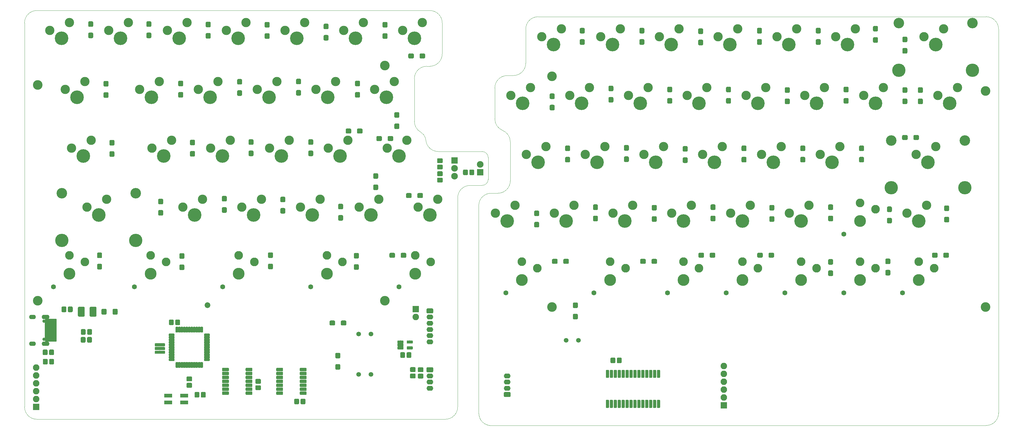
<source format=gbr>
G04 #@! TF.GenerationSoftware,KiCad,Pcbnew,(5.1.4)-1*
G04 #@! TF.CreationDate,2020-03-09T13:06:10+09:00*
G04 #@! TF.ProjectId,skc03,736b6330-332e-46b6-9963-61645f706362,03*
G04 #@! TF.SameCoordinates,PX7565b60PY115170f0*
G04 #@! TF.FileFunction,Soldermask,Bot*
G04 #@! TF.FilePolarity,Negative*
%FSLAX46Y46*%
G04 Gerber Fmt 4.6, Leading zero omitted, Abs format (unit mm)*
G04 Created by KiCad (PCBNEW (5.1.4)-1) date 2020-03-09 13:06:10*
%MOMM*%
%LPD*%
G04 APERTURE LIST*
%ADD10C,0.100000*%
%ADD11C,4.300000*%
%ADD12C,3.400000*%
%ADD13C,3.000000*%
%ADD14C,4.400000*%
%ADD15C,1.600000*%
%ADD16C,2.800000*%
%ADD17C,3.800000*%
%ADD18C,4.387800*%
%ADD19C,3.100000*%
%ADD20C,1.050000*%
%ADD21C,0.150000*%
%ADD22C,1.000000*%
%ADD23C,0.700000*%
%ADD24O,2.500000X1.400000*%
%ADD25O,2.200000X1.400000*%
%ADD26O,2.100000X2.100000*%
%ADD27R,2.100000X2.100000*%
%ADD28C,1.850000*%
%ADD29C,1.520000*%
%ADD30C,1.550000*%
%ADD31C,1.100000*%
%ADD32C,0.950000*%
%ADD33C,2.150000*%
%ADD34R,2.150000X2.150000*%
%ADD35O,2.150000X1.600000*%
%ADD36C,2.200000*%
%ADD37C,1.650000*%
%ADD38R,2.500000X1.200000*%
G04 APERTURE END LIST*
D10*
X160228499Y7380001D02*
X320228499Y7380001D01*
X156228499Y73830000D02*
X156228499Y78380000D01*
X9424988Y14702327D02*
X9424987Y137379276D01*
X324228499Y11380001D02*
G75*
G02X320228499Y7380001I-4000000J0D01*
G01*
X144422749Y127380726D02*
X144422749Y137379276D01*
X171417299Y135380001D02*
G75*
G02X175417299Y139380001I4000000J0D01*
G01*
X171417299Y135380001D02*
X171417299Y124380000D01*
X13424987Y141379275D02*
X140422750Y141379275D01*
X171417299Y124380000D02*
G75*
G02X167417299Y120380000I-4000000J0D01*
G01*
X320228499Y139380001D02*
G75*
G02X324228499Y135380001I0J-4000000D01*
G01*
X324228499Y11380001D02*
X324228499Y135380001D01*
X165424999Y120380001D02*
X167417299Y120380001D01*
X161425000Y116380001D02*
G75*
G02X165424999Y120380000I3999999J0D01*
G01*
X320228499Y139380001D02*
X175417299Y139380000D01*
X9424988Y137379276D02*
G75*
G02X13424987Y141379275I3999999J0D01*
G01*
X140422750Y141379275D02*
G75*
G02X144422749Y137379276I0J-3999999D01*
G01*
X137476198Y102095543D02*
G75*
G02X135423087Y105589770I1946889J3494227D01*
G01*
X161424999Y106380001D02*
X161425000Y116380001D01*
X163924999Y102671902D02*
G75*
G02X161424999Y106380001I1500000J3708099D01*
G01*
X163925000Y102671900D02*
G75*
G02X166424999Y98963802I-1500000J-3708098D01*
G01*
X166424999Y86380000D02*
X166424999Y98963802D01*
X166424999Y86380000D02*
G75*
G02X162424999Y82380000I-4000000J0D01*
G01*
X160228499Y82380000D02*
X162424999Y82380000D01*
X156228499Y78380000D02*
G75*
G02X160228499Y82380000I4000000J0D01*
G01*
X156228499Y11380001D02*
X156228499Y73830000D01*
X149424988Y80899507D02*
X149424988Y13379275D01*
X149424988Y80899506D02*
G75*
G02X153424976Y84899507I4000000J1D01*
G01*
X157294948Y84899519D02*
X153424976Y84899507D01*
X159294942Y86899517D02*
G75*
G02X157294948Y84899519I-1999999J1D01*
G01*
X159294943Y93859517D02*
X159294943Y86899518D01*
X157294943Y95859517D02*
G75*
G02X159294943Y93859517I0J-2000000D01*
G01*
X143119168Y95859515D02*
X157294942Y95859517D01*
X143119169Y95859515D02*
G75*
G02X139140013Y99451681I-1J4000000D01*
G01*
X138949998Y100325416D02*
G75*
G02X139140013Y99451681I-3789139J-1281568D01*
G01*
X137476198Y102095543D02*
G75*
G02X138949998Y100325416I-1557511J-2795381D01*
G01*
X156247761Y10987932D02*
X156228499Y11380001D01*
X156305358Y10599639D02*
X156247761Y10987932D01*
X156400738Y10218862D02*
X156305358Y10599639D01*
X156532981Y9849267D02*
X156400738Y10218862D01*
X156700814Y9494414D02*
X156532981Y9849267D01*
X156902621Y9157720D02*
X156700814Y9494414D01*
X157136458Y8842427D02*
X156902621Y9157720D01*
X157400072Y8551573D02*
X157136458Y8842427D01*
X157690926Y8287959D02*
X157400072Y8551573D01*
X158006219Y8054122D02*
X157690926Y8287959D01*
X158342913Y7852315D02*
X158006219Y8054122D01*
X158697766Y7684482D02*
X158342913Y7852315D01*
X159067361Y7552239D02*
X158697766Y7684482D01*
X159448138Y7456859D02*
X159067361Y7552239D01*
X159836431Y7399262D02*
X159448138Y7456859D01*
X160228499Y7380001D02*
X159836431Y7399262D01*
X149424988Y13379275D02*
G75*
G02X145424988Y9379275I-4000000J0D01*
G01*
X135423087Y119380727D02*
X135423087Y105589770D01*
X135423088Y119380727D02*
G75*
G02X139423087Y123380726I3999999J0D01*
G01*
X140422750Y123380727D02*
X139423087Y123380726D01*
X144422749Y127380726D02*
G75*
G02X140422750Y123380727I-3999999J0D01*
G01*
X145424988Y9379275D02*
X13424987Y9379275D01*
X9424987Y13379275D02*
X9424988Y14702327D01*
X13424987Y9379275D02*
G75*
G02X9424987Y13379275I0J4000000D01*
G01*
D11*
G04 #@! TO.C,SW39*
X315824999Y122125001D03*
X292024999Y122125001D03*
D12*
X315824999Y137365001D03*
X292024999Y137365001D03*
D13*
X300114999Y132920001D03*
X306464999Y135460001D03*
D14*
X303924999Y130380001D03*
G04 #@! TD*
D15*
G04 #@! TO.C,SW69*
X293204999Y50180001D03*
D16*
X303424999Y58180001D03*
D17*
X298424999Y54380001D03*
D16*
X298424999Y60280001D03*
G04 #@! TD*
D15*
G04 #@! TO.C,SW66*
X217204999Y50180001D03*
D16*
X227424999Y58180001D03*
D17*
X222424999Y54380001D03*
D16*
X222424999Y60280001D03*
G04 #@! TD*
D15*
G04 #@! TO.C,SW70*
X274204999Y50180001D03*
D16*
X284424999Y58180001D03*
D17*
X279424999Y54380001D03*
D16*
X279424999Y60280001D03*
G04 #@! TD*
D15*
G04 #@! TO.C,SW61*
X274204999Y69180001D03*
D16*
X284424999Y77180001D03*
D17*
X279424999Y73380001D03*
D16*
X279424999Y79280001D03*
G04 #@! TD*
D15*
G04 #@! TO.C,SW68*
X255204999Y50180001D03*
D16*
X265424999Y58180001D03*
D17*
X260424999Y54380001D03*
D16*
X260424999Y60280001D03*
G04 #@! TD*
D15*
G04 #@! TO.C,SW67*
X236204999Y50180001D03*
D16*
X246424999Y58180001D03*
D17*
X241424999Y54380001D03*
D16*
X241424999Y60280001D03*
G04 #@! TD*
D15*
G04 #@! TO.C,SW28*
X73455000Y52180000D03*
D16*
X83675000Y60180000D03*
D17*
X78675000Y56380000D03*
D16*
X78675000Y62280000D03*
G04 #@! TD*
D15*
G04 #@! TO.C,SW29*
X101955000Y52180000D03*
D16*
X112175000Y60180000D03*
D17*
X107175000Y56380000D03*
D16*
X107175000Y62280000D03*
G04 #@! TD*
D15*
G04 #@! TO.C,SW27*
X44955000Y52180000D03*
D16*
X55175000Y60180000D03*
D17*
X50175000Y56380000D03*
D16*
X50175000Y62280000D03*
G04 #@! TD*
D15*
G04 #@! TO.C,SW65*
X193454999Y50180001D03*
D16*
X203674999Y58180001D03*
D17*
X198674999Y54380001D03*
D16*
X198674999Y60280001D03*
G04 #@! TD*
D15*
G04 #@! TO.C,SW64*
X164954999Y50180001D03*
D16*
X175174999Y58180001D03*
D17*
X170174999Y54380001D03*
D16*
X170174999Y60280001D03*
G04 #@! TD*
D15*
G04 #@! TO.C,SW30*
X130455000Y52180000D03*
D16*
X140675000Y60180000D03*
D17*
X135675000Y56380000D03*
D16*
X135675000Y62280000D03*
G04 #@! TD*
D15*
G04 #@! TO.C,SW26*
X18736960Y52180000D03*
D16*
X28956960Y60180000D03*
D17*
X23956960Y56380000D03*
D16*
X23956960Y62280000D03*
G04 #@! TD*
D11*
G04 #@! TO.C,SW20*
X45325000Y67125000D03*
X21525000Y67125000D03*
D12*
X45325000Y82365000D03*
X21525000Y82365000D03*
D13*
X29615000Y77920000D03*
X35965000Y80460000D03*
D14*
X33425000Y75380000D03*
G04 #@! TD*
D11*
G04 #@! TO.C,SW54*
X313324999Y84125001D03*
X289524999Y84125001D03*
D12*
X313324999Y99365001D03*
X289524999Y99365001D03*
D13*
X297614999Y94920001D03*
X303964999Y97460001D03*
D14*
X301424999Y92380001D03*
G04 #@! TD*
D13*
G04 #@! TO.C,SW14*
X24615000Y96920000D03*
X30965000Y99460000D03*
D14*
X28425000Y94380000D03*
G04 #@! TD*
D13*
G04 #@! TO.C,SW47*
X304614999Y113920001D03*
X310964999Y116460001D03*
D14*
X308424999Y111380001D03*
G04 #@! TD*
D13*
G04 #@! TO.C,SW8*
X22615000Y115920000D03*
X28965000Y118460000D03*
D14*
X26425000Y113380000D03*
G04 #@! TD*
D13*
G04 #@! TO.C,SW3*
X55615000Y134920000D03*
X61965000Y137460000D03*
D18*
X59425000Y132380000D03*
G04 #@! TD*
D13*
G04 #@! TO.C,SW19*
X126615000Y96920000D03*
X132965000Y99460000D03*
D18*
X130425000Y94380000D03*
G04 #@! TD*
D13*
G04 #@! TO.C,SW6*
X112615000Y134920000D03*
X118965000Y137460000D03*
D18*
X116425000Y132380000D03*
G04 #@! TD*
D13*
G04 #@! TO.C,SW24*
X117615000Y77920000D03*
X123965000Y80460000D03*
D18*
X121425000Y75380000D03*
G04 #@! TD*
D13*
G04 #@! TO.C,SW44*
X242614999Y113920001D03*
X248964999Y116460001D03*
D18*
X246424999Y111380001D03*
G04 #@! TD*
D13*
G04 #@! TO.C,SW62*
X294614999Y75920001D03*
X300964999Y78460001D03*
D18*
X298424999Y73380001D03*
G04 #@! TD*
D13*
G04 #@! TO.C,SW60*
X256614999Y75920001D03*
X262964999Y78460001D03*
D18*
X260424999Y73380001D03*
G04 #@! TD*
D13*
G04 #@! TO.C,SW25*
X136615000Y77920000D03*
X142965000Y80460000D03*
D18*
X140425000Y75380000D03*
G04 #@! TD*
D13*
G04 #@! TO.C,SW38*
X271614999Y132920001D03*
X277964999Y135460001D03*
D18*
X275424999Y130380001D03*
G04 #@! TD*
D13*
G04 #@! TO.C,SW59*
X237614999Y75920001D03*
X243964999Y78460001D03*
D18*
X241424999Y73380001D03*
G04 #@! TD*
D13*
G04 #@! TO.C,SW58*
X218614999Y75920001D03*
X224964999Y78460001D03*
D18*
X222424999Y73380001D03*
G04 #@! TD*
D13*
G04 #@! TO.C,SW57*
X199614999Y75920001D03*
X205964999Y78460001D03*
D18*
X203424999Y73380001D03*
G04 #@! TD*
D13*
G04 #@! TO.C,SW56*
X180614999Y75920001D03*
X186964999Y78460001D03*
D18*
X184424999Y73380001D03*
G04 #@! TD*
D13*
G04 #@! TO.C,SW55*
X161614999Y75920001D03*
X167964999Y78460001D03*
D18*
X165424999Y73380001D03*
G04 #@! TD*
D13*
G04 #@! TO.C,SW53*
X266614999Y94920001D03*
X272964999Y97460001D03*
D18*
X270424999Y92380001D03*
G04 #@! TD*
D13*
G04 #@! TO.C,SW52*
X247614999Y94920001D03*
X253964999Y97460001D03*
D18*
X251424999Y92380001D03*
G04 #@! TD*
D13*
G04 #@! TO.C,SW51*
X228614999Y94920001D03*
X234964999Y97460001D03*
D18*
X232424999Y92380001D03*
G04 #@! TD*
D13*
G04 #@! TO.C,SW50*
X209614999Y94920001D03*
X215964999Y97460001D03*
D18*
X213424999Y92380001D03*
G04 #@! TD*
D13*
G04 #@! TO.C,SW49*
X190614999Y94920001D03*
X196964999Y97460001D03*
D18*
X194424999Y92380001D03*
G04 #@! TD*
D13*
G04 #@! TO.C,SW48*
X171614999Y94920001D03*
X177964999Y97460001D03*
D18*
X175424999Y92380001D03*
G04 #@! TD*
D13*
G04 #@! TO.C,SW46*
X280614999Y113920001D03*
X286964999Y116460001D03*
D18*
X284424999Y111380001D03*
G04 #@! TD*
D13*
G04 #@! TO.C,SW45*
X261614999Y113920001D03*
X267964999Y116460001D03*
D18*
X265424999Y111380001D03*
G04 #@! TD*
D13*
G04 #@! TO.C,SW43*
X223614999Y113920001D03*
X229964999Y116460001D03*
D18*
X227424999Y111380001D03*
G04 #@! TD*
D13*
G04 #@! TO.C,SW42*
X204614999Y113920001D03*
X210964999Y116460001D03*
D18*
X208424999Y111380001D03*
G04 #@! TD*
D13*
G04 #@! TO.C,SW41*
X185614999Y113920001D03*
X191964999Y116460001D03*
D18*
X189424999Y111380001D03*
G04 #@! TD*
D13*
G04 #@! TO.C,SW40*
X166614999Y113920001D03*
X172964999Y116460001D03*
D18*
X170424999Y111380001D03*
G04 #@! TD*
D13*
G04 #@! TO.C,SW37*
X252614999Y132920001D03*
X258964999Y135460001D03*
D18*
X256424999Y130380001D03*
G04 #@! TD*
D13*
G04 #@! TO.C,SW36*
X233614999Y132920001D03*
X239964999Y135460001D03*
D18*
X237424999Y130380001D03*
G04 #@! TD*
D13*
G04 #@! TO.C,SW35*
X214614999Y132920001D03*
X220964999Y135460001D03*
D18*
X218424999Y130380001D03*
G04 #@! TD*
D13*
G04 #@! TO.C,SW34*
X195614999Y132920001D03*
X201964999Y135460001D03*
D18*
X199424999Y130380001D03*
G04 #@! TD*
D13*
G04 #@! TO.C,SW33*
X176614999Y132920001D03*
X182964999Y135460001D03*
D18*
X180424999Y130380001D03*
G04 #@! TD*
D13*
G04 #@! TO.C,SW23*
X98615000Y77920000D03*
X104965000Y80460000D03*
D18*
X102425000Y75380000D03*
G04 #@! TD*
D13*
G04 #@! TO.C,SW22*
X79615000Y77920000D03*
X85965000Y80460000D03*
D18*
X83425000Y75380000D03*
G04 #@! TD*
D13*
G04 #@! TO.C,SW21*
X60615000Y77920000D03*
X66965000Y80460000D03*
D18*
X64425000Y75380000D03*
G04 #@! TD*
D13*
G04 #@! TO.C,SW18*
X107615000Y96920000D03*
X113965000Y99460000D03*
D18*
X111425000Y94380000D03*
G04 #@! TD*
D13*
G04 #@! TO.C,SW17*
X88615000Y96920000D03*
X94965000Y99460000D03*
D18*
X92425000Y94380000D03*
G04 #@! TD*
D13*
G04 #@! TO.C,SW16*
X69615000Y96920000D03*
X75965000Y99460000D03*
D18*
X73425000Y94380000D03*
G04 #@! TD*
D13*
G04 #@! TO.C,SW15*
X50615000Y96920000D03*
X56965000Y99460000D03*
D18*
X54425000Y94380000D03*
G04 #@! TD*
D13*
G04 #@! TO.C,SW13*
X122615000Y115920000D03*
X128965000Y118460000D03*
D18*
X126425000Y113380000D03*
G04 #@! TD*
D13*
G04 #@! TO.C,SW12*
X103615000Y115920000D03*
X109965000Y118460000D03*
D18*
X107425000Y113380000D03*
G04 #@! TD*
D13*
G04 #@! TO.C,SW11*
X84615000Y115920000D03*
X90965000Y118460000D03*
D18*
X88425000Y113380000D03*
G04 #@! TD*
D13*
G04 #@! TO.C,SW10*
X65615000Y115920000D03*
X71965000Y118460000D03*
D18*
X69425000Y113380000D03*
G04 #@! TD*
D13*
G04 #@! TO.C,SW9*
X46615000Y115920000D03*
X52965000Y118460000D03*
D18*
X50425000Y113380000D03*
G04 #@! TD*
D13*
G04 #@! TO.C,SW7*
X131615000Y134920000D03*
X137965000Y137460000D03*
D18*
X135425000Y132380000D03*
G04 #@! TD*
D13*
G04 #@! TO.C,SW5*
X93615000Y134920000D03*
X99965000Y137460000D03*
D18*
X97425000Y132380000D03*
G04 #@! TD*
D13*
G04 #@! TO.C,SW4*
X74615000Y134920000D03*
X80965000Y137460000D03*
D18*
X78425000Y132380000D03*
G04 #@! TD*
D13*
G04 #@! TO.C,SW2*
X36615000Y134920000D03*
X42965000Y137460000D03*
D18*
X40425000Y132380000D03*
G04 #@! TD*
D13*
G04 #@! TO.C,SW1*
X17615000Y134920000D03*
X23965000Y137460000D03*
D18*
X21425000Y132380000D03*
G04 #@! TD*
D19*
G04 #@! TO.C,H\002A\002A*
X13654988Y47642760D03*
G04 #@! TD*
G04 #@! TO.C,H\002A\002A*
X319998499Y45630000D03*
G04 #@! TD*
G04 #@! TO.C,H\002A\002A*
X319998499Y115380001D03*
G04 #@! TD*
G04 #@! TO.C,H\002A\002A*
X179924999Y120126341D03*
G04 #@! TD*
G04 #@! TO.C,H\002A\002A*
X179924999Y45630000D03*
G04 #@! TD*
G04 #@! TO.C,H\002A\002A*
X125900487Y47629275D03*
G04 #@! TD*
G04 #@! TO.C,H\002A\002A*
X125900487Y123633671D03*
G04 #@! TD*
G04 #@! TO.C,H\002A\002A*
X13654988Y117379276D03*
G04 #@! TD*
D20*
G04 #@! TO.C,J5*
X15700000Y41020000D03*
X15700000Y35240000D03*
D21*
G36*
X19574504Y41828796D02*
G01*
X19598773Y41825196D01*
X19622571Y41819235D01*
X19645671Y41810970D01*
X19667849Y41800480D01*
X19688893Y41787867D01*
X19708598Y41773253D01*
X19726777Y41756777D01*
X19743253Y41738598D01*
X19757867Y41718893D01*
X19770480Y41697849D01*
X19780970Y41675671D01*
X19789235Y41652571D01*
X19795196Y41628773D01*
X19798796Y41604504D01*
X19800000Y41580000D01*
X19800000Y41080000D01*
X19798796Y41055496D01*
X19795196Y41031227D01*
X19789235Y41007429D01*
X19780970Y40984329D01*
X19770480Y40962151D01*
X19757867Y40941107D01*
X19743253Y40921402D01*
X19726777Y40903223D01*
X19708598Y40886747D01*
X19688893Y40872133D01*
X19667849Y40859520D01*
X19645671Y40849030D01*
X19622571Y40840765D01*
X19598773Y40834804D01*
X19574504Y40831204D01*
X19550000Y40830000D01*
X16300000Y40830000D01*
X16275496Y40831204D01*
X16251227Y40834804D01*
X16227429Y40840765D01*
X16204329Y40849030D01*
X16182151Y40859520D01*
X16161107Y40872133D01*
X16141402Y40886747D01*
X16123223Y40903223D01*
X16106747Y40921402D01*
X16092133Y40941107D01*
X16079520Y40962151D01*
X16069030Y40984329D01*
X16060765Y41007429D01*
X16054804Y41031227D01*
X16051204Y41055496D01*
X16050000Y41080000D01*
X16050000Y41580000D01*
X16051204Y41604504D01*
X16054804Y41628773D01*
X16060765Y41652571D01*
X16069030Y41675671D01*
X16079520Y41697849D01*
X16092133Y41718893D01*
X16106747Y41738598D01*
X16123223Y41756777D01*
X16141402Y41773253D01*
X16161107Y41787867D01*
X16182151Y41800480D01*
X16204329Y41810970D01*
X16227429Y41819235D01*
X16251227Y41825196D01*
X16275496Y41828796D01*
X16300000Y41830000D01*
X19550000Y41830000D01*
X19574504Y41828796D01*
X19574504Y41828796D01*
G37*
D22*
X17925000Y41330000D03*
D21*
G36*
X19574504Y41028796D02*
G01*
X19598773Y41025196D01*
X19622571Y41019235D01*
X19645671Y41010970D01*
X19667849Y41000480D01*
X19688893Y40987867D01*
X19708598Y40973253D01*
X19726777Y40956777D01*
X19743253Y40938598D01*
X19757867Y40918893D01*
X19770480Y40897849D01*
X19780970Y40875671D01*
X19789235Y40852571D01*
X19795196Y40828773D01*
X19798796Y40804504D01*
X19800000Y40780000D01*
X19800000Y40280000D01*
X19798796Y40255496D01*
X19795196Y40231227D01*
X19789235Y40207429D01*
X19780970Y40184329D01*
X19770480Y40162151D01*
X19757867Y40141107D01*
X19743253Y40121402D01*
X19726777Y40103223D01*
X19708598Y40086747D01*
X19688893Y40072133D01*
X19667849Y40059520D01*
X19645671Y40049030D01*
X19622571Y40040765D01*
X19598773Y40034804D01*
X19574504Y40031204D01*
X19550000Y40030000D01*
X16250000Y40030000D01*
X16225496Y40031204D01*
X16201227Y40034804D01*
X16177429Y40040765D01*
X16154329Y40049030D01*
X16132151Y40059520D01*
X16111107Y40072133D01*
X16091402Y40086747D01*
X16073223Y40103223D01*
X16056747Y40121402D01*
X16042133Y40141107D01*
X16029520Y40162151D01*
X16019030Y40184329D01*
X16010765Y40207429D01*
X16004804Y40231227D01*
X16001204Y40255496D01*
X16000000Y40280000D01*
X16000000Y40780000D01*
X16001204Y40804504D01*
X16004804Y40828773D01*
X16010765Y40852571D01*
X16019030Y40875671D01*
X16029520Y40897849D01*
X16042133Y40918893D01*
X16056747Y40938598D01*
X16073223Y40956777D01*
X16091402Y40973253D01*
X16111107Y40987867D01*
X16132151Y41000480D01*
X16154329Y41010970D01*
X16177429Y41019235D01*
X16201227Y41025196D01*
X16225496Y41028796D01*
X16250000Y41030000D01*
X19550000Y41030000D01*
X19574504Y41028796D01*
X19574504Y41028796D01*
G37*
D22*
X17900000Y40530000D03*
D21*
G36*
X19642153Y40229157D02*
G01*
X19659141Y40226637D01*
X19675800Y40222465D01*
X19691970Y40216679D01*
X19707494Y40209336D01*
X19722225Y40200507D01*
X19736019Y40190277D01*
X19748744Y40178744D01*
X19760277Y40166019D01*
X19770507Y40152225D01*
X19779336Y40137494D01*
X19786679Y40121970D01*
X19792465Y40105800D01*
X19796637Y40089141D01*
X19799157Y40072153D01*
X19800000Y40055000D01*
X19800000Y39705000D01*
X19799157Y39687847D01*
X19796637Y39670859D01*
X19792465Y39654200D01*
X19786679Y39638030D01*
X19779336Y39622506D01*
X19770507Y39607775D01*
X19760277Y39593981D01*
X19748744Y39581256D01*
X19736019Y39569723D01*
X19722225Y39559493D01*
X19707494Y39550664D01*
X19691970Y39543321D01*
X19675800Y39537535D01*
X19659141Y39533363D01*
X19642153Y39530843D01*
X19625000Y39530000D01*
X16175000Y39530000D01*
X16157847Y39530843D01*
X16140859Y39533363D01*
X16124200Y39537535D01*
X16108030Y39543321D01*
X16092506Y39550664D01*
X16077775Y39559493D01*
X16063981Y39569723D01*
X16051256Y39581256D01*
X16039723Y39593981D01*
X16029493Y39607775D01*
X16020664Y39622506D01*
X16013321Y39638030D01*
X16007535Y39654200D01*
X16003363Y39670859D01*
X16000843Y39687847D01*
X16000000Y39705000D01*
X16000000Y40055000D01*
X16000843Y40072153D01*
X16003363Y40089141D01*
X16007535Y40105800D01*
X16013321Y40121970D01*
X16020664Y40137494D01*
X16029493Y40152225D01*
X16039723Y40166019D01*
X16051256Y40178744D01*
X16063981Y40190277D01*
X16077775Y40200507D01*
X16092506Y40209336D01*
X16108030Y40216679D01*
X16124200Y40222465D01*
X16140859Y40226637D01*
X16157847Y40229157D01*
X16175000Y40230000D01*
X19625000Y40230000D01*
X19642153Y40229157D01*
X19642153Y40229157D01*
G37*
D23*
X17900000Y39880000D03*
D21*
G36*
X19642153Y39729157D02*
G01*
X19659141Y39726637D01*
X19675800Y39722465D01*
X19691970Y39716679D01*
X19707494Y39709336D01*
X19722225Y39700507D01*
X19736019Y39690277D01*
X19748744Y39678744D01*
X19760277Y39666019D01*
X19770507Y39652225D01*
X19779336Y39637494D01*
X19786679Y39621970D01*
X19792465Y39605800D01*
X19796637Y39589141D01*
X19799157Y39572153D01*
X19800000Y39555000D01*
X19800000Y39205000D01*
X19799157Y39187847D01*
X19796637Y39170859D01*
X19792465Y39154200D01*
X19786679Y39138030D01*
X19779336Y39122506D01*
X19770507Y39107775D01*
X19760277Y39093981D01*
X19748744Y39081256D01*
X19736019Y39069723D01*
X19722225Y39059493D01*
X19707494Y39050664D01*
X19691970Y39043321D01*
X19675800Y39037535D01*
X19659141Y39033363D01*
X19642153Y39030843D01*
X19625000Y39030000D01*
X16175000Y39030000D01*
X16157847Y39030843D01*
X16140859Y39033363D01*
X16124200Y39037535D01*
X16108030Y39043321D01*
X16092506Y39050664D01*
X16077775Y39059493D01*
X16063981Y39069723D01*
X16051256Y39081256D01*
X16039723Y39093981D01*
X16029493Y39107775D01*
X16020664Y39122506D01*
X16013321Y39138030D01*
X16007535Y39154200D01*
X16003363Y39170859D01*
X16000843Y39187847D01*
X16000000Y39205000D01*
X16000000Y39555000D01*
X16000843Y39572153D01*
X16003363Y39589141D01*
X16007535Y39605800D01*
X16013321Y39621970D01*
X16020664Y39637494D01*
X16029493Y39652225D01*
X16039723Y39666019D01*
X16051256Y39678744D01*
X16063981Y39690277D01*
X16077775Y39700507D01*
X16092506Y39709336D01*
X16108030Y39716679D01*
X16124200Y39722465D01*
X16140859Y39726637D01*
X16157847Y39729157D01*
X16175000Y39730000D01*
X19625000Y39730000D01*
X19642153Y39729157D01*
X19642153Y39729157D01*
G37*
D23*
X17900000Y39380000D03*
D21*
G36*
X19642153Y39229157D02*
G01*
X19659141Y39226637D01*
X19675800Y39222465D01*
X19691970Y39216679D01*
X19707494Y39209336D01*
X19722225Y39200507D01*
X19736019Y39190277D01*
X19748744Y39178744D01*
X19760277Y39166019D01*
X19770507Y39152225D01*
X19779336Y39137494D01*
X19786679Y39121970D01*
X19792465Y39105800D01*
X19796637Y39089141D01*
X19799157Y39072153D01*
X19800000Y39055000D01*
X19800000Y38705000D01*
X19799157Y38687847D01*
X19796637Y38670859D01*
X19792465Y38654200D01*
X19786679Y38638030D01*
X19779336Y38622506D01*
X19770507Y38607775D01*
X19760277Y38593981D01*
X19748744Y38581256D01*
X19736019Y38569723D01*
X19722225Y38559493D01*
X19707494Y38550664D01*
X19691970Y38543321D01*
X19675800Y38537535D01*
X19659141Y38533363D01*
X19642153Y38530843D01*
X19625000Y38530000D01*
X16175000Y38530000D01*
X16157847Y38530843D01*
X16140859Y38533363D01*
X16124200Y38537535D01*
X16108030Y38543321D01*
X16092506Y38550664D01*
X16077775Y38559493D01*
X16063981Y38569723D01*
X16051256Y38581256D01*
X16039723Y38593981D01*
X16029493Y38607775D01*
X16020664Y38622506D01*
X16013321Y38638030D01*
X16007535Y38654200D01*
X16003363Y38670859D01*
X16000843Y38687847D01*
X16000000Y38705000D01*
X16000000Y39055000D01*
X16000843Y39072153D01*
X16003363Y39089141D01*
X16007535Y39105800D01*
X16013321Y39121970D01*
X16020664Y39137494D01*
X16029493Y39152225D01*
X16039723Y39166019D01*
X16051256Y39178744D01*
X16063981Y39190277D01*
X16077775Y39200507D01*
X16092506Y39209336D01*
X16108030Y39216679D01*
X16124200Y39222465D01*
X16140859Y39226637D01*
X16157847Y39229157D01*
X16175000Y39230000D01*
X19625000Y39230000D01*
X19642153Y39229157D01*
X19642153Y39229157D01*
G37*
D23*
X17900000Y38880000D03*
D21*
G36*
X19574504Y35428796D02*
G01*
X19598773Y35425196D01*
X19622571Y35419235D01*
X19645671Y35410970D01*
X19667849Y35400480D01*
X19688893Y35387867D01*
X19708598Y35373253D01*
X19726777Y35356777D01*
X19743253Y35338598D01*
X19757867Y35318893D01*
X19770480Y35297849D01*
X19780970Y35275671D01*
X19789235Y35252571D01*
X19795196Y35228773D01*
X19798796Y35204504D01*
X19800000Y35180000D01*
X19800000Y34680000D01*
X19798796Y34655496D01*
X19795196Y34631227D01*
X19789235Y34607429D01*
X19780970Y34584329D01*
X19770480Y34562151D01*
X19757867Y34541107D01*
X19743253Y34521402D01*
X19726777Y34503223D01*
X19708598Y34486747D01*
X19688893Y34472133D01*
X19667849Y34459520D01*
X19645671Y34449030D01*
X19622571Y34440765D01*
X19598773Y34434804D01*
X19574504Y34431204D01*
X19550000Y34430000D01*
X16300000Y34430000D01*
X16275496Y34431204D01*
X16251227Y34434804D01*
X16227429Y34440765D01*
X16204329Y34449030D01*
X16182151Y34459520D01*
X16161107Y34472133D01*
X16141402Y34486747D01*
X16123223Y34503223D01*
X16106747Y34521402D01*
X16092133Y34541107D01*
X16079520Y34562151D01*
X16069030Y34584329D01*
X16060765Y34607429D01*
X16054804Y34631227D01*
X16051204Y34655496D01*
X16050000Y34680000D01*
X16050000Y35180000D01*
X16051204Y35204504D01*
X16054804Y35228773D01*
X16060765Y35252571D01*
X16069030Y35275671D01*
X16079520Y35297849D01*
X16092133Y35318893D01*
X16106747Y35338598D01*
X16123223Y35356777D01*
X16141402Y35373253D01*
X16161107Y35387867D01*
X16182151Y35400480D01*
X16204329Y35410970D01*
X16227429Y35419235D01*
X16251227Y35425196D01*
X16275496Y35428796D01*
X16300000Y35430000D01*
X19550000Y35430000D01*
X19574504Y35428796D01*
X19574504Y35428796D01*
G37*
D22*
X17925000Y34930000D03*
D21*
G36*
X19574504Y36228796D02*
G01*
X19598773Y36225196D01*
X19622571Y36219235D01*
X19645671Y36210970D01*
X19667849Y36200480D01*
X19688893Y36187867D01*
X19708598Y36173253D01*
X19726777Y36156777D01*
X19743253Y36138598D01*
X19757867Y36118893D01*
X19770480Y36097849D01*
X19780970Y36075671D01*
X19789235Y36052571D01*
X19795196Y36028773D01*
X19798796Y36004504D01*
X19800000Y35980000D01*
X19800000Y35480000D01*
X19798796Y35455496D01*
X19795196Y35431227D01*
X19789235Y35407429D01*
X19780970Y35384329D01*
X19770480Y35362151D01*
X19757867Y35341107D01*
X19743253Y35321402D01*
X19726777Y35303223D01*
X19708598Y35286747D01*
X19688893Y35272133D01*
X19667849Y35259520D01*
X19645671Y35249030D01*
X19622571Y35240765D01*
X19598773Y35234804D01*
X19574504Y35231204D01*
X19550000Y35230000D01*
X16250000Y35230000D01*
X16225496Y35231204D01*
X16201227Y35234804D01*
X16177429Y35240765D01*
X16154329Y35249030D01*
X16132151Y35259520D01*
X16111107Y35272133D01*
X16091402Y35286747D01*
X16073223Y35303223D01*
X16056747Y35321402D01*
X16042133Y35341107D01*
X16029520Y35362151D01*
X16019030Y35384329D01*
X16010765Y35407429D01*
X16004804Y35431227D01*
X16001204Y35455496D01*
X16000000Y35480000D01*
X16000000Y35980000D01*
X16001204Y36004504D01*
X16004804Y36028773D01*
X16010765Y36052571D01*
X16019030Y36075671D01*
X16029520Y36097849D01*
X16042133Y36118893D01*
X16056747Y36138598D01*
X16073223Y36156777D01*
X16091402Y36173253D01*
X16111107Y36187867D01*
X16132151Y36200480D01*
X16154329Y36210970D01*
X16177429Y36219235D01*
X16201227Y36225196D01*
X16225496Y36228796D01*
X16250000Y36230000D01*
X19550000Y36230000D01*
X19574504Y36228796D01*
X19574504Y36228796D01*
G37*
D22*
X17900000Y35730000D03*
D21*
G36*
X19642153Y36729157D02*
G01*
X19659141Y36726637D01*
X19675800Y36722465D01*
X19691970Y36716679D01*
X19707494Y36709336D01*
X19722225Y36700507D01*
X19736019Y36690277D01*
X19748744Y36678744D01*
X19760277Y36666019D01*
X19770507Y36652225D01*
X19779336Y36637494D01*
X19786679Y36621970D01*
X19792465Y36605800D01*
X19796637Y36589141D01*
X19799157Y36572153D01*
X19800000Y36555000D01*
X19800000Y36205000D01*
X19799157Y36187847D01*
X19796637Y36170859D01*
X19792465Y36154200D01*
X19786679Y36138030D01*
X19779336Y36122506D01*
X19770507Y36107775D01*
X19760277Y36093981D01*
X19748744Y36081256D01*
X19736019Y36069723D01*
X19722225Y36059493D01*
X19707494Y36050664D01*
X19691970Y36043321D01*
X19675800Y36037535D01*
X19659141Y36033363D01*
X19642153Y36030843D01*
X19625000Y36030000D01*
X16175000Y36030000D01*
X16157847Y36030843D01*
X16140859Y36033363D01*
X16124200Y36037535D01*
X16108030Y36043321D01*
X16092506Y36050664D01*
X16077775Y36059493D01*
X16063981Y36069723D01*
X16051256Y36081256D01*
X16039723Y36093981D01*
X16029493Y36107775D01*
X16020664Y36122506D01*
X16013321Y36138030D01*
X16007535Y36154200D01*
X16003363Y36170859D01*
X16000843Y36187847D01*
X16000000Y36205000D01*
X16000000Y36555000D01*
X16000843Y36572153D01*
X16003363Y36589141D01*
X16007535Y36605800D01*
X16013321Y36621970D01*
X16020664Y36637494D01*
X16029493Y36652225D01*
X16039723Y36666019D01*
X16051256Y36678744D01*
X16063981Y36690277D01*
X16077775Y36700507D01*
X16092506Y36709336D01*
X16108030Y36716679D01*
X16124200Y36722465D01*
X16140859Y36726637D01*
X16157847Y36729157D01*
X16175000Y36730000D01*
X19625000Y36730000D01*
X19642153Y36729157D01*
X19642153Y36729157D01*
G37*
D23*
X17900000Y36380000D03*
D21*
G36*
X19642153Y37229157D02*
G01*
X19659141Y37226637D01*
X19675800Y37222465D01*
X19691970Y37216679D01*
X19707494Y37209336D01*
X19722225Y37200507D01*
X19736019Y37190277D01*
X19748744Y37178744D01*
X19760277Y37166019D01*
X19770507Y37152225D01*
X19779336Y37137494D01*
X19786679Y37121970D01*
X19792465Y37105800D01*
X19796637Y37089141D01*
X19799157Y37072153D01*
X19800000Y37055000D01*
X19800000Y36705000D01*
X19799157Y36687847D01*
X19796637Y36670859D01*
X19792465Y36654200D01*
X19786679Y36638030D01*
X19779336Y36622506D01*
X19770507Y36607775D01*
X19760277Y36593981D01*
X19748744Y36581256D01*
X19736019Y36569723D01*
X19722225Y36559493D01*
X19707494Y36550664D01*
X19691970Y36543321D01*
X19675800Y36537535D01*
X19659141Y36533363D01*
X19642153Y36530843D01*
X19625000Y36530000D01*
X16175000Y36530000D01*
X16157847Y36530843D01*
X16140859Y36533363D01*
X16124200Y36537535D01*
X16108030Y36543321D01*
X16092506Y36550664D01*
X16077775Y36559493D01*
X16063981Y36569723D01*
X16051256Y36581256D01*
X16039723Y36593981D01*
X16029493Y36607775D01*
X16020664Y36622506D01*
X16013321Y36638030D01*
X16007535Y36654200D01*
X16003363Y36670859D01*
X16000843Y36687847D01*
X16000000Y36705000D01*
X16000000Y37055000D01*
X16000843Y37072153D01*
X16003363Y37089141D01*
X16007535Y37105800D01*
X16013321Y37121970D01*
X16020664Y37137494D01*
X16029493Y37152225D01*
X16039723Y37166019D01*
X16051256Y37178744D01*
X16063981Y37190277D01*
X16077775Y37200507D01*
X16092506Y37209336D01*
X16108030Y37216679D01*
X16124200Y37222465D01*
X16140859Y37226637D01*
X16157847Y37229157D01*
X16175000Y37230000D01*
X19625000Y37230000D01*
X19642153Y37229157D01*
X19642153Y37229157D01*
G37*
D23*
X17900000Y36880000D03*
D21*
G36*
X19642153Y37729157D02*
G01*
X19659141Y37726637D01*
X19675800Y37722465D01*
X19691970Y37716679D01*
X19707494Y37709336D01*
X19722225Y37700507D01*
X19736019Y37690277D01*
X19748744Y37678744D01*
X19760277Y37666019D01*
X19770507Y37652225D01*
X19779336Y37637494D01*
X19786679Y37621970D01*
X19792465Y37605800D01*
X19796637Y37589141D01*
X19799157Y37572153D01*
X19800000Y37555000D01*
X19800000Y37205000D01*
X19799157Y37187847D01*
X19796637Y37170859D01*
X19792465Y37154200D01*
X19786679Y37138030D01*
X19779336Y37122506D01*
X19770507Y37107775D01*
X19760277Y37093981D01*
X19748744Y37081256D01*
X19736019Y37069723D01*
X19722225Y37059493D01*
X19707494Y37050664D01*
X19691970Y37043321D01*
X19675800Y37037535D01*
X19659141Y37033363D01*
X19642153Y37030843D01*
X19625000Y37030000D01*
X16175000Y37030000D01*
X16157847Y37030843D01*
X16140859Y37033363D01*
X16124200Y37037535D01*
X16108030Y37043321D01*
X16092506Y37050664D01*
X16077775Y37059493D01*
X16063981Y37069723D01*
X16051256Y37081256D01*
X16039723Y37093981D01*
X16029493Y37107775D01*
X16020664Y37122506D01*
X16013321Y37138030D01*
X16007535Y37154200D01*
X16003363Y37170859D01*
X16000843Y37187847D01*
X16000000Y37205000D01*
X16000000Y37555000D01*
X16000843Y37572153D01*
X16003363Y37589141D01*
X16007535Y37605800D01*
X16013321Y37621970D01*
X16020664Y37637494D01*
X16029493Y37652225D01*
X16039723Y37666019D01*
X16051256Y37678744D01*
X16063981Y37690277D01*
X16077775Y37700507D01*
X16092506Y37709336D01*
X16108030Y37716679D01*
X16124200Y37722465D01*
X16140859Y37726637D01*
X16157847Y37729157D01*
X16175000Y37730000D01*
X19625000Y37730000D01*
X19642153Y37729157D01*
X19642153Y37729157D01*
G37*
D23*
X17900000Y37380000D03*
D21*
G36*
X19642153Y38229157D02*
G01*
X19659141Y38226637D01*
X19675800Y38222465D01*
X19691970Y38216679D01*
X19707494Y38209336D01*
X19722225Y38200507D01*
X19736019Y38190277D01*
X19748744Y38178744D01*
X19760277Y38166019D01*
X19770507Y38152225D01*
X19779336Y38137494D01*
X19786679Y38121970D01*
X19792465Y38105800D01*
X19796637Y38089141D01*
X19799157Y38072153D01*
X19800000Y38055000D01*
X19800000Y37705000D01*
X19799157Y37687847D01*
X19796637Y37670859D01*
X19792465Y37654200D01*
X19786679Y37638030D01*
X19779336Y37622506D01*
X19770507Y37607775D01*
X19760277Y37593981D01*
X19748744Y37581256D01*
X19736019Y37569723D01*
X19722225Y37559493D01*
X19707494Y37550664D01*
X19691970Y37543321D01*
X19675800Y37537535D01*
X19659141Y37533363D01*
X19642153Y37530843D01*
X19625000Y37530000D01*
X16175000Y37530000D01*
X16157847Y37530843D01*
X16140859Y37533363D01*
X16124200Y37537535D01*
X16108030Y37543321D01*
X16092506Y37550664D01*
X16077775Y37559493D01*
X16063981Y37569723D01*
X16051256Y37581256D01*
X16039723Y37593981D01*
X16029493Y37607775D01*
X16020664Y37622506D01*
X16013321Y37638030D01*
X16007535Y37654200D01*
X16003363Y37670859D01*
X16000843Y37687847D01*
X16000000Y37705000D01*
X16000000Y38055000D01*
X16000843Y38072153D01*
X16003363Y38089141D01*
X16007535Y38105800D01*
X16013321Y38121970D01*
X16020664Y38137494D01*
X16029493Y38152225D01*
X16039723Y38166019D01*
X16051256Y38178744D01*
X16063981Y38190277D01*
X16077775Y38200507D01*
X16092506Y38209336D01*
X16108030Y38216679D01*
X16124200Y38222465D01*
X16140859Y38226637D01*
X16157847Y38229157D01*
X16175000Y38230000D01*
X19625000Y38230000D01*
X19642153Y38229157D01*
X19642153Y38229157D01*
G37*
D23*
X17900000Y37880000D03*
D21*
G36*
X19642153Y38729157D02*
G01*
X19659141Y38726637D01*
X19675800Y38722465D01*
X19691970Y38716679D01*
X19707494Y38709336D01*
X19722225Y38700507D01*
X19736019Y38690277D01*
X19748744Y38678744D01*
X19760277Y38666019D01*
X19770507Y38652225D01*
X19779336Y38637494D01*
X19786679Y38621970D01*
X19792465Y38605800D01*
X19796637Y38589141D01*
X19799157Y38572153D01*
X19800000Y38555000D01*
X19800000Y38205000D01*
X19799157Y38187847D01*
X19796637Y38170859D01*
X19792465Y38154200D01*
X19786679Y38138030D01*
X19779336Y38122506D01*
X19770507Y38107775D01*
X19760277Y38093981D01*
X19748744Y38081256D01*
X19736019Y38069723D01*
X19722225Y38059493D01*
X19707494Y38050664D01*
X19691970Y38043321D01*
X19675800Y38037535D01*
X19659141Y38033363D01*
X19642153Y38030843D01*
X19625000Y38030000D01*
X16175000Y38030000D01*
X16157847Y38030843D01*
X16140859Y38033363D01*
X16124200Y38037535D01*
X16108030Y38043321D01*
X16092506Y38050664D01*
X16077775Y38059493D01*
X16063981Y38069723D01*
X16051256Y38081256D01*
X16039723Y38093981D01*
X16029493Y38107775D01*
X16020664Y38122506D01*
X16013321Y38138030D01*
X16007535Y38154200D01*
X16003363Y38170859D01*
X16000843Y38187847D01*
X16000000Y38205000D01*
X16000000Y38555000D01*
X16000843Y38572153D01*
X16003363Y38589141D01*
X16007535Y38605800D01*
X16013321Y38621970D01*
X16020664Y38637494D01*
X16029493Y38652225D01*
X16039723Y38666019D01*
X16051256Y38678744D01*
X16063981Y38690277D01*
X16077775Y38700507D01*
X16092506Y38709336D01*
X16108030Y38716679D01*
X16124200Y38722465D01*
X16140859Y38726637D01*
X16157847Y38729157D01*
X16175000Y38730000D01*
X19625000Y38730000D01*
X19642153Y38729157D01*
X19642153Y38729157D01*
G37*
D23*
X17900000Y38380000D03*
D24*
X16200000Y33810000D03*
X16200000Y42450000D03*
D25*
X12020000Y33810000D03*
X12020000Y42450000D03*
G04 #@! TD*
D26*
G04 #@! TO.C,J7*
X135890000Y42418000D03*
D27*
X135890000Y44958000D03*
G04 #@! TD*
D28*
G04 #@! TO.C,HWB1*
X68580000Y46228000D03*
G04 #@! TD*
D26*
G04 #@! TO.C,J4*
X235424999Y26580001D03*
X235424999Y24040001D03*
X235424999Y21500001D03*
X235424999Y18960001D03*
X235424999Y16420001D03*
D27*
X235424999Y13880001D03*
G04 #@! TD*
D26*
G04 #@! TO.C,J1*
X13174999Y26080001D03*
X13174999Y23540001D03*
X13174999Y21000001D03*
X13174999Y18460001D03*
X13174999Y15920001D03*
D27*
X13174999Y13380001D03*
G04 #@! TD*
D29*
G04 #@! TO.C,SW31*
X121374998Y23880001D03*
X117374998Y23880001D03*
G04 #@! TD*
G04 #@! TO.C,SW32*
X121425000Y36880000D03*
X117425000Y36880000D03*
G04 #@! TD*
G04 #@! TO.C,SW63*
X184449999Y34880001D03*
X188449999Y34880001D03*
G04 #@! TD*
D21*
G04 #@! TO.C,R1*
G36*
X67671071Y18198377D02*
G01*
X67703781Y18193525D01*
X67735857Y18185491D01*
X67766991Y18174351D01*
X67796884Y18160213D01*
X67825247Y18143213D01*
X67851807Y18123515D01*
X67876308Y18101308D01*
X67898515Y18076807D01*
X67918213Y18050247D01*
X67935213Y18021884D01*
X67949351Y17991991D01*
X67960491Y17960857D01*
X67968525Y17928781D01*
X67973377Y17896071D01*
X67975000Y17863044D01*
X67975000Y16736956D01*
X67973377Y16703929D01*
X67968525Y16671219D01*
X67960491Y16639143D01*
X67949351Y16608009D01*
X67935213Y16578116D01*
X67918213Y16549753D01*
X67898515Y16523193D01*
X67876308Y16498692D01*
X67851807Y16476485D01*
X67825247Y16456787D01*
X67796884Y16439787D01*
X67766991Y16425649D01*
X67735857Y16414509D01*
X67703781Y16406475D01*
X67671071Y16401623D01*
X67638044Y16400000D01*
X66761956Y16400000D01*
X66728929Y16401623D01*
X66696219Y16406475D01*
X66664143Y16414509D01*
X66633009Y16425649D01*
X66603116Y16439787D01*
X66574753Y16456787D01*
X66548193Y16476485D01*
X66523692Y16498692D01*
X66501485Y16523193D01*
X66481787Y16549753D01*
X66464787Y16578116D01*
X66450649Y16608009D01*
X66439509Y16639143D01*
X66431475Y16671219D01*
X66426623Y16703929D01*
X66425000Y16736956D01*
X66425000Y17863044D01*
X66426623Y17896071D01*
X66431475Y17928781D01*
X66439509Y17960857D01*
X66450649Y17991991D01*
X66464787Y18021884D01*
X66481787Y18050247D01*
X66501485Y18076807D01*
X66523692Y18101308D01*
X66548193Y18123515D01*
X66574753Y18143213D01*
X66603116Y18160213D01*
X66633009Y18174351D01*
X66664143Y18185491D01*
X66696219Y18193525D01*
X66728929Y18198377D01*
X66761956Y18200000D01*
X67638044Y18200000D01*
X67671071Y18198377D01*
X67671071Y18198377D01*
G37*
D30*
X67200000Y17300000D03*
D21*
G36*
X65621071Y18198377D02*
G01*
X65653781Y18193525D01*
X65685857Y18185491D01*
X65716991Y18174351D01*
X65746884Y18160213D01*
X65775247Y18143213D01*
X65801807Y18123515D01*
X65826308Y18101308D01*
X65848515Y18076807D01*
X65868213Y18050247D01*
X65885213Y18021884D01*
X65899351Y17991991D01*
X65910491Y17960857D01*
X65918525Y17928781D01*
X65923377Y17896071D01*
X65925000Y17863044D01*
X65925000Y16736956D01*
X65923377Y16703929D01*
X65918525Y16671219D01*
X65910491Y16639143D01*
X65899351Y16608009D01*
X65885213Y16578116D01*
X65868213Y16549753D01*
X65848515Y16523193D01*
X65826308Y16498692D01*
X65801807Y16476485D01*
X65775247Y16456787D01*
X65746884Y16439787D01*
X65716991Y16425649D01*
X65685857Y16414509D01*
X65653781Y16406475D01*
X65621071Y16401623D01*
X65588044Y16400000D01*
X64711956Y16400000D01*
X64678929Y16401623D01*
X64646219Y16406475D01*
X64614143Y16414509D01*
X64583009Y16425649D01*
X64553116Y16439787D01*
X64524753Y16456787D01*
X64498193Y16476485D01*
X64473692Y16498692D01*
X64451485Y16523193D01*
X64431787Y16549753D01*
X64414787Y16578116D01*
X64400649Y16608009D01*
X64389509Y16639143D01*
X64381475Y16671219D01*
X64376623Y16703929D01*
X64375000Y16736956D01*
X64375000Y17863044D01*
X64376623Y17896071D01*
X64381475Y17928781D01*
X64389509Y17960857D01*
X64400649Y17991991D01*
X64414787Y18021884D01*
X64431787Y18050247D01*
X64451485Y18076807D01*
X64473692Y18101308D01*
X64498193Y18123515D01*
X64524753Y18143213D01*
X64553116Y18160213D01*
X64583009Y18174351D01*
X64614143Y18185491D01*
X64646219Y18193525D01*
X64678929Y18198377D01*
X64711956Y18200000D01*
X65588044Y18200000D01*
X65621071Y18198377D01*
X65621071Y18198377D01*
G37*
D30*
X65150000Y17300000D03*
G04 #@! TD*
D21*
G04 #@! TO.C,U1*
G36*
X214610703Y25348797D02*
G01*
X214634972Y25345197D01*
X214658770Y25339236D01*
X214681870Y25330971D01*
X214704048Y25320481D01*
X214725092Y25307868D01*
X214744797Y25293254D01*
X214762976Y25276778D01*
X214779452Y25258599D01*
X214794066Y25238894D01*
X214806679Y25217850D01*
X214817169Y25195672D01*
X214825434Y25172572D01*
X214831395Y25148774D01*
X214834995Y25124505D01*
X214836199Y25100001D01*
X214836199Y23000001D01*
X214834995Y22975497D01*
X214831395Y22951228D01*
X214825434Y22927430D01*
X214817169Y22904330D01*
X214806679Y22882152D01*
X214794066Y22861108D01*
X214779452Y22841403D01*
X214762976Y22823224D01*
X214744797Y22806748D01*
X214725092Y22792134D01*
X214704048Y22779521D01*
X214681870Y22769031D01*
X214658770Y22760766D01*
X214634972Y22754805D01*
X214610703Y22751205D01*
X214586199Y22750001D01*
X214086199Y22750001D01*
X214061695Y22751205D01*
X214037426Y22754805D01*
X214013628Y22760766D01*
X213990528Y22769031D01*
X213968350Y22779521D01*
X213947306Y22792134D01*
X213927601Y22806748D01*
X213909422Y22823224D01*
X213892946Y22841403D01*
X213878332Y22861108D01*
X213865719Y22882152D01*
X213855229Y22904330D01*
X213846964Y22927430D01*
X213841003Y22951228D01*
X213837403Y22975497D01*
X213836199Y23000001D01*
X213836199Y25100001D01*
X213837403Y25124505D01*
X213841003Y25148774D01*
X213846964Y25172572D01*
X213855229Y25195672D01*
X213865719Y25217850D01*
X213878332Y25238894D01*
X213892946Y25258599D01*
X213909422Y25276778D01*
X213927601Y25293254D01*
X213947306Y25307868D01*
X213968350Y25320481D01*
X213990528Y25330971D01*
X214013628Y25339236D01*
X214037426Y25345197D01*
X214061695Y25348797D01*
X214086199Y25350001D01*
X214586199Y25350001D01*
X214610703Y25348797D01*
X214610703Y25348797D01*
G37*
D22*
X214336199Y24050001D03*
D21*
G36*
X214610703Y15648797D02*
G01*
X214634972Y15645197D01*
X214658770Y15639236D01*
X214681870Y15630971D01*
X214704048Y15620481D01*
X214725092Y15607868D01*
X214744797Y15593254D01*
X214762976Y15576778D01*
X214779452Y15558599D01*
X214794066Y15538894D01*
X214806679Y15517850D01*
X214817169Y15495672D01*
X214825434Y15472572D01*
X214831395Y15448774D01*
X214834995Y15424505D01*
X214836199Y15400001D01*
X214836199Y13300001D01*
X214834995Y13275497D01*
X214831395Y13251228D01*
X214825434Y13227430D01*
X214817169Y13204330D01*
X214806679Y13182152D01*
X214794066Y13161108D01*
X214779452Y13141403D01*
X214762976Y13123224D01*
X214744797Y13106748D01*
X214725092Y13092134D01*
X214704048Y13079521D01*
X214681870Y13069031D01*
X214658770Y13060766D01*
X214634972Y13054805D01*
X214610703Y13051205D01*
X214586199Y13050001D01*
X214086199Y13050001D01*
X214061695Y13051205D01*
X214037426Y13054805D01*
X214013628Y13060766D01*
X213990528Y13069031D01*
X213968350Y13079521D01*
X213947306Y13092134D01*
X213927601Y13106748D01*
X213909422Y13123224D01*
X213892946Y13141403D01*
X213878332Y13161108D01*
X213865719Y13182152D01*
X213855229Y13204330D01*
X213846964Y13227430D01*
X213841003Y13251228D01*
X213837403Y13275497D01*
X213836199Y13300001D01*
X213836199Y15400001D01*
X213837403Y15424505D01*
X213841003Y15448774D01*
X213846964Y15472572D01*
X213855229Y15495672D01*
X213865719Y15517850D01*
X213878332Y15538894D01*
X213892946Y15558599D01*
X213909422Y15576778D01*
X213927601Y15593254D01*
X213947306Y15607868D01*
X213968350Y15620481D01*
X213990528Y15630971D01*
X214013628Y15639236D01*
X214037426Y15645197D01*
X214061695Y15648797D01*
X214086199Y15650001D01*
X214586199Y15650001D01*
X214610703Y15648797D01*
X214610703Y15648797D01*
G37*
D22*
X214336199Y14350001D03*
D21*
G36*
X213340703Y25348797D02*
G01*
X213364972Y25345197D01*
X213388770Y25339236D01*
X213411870Y25330971D01*
X213434048Y25320481D01*
X213455092Y25307868D01*
X213474797Y25293254D01*
X213492976Y25276778D01*
X213509452Y25258599D01*
X213524066Y25238894D01*
X213536679Y25217850D01*
X213547169Y25195672D01*
X213555434Y25172572D01*
X213561395Y25148774D01*
X213564995Y25124505D01*
X213566199Y25100001D01*
X213566199Y23000001D01*
X213564995Y22975497D01*
X213561395Y22951228D01*
X213555434Y22927430D01*
X213547169Y22904330D01*
X213536679Y22882152D01*
X213524066Y22861108D01*
X213509452Y22841403D01*
X213492976Y22823224D01*
X213474797Y22806748D01*
X213455092Y22792134D01*
X213434048Y22779521D01*
X213411870Y22769031D01*
X213388770Y22760766D01*
X213364972Y22754805D01*
X213340703Y22751205D01*
X213316199Y22750001D01*
X212816199Y22750001D01*
X212791695Y22751205D01*
X212767426Y22754805D01*
X212743628Y22760766D01*
X212720528Y22769031D01*
X212698350Y22779521D01*
X212677306Y22792134D01*
X212657601Y22806748D01*
X212639422Y22823224D01*
X212622946Y22841403D01*
X212608332Y22861108D01*
X212595719Y22882152D01*
X212585229Y22904330D01*
X212576964Y22927430D01*
X212571003Y22951228D01*
X212567403Y22975497D01*
X212566199Y23000001D01*
X212566199Y25100001D01*
X212567403Y25124505D01*
X212571003Y25148774D01*
X212576964Y25172572D01*
X212585229Y25195672D01*
X212595719Y25217850D01*
X212608332Y25238894D01*
X212622946Y25258599D01*
X212639422Y25276778D01*
X212657601Y25293254D01*
X212677306Y25307868D01*
X212698350Y25320481D01*
X212720528Y25330971D01*
X212743628Y25339236D01*
X212767426Y25345197D01*
X212791695Y25348797D01*
X212816199Y25350001D01*
X213316199Y25350001D01*
X213340703Y25348797D01*
X213340703Y25348797D01*
G37*
D22*
X213066199Y24050001D03*
D21*
G36*
X213340703Y15648797D02*
G01*
X213364972Y15645197D01*
X213388770Y15639236D01*
X213411870Y15630971D01*
X213434048Y15620481D01*
X213455092Y15607868D01*
X213474797Y15593254D01*
X213492976Y15576778D01*
X213509452Y15558599D01*
X213524066Y15538894D01*
X213536679Y15517850D01*
X213547169Y15495672D01*
X213555434Y15472572D01*
X213561395Y15448774D01*
X213564995Y15424505D01*
X213566199Y15400001D01*
X213566199Y13300001D01*
X213564995Y13275497D01*
X213561395Y13251228D01*
X213555434Y13227430D01*
X213547169Y13204330D01*
X213536679Y13182152D01*
X213524066Y13161108D01*
X213509452Y13141403D01*
X213492976Y13123224D01*
X213474797Y13106748D01*
X213455092Y13092134D01*
X213434048Y13079521D01*
X213411870Y13069031D01*
X213388770Y13060766D01*
X213364972Y13054805D01*
X213340703Y13051205D01*
X213316199Y13050001D01*
X212816199Y13050001D01*
X212791695Y13051205D01*
X212767426Y13054805D01*
X212743628Y13060766D01*
X212720528Y13069031D01*
X212698350Y13079521D01*
X212677306Y13092134D01*
X212657601Y13106748D01*
X212639422Y13123224D01*
X212622946Y13141403D01*
X212608332Y13161108D01*
X212595719Y13182152D01*
X212585229Y13204330D01*
X212576964Y13227430D01*
X212571003Y13251228D01*
X212567403Y13275497D01*
X212566199Y13300001D01*
X212566199Y15400001D01*
X212567403Y15424505D01*
X212571003Y15448774D01*
X212576964Y15472572D01*
X212585229Y15495672D01*
X212595719Y15517850D01*
X212608332Y15538894D01*
X212622946Y15558599D01*
X212639422Y15576778D01*
X212657601Y15593254D01*
X212677306Y15607868D01*
X212698350Y15620481D01*
X212720528Y15630971D01*
X212743628Y15639236D01*
X212767426Y15645197D01*
X212791695Y15648797D01*
X212816199Y15650001D01*
X213316199Y15650001D01*
X213340703Y15648797D01*
X213340703Y15648797D01*
G37*
D22*
X213066199Y14350001D03*
D21*
G36*
X212070703Y25348797D02*
G01*
X212094972Y25345197D01*
X212118770Y25339236D01*
X212141870Y25330971D01*
X212164048Y25320481D01*
X212185092Y25307868D01*
X212204797Y25293254D01*
X212222976Y25276778D01*
X212239452Y25258599D01*
X212254066Y25238894D01*
X212266679Y25217850D01*
X212277169Y25195672D01*
X212285434Y25172572D01*
X212291395Y25148774D01*
X212294995Y25124505D01*
X212296199Y25100001D01*
X212296199Y23000001D01*
X212294995Y22975497D01*
X212291395Y22951228D01*
X212285434Y22927430D01*
X212277169Y22904330D01*
X212266679Y22882152D01*
X212254066Y22861108D01*
X212239452Y22841403D01*
X212222976Y22823224D01*
X212204797Y22806748D01*
X212185092Y22792134D01*
X212164048Y22779521D01*
X212141870Y22769031D01*
X212118770Y22760766D01*
X212094972Y22754805D01*
X212070703Y22751205D01*
X212046199Y22750001D01*
X211546199Y22750001D01*
X211521695Y22751205D01*
X211497426Y22754805D01*
X211473628Y22760766D01*
X211450528Y22769031D01*
X211428350Y22779521D01*
X211407306Y22792134D01*
X211387601Y22806748D01*
X211369422Y22823224D01*
X211352946Y22841403D01*
X211338332Y22861108D01*
X211325719Y22882152D01*
X211315229Y22904330D01*
X211306964Y22927430D01*
X211301003Y22951228D01*
X211297403Y22975497D01*
X211296199Y23000001D01*
X211296199Y25100001D01*
X211297403Y25124505D01*
X211301003Y25148774D01*
X211306964Y25172572D01*
X211315229Y25195672D01*
X211325719Y25217850D01*
X211338332Y25238894D01*
X211352946Y25258599D01*
X211369422Y25276778D01*
X211387601Y25293254D01*
X211407306Y25307868D01*
X211428350Y25320481D01*
X211450528Y25330971D01*
X211473628Y25339236D01*
X211497426Y25345197D01*
X211521695Y25348797D01*
X211546199Y25350001D01*
X212046199Y25350001D01*
X212070703Y25348797D01*
X212070703Y25348797D01*
G37*
D22*
X211796199Y24050001D03*
D21*
G36*
X212070703Y15648797D02*
G01*
X212094972Y15645197D01*
X212118770Y15639236D01*
X212141870Y15630971D01*
X212164048Y15620481D01*
X212185092Y15607868D01*
X212204797Y15593254D01*
X212222976Y15576778D01*
X212239452Y15558599D01*
X212254066Y15538894D01*
X212266679Y15517850D01*
X212277169Y15495672D01*
X212285434Y15472572D01*
X212291395Y15448774D01*
X212294995Y15424505D01*
X212296199Y15400001D01*
X212296199Y13300001D01*
X212294995Y13275497D01*
X212291395Y13251228D01*
X212285434Y13227430D01*
X212277169Y13204330D01*
X212266679Y13182152D01*
X212254066Y13161108D01*
X212239452Y13141403D01*
X212222976Y13123224D01*
X212204797Y13106748D01*
X212185092Y13092134D01*
X212164048Y13079521D01*
X212141870Y13069031D01*
X212118770Y13060766D01*
X212094972Y13054805D01*
X212070703Y13051205D01*
X212046199Y13050001D01*
X211546199Y13050001D01*
X211521695Y13051205D01*
X211497426Y13054805D01*
X211473628Y13060766D01*
X211450528Y13069031D01*
X211428350Y13079521D01*
X211407306Y13092134D01*
X211387601Y13106748D01*
X211369422Y13123224D01*
X211352946Y13141403D01*
X211338332Y13161108D01*
X211325719Y13182152D01*
X211315229Y13204330D01*
X211306964Y13227430D01*
X211301003Y13251228D01*
X211297403Y13275497D01*
X211296199Y13300001D01*
X211296199Y15400001D01*
X211297403Y15424505D01*
X211301003Y15448774D01*
X211306964Y15472572D01*
X211315229Y15495672D01*
X211325719Y15517850D01*
X211338332Y15538894D01*
X211352946Y15558599D01*
X211369422Y15576778D01*
X211387601Y15593254D01*
X211407306Y15607868D01*
X211428350Y15620481D01*
X211450528Y15630971D01*
X211473628Y15639236D01*
X211497426Y15645197D01*
X211521695Y15648797D01*
X211546199Y15650001D01*
X212046199Y15650001D01*
X212070703Y15648797D01*
X212070703Y15648797D01*
G37*
D22*
X211796199Y14350001D03*
D21*
G36*
X210800703Y25348797D02*
G01*
X210824972Y25345197D01*
X210848770Y25339236D01*
X210871870Y25330971D01*
X210894048Y25320481D01*
X210915092Y25307868D01*
X210934797Y25293254D01*
X210952976Y25276778D01*
X210969452Y25258599D01*
X210984066Y25238894D01*
X210996679Y25217850D01*
X211007169Y25195672D01*
X211015434Y25172572D01*
X211021395Y25148774D01*
X211024995Y25124505D01*
X211026199Y25100001D01*
X211026199Y23000001D01*
X211024995Y22975497D01*
X211021395Y22951228D01*
X211015434Y22927430D01*
X211007169Y22904330D01*
X210996679Y22882152D01*
X210984066Y22861108D01*
X210969452Y22841403D01*
X210952976Y22823224D01*
X210934797Y22806748D01*
X210915092Y22792134D01*
X210894048Y22779521D01*
X210871870Y22769031D01*
X210848770Y22760766D01*
X210824972Y22754805D01*
X210800703Y22751205D01*
X210776199Y22750001D01*
X210276199Y22750001D01*
X210251695Y22751205D01*
X210227426Y22754805D01*
X210203628Y22760766D01*
X210180528Y22769031D01*
X210158350Y22779521D01*
X210137306Y22792134D01*
X210117601Y22806748D01*
X210099422Y22823224D01*
X210082946Y22841403D01*
X210068332Y22861108D01*
X210055719Y22882152D01*
X210045229Y22904330D01*
X210036964Y22927430D01*
X210031003Y22951228D01*
X210027403Y22975497D01*
X210026199Y23000001D01*
X210026199Y25100001D01*
X210027403Y25124505D01*
X210031003Y25148774D01*
X210036964Y25172572D01*
X210045229Y25195672D01*
X210055719Y25217850D01*
X210068332Y25238894D01*
X210082946Y25258599D01*
X210099422Y25276778D01*
X210117601Y25293254D01*
X210137306Y25307868D01*
X210158350Y25320481D01*
X210180528Y25330971D01*
X210203628Y25339236D01*
X210227426Y25345197D01*
X210251695Y25348797D01*
X210276199Y25350001D01*
X210776199Y25350001D01*
X210800703Y25348797D01*
X210800703Y25348797D01*
G37*
D22*
X210526199Y24050001D03*
D21*
G36*
X210800703Y15648797D02*
G01*
X210824972Y15645197D01*
X210848770Y15639236D01*
X210871870Y15630971D01*
X210894048Y15620481D01*
X210915092Y15607868D01*
X210934797Y15593254D01*
X210952976Y15576778D01*
X210969452Y15558599D01*
X210984066Y15538894D01*
X210996679Y15517850D01*
X211007169Y15495672D01*
X211015434Y15472572D01*
X211021395Y15448774D01*
X211024995Y15424505D01*
X211026199Y15400001D01*
X211026199Y13300001D01*
X211024995Y13275497D01*
X211021395Y13251228D01*
X211015434Y13227430D01*
X211007169Y13204330D01*
X210996679Y13182152D01*
X210984066Y13161108D01*
X210969452Y13141403D01*
X210952976Y13123224D01*
X210934797Y13106748D01*
X210915092Y13092134D01*
X210894048Y13079521D01*
X210871870Y13069031D01*
X210848770Y13060766D01*
X210824972Y13054805D01*
X210800703Y13051205D01*
X210776199Y13050001D01*
X210276199Y13050001D01*
X210251695Y13051205D01*
X210227426Y13054805D01*
X210203628Y13060766D01*
X210180528Y13069031D01*
X210158350Y13079521D01*
X210137306Y13092134D01*
X210117601Y13106748D01*
X210099422Y13123224D01*
X210082946Y13141403D01*
X210068332Y13161108D01*
X210055719Y13182152D01*
X210045229Y13204330D01*
X210036964Y13227430D01*
X210031003Y13251228D01*
X210027403Y13275497D01*
X210026199Y13300001D01*
X210026199Y15400001D01*
X210027403Y15424505D01*
X210031003Y15448774D01*
X210036964Y15472572D01*
X210045229Y15495672D01*
X210055719Y15517850D01*
X210068332Y15538894D01*
X210082946Y15558599D01*
X210099422Y15576778D01*
X210117601Y15593254D01*
X210137306Y15607868D01*
X210158350Y15620481D01*
X210180528Y15630971D01*
X210203628Y15639236D01*
X210227426Y15645197D01*
X210251695Y15648797D01*
X210276199Y15650001D01*
X210776199Y15650001D01*
X210800703Y15648797D01*
X210800703Y15648797D01*
G37*
D22*
X210526199Y14350001D03*
D21*
G36*
X209530703Y25348797D02*
G01*
X209554972Y25345197D01*
X209578770Y25339236D01*
X209601870Y25330971D01*
X209624048Y25320481D01*
X209645092Y25307868D01*
X209664797Y25293254D01*
X209682976Y25276778D01*
X209699452Y25258599D01*
X209714066Y25238894D01*
X209726679Y25217850D01*
X209737169Y25195672D01*
X209745434Y25172572D01*
X209751395Y25148774D01*
X209754995Y25124505D01*
X209756199Y25100001D01*
X209756199Y23000001D01*
X209754995Y22975497D01*
X209751395Y22951228D01*
X209745434Y22927430D01*
X209737169Y22904330D01*
X209726679Y22882152D01*
X209714066Y22861108D01*
X209699452Y22841403D01*
X209682976Y22823224D01*
X209664797Y22806748D01*
X209645092Y22792134D01*
X209624048Y22779521D01*
X209601870Y22769031D01*
X209578770Y22760766D01*
X209554972Y22754805D01*
X209530703Y22751205D01*
X209506199Y22750001D01*
X209006199Y22750001D01*
X208981695Y22751205D01*
X208957426Y22754805D01*
X208933628Y22760766D01*
X208910528Y22769031D01*
X208888350Y22779521D01*
X208867306Y22792134D01*
X208847601Y22806748D01*
X208829422Y22823224D01*
X208812946Y22841403D01*
X208798332Y22861108D01*
X208785719Y22882152D01*
X208775229Y22904330D01*
X208766964Y22927430D01*
X208761003Y22951228D01*
X208757403Y22975497D01*
X208756199Y23000001D01*
X208756199Y25100001D01*
X208757403Y25124505D01*
X208761003Y25148774D01*
X208766964Y25172572D01*
X208775229Y25195672D01*
X208785719Y25217850D01*
X208798332Y25238894D01*
X208812946Y25258599D01*
X208829422Y25276778D01*
X208847601Y25293254D01*
X208867306Y25307868D01*
X208888350Y25320481D01*
X208910528Y25330971D01*
X208933628Y25339236D01*
X208957426Y25345197D01*
X208981695Y25348797D01*
X209006199Y25350001D01*
X209506199Y25350001D01*
X209530703Y25348797D01*
X209530703Y25348797D01*
G37*
D22*
X209256199Y24050001D03*
D21*
G36*
X209530703Y15648797D02*
G01*
X209554972Y15645197D01*
X209578770Y15639236D01*
X209601870Y15630971D01*
X209624048Y15620481D01*
X209645092Y15607868D01*
X209664797Y15593254D01*
X209682976Y15576778D01*
X209699452Y15558599D01*
X209714066Y15538894D01*
X209726679Y15517850D01*
X209737169Y15495672D01*
X209745434Y15472572D01*
X209751395Y15448774D01*
X209754995Y15424505D01*
X209756199Y15400001D01*
X209756199Y13300001D01*
X209754995Y13275497D01*
X209751395Y13251228D01*
X209745434Y13227430D01*
X209737169Y13204330D01*
X209726679Y13182152D01*
X209714066Y13161108D01*
X209699452Y13141403D01*
X209682976Y13123224D01*
X209664797Y13106748D01*
X209645092Y13092134D01*
X209624048Y13079521D01*
X209601870Y13069031D01*
X209578770Y13060766D01*
X209554972Y13054805D01*
X209530703Y13051205D01*
X209506199Y13050001D01*
X209006199Y13050001D01*
X208981695Y13051205D01*
X208957426Y13054805D01*
X208933628Y13060766D01*
X208910528Y13069031D01*
X208888350Y13079521D01*
X208867306Y13092134D01*
X208847601Y13106748D01*
X208829422Y13123224D01*
X208812946Y13141403D01*
X208798332Y13161108D01*
X208785719Y13182152D01*
X208775229Y13204330D01*
X208766964Y13227430D01*
X208761003Y13251228D01*
X208757403Y13275497D01*
X208756199Y13300001D01*
X208756199Y15400001D01*
X208757403Y15424505D01*
X208761003Y15448774D01*
X208766964Y15472572D01*
X208775229Y15495672D01*
X208785719Y15517850D01*
X208798332Y15538894D01*
X208812946Y15558599D01*
X208829422Y15576778D01*
X208847601Y15593254D01*
X208867306Y15607868D01*
X208888350Y15620481D01*
X208910528Y15630971D01*
X208933628Y15639236D01*
X208957426Y15645197D01*
X208981695Y15648797D01*
X209006199Y15650001D01*
X209506199Y15650001D01*
X209530703Y15648797D01*
X209530703Y15648797D01*
G37*
D22*
X209256199Y14350001D03*
D21*
G36*
X208260703Y25348797D02*
G01*
X208284972Y25345197D01*
X208308770Y25339236D01*
X208331870Y25330971D01*
X208354048Y25320481D01*
X208375092Y25307868D01*
X208394797Y25293254D01*
X208412976Y25276778D01*
X208429452Y25258599D01*
X208444066Y25238894D01*
X208456679Y25217850D01*
X208467169Y25195672D01*
X208475434Y25172572D01*
X208481395Y25148774D01*
X208484995Y25124505D01*
X208486199Y25100001D01*
X208486199Y23000001D01*
X208484995Y22975497D01*
X208481395Y22951228D01*
X208475434Y22927430D01*
X208467169Y22904330D01*
X208456679Y22882152D01*
X208444066Y22861108D01*
X208429452Y22841403D01*
X208412976Y22823224D01*
X208394797Y22806748D01*
X208375092Y22792134D01*
X208354048Y22779521D01*
X208331870Y22769031D01*
X208308770Y22760766D01*
X208284972Y22754805D01*
X208260703Y22751205D01*
X208236199Y22750001D01*
X207736199Y22750001D01*
X207711695Y22751205D01*
X207687426Y22754805D01*
X207663628Y22760766D01*
X207640528Y22769031D01*
X207618350Y22779521D01*
X207597306Y22792134D01*
X207577601Y22806748D01*
X207559422Y22823224D01*
X207542946Y22841403D01*
X207528332Y22861108D01*
X207515719Y22882152D01*
X207505229Y22904330D01*
X207496964Y22927430D01*
X207491003Y22951228D01*
X207487403Y22975497D01*
X207486199Y23000001D01*
X207486199Y25100001D01*
X207487403Y25124505D01*
X207491003Y25148774D01*
X207496964Y25172572D01*
X207505229Y25195672D01*
X207515719Y25217850D01*
X207528332Y25238894D01*
X207542946Y25258599D01*
X207559422Y25276778D01*
X207577601Y25293254D01*
X207597306Y25307868D01*
X207618350Y25320481D01*
X207640528Y25330971D01*
X207663628Y25339236D01*
X207687426Y25345197D01*
X207711695Y25348797D01*
X207736199Y25350001D01*
X208236199Y25350001D01*
X208260703Y25348797D01*
X208260703Y25348797D01*
G37*
D22*
X207986199Y24050001D03*
D21*
G36*
X208260703Y15648797D02*
G01*
X208284972Y15645197D01*
X208308770Y15639236D01*
X208331870Y15630971D01*
X208354048Y15620481D01*
X208375092Y15607868D01*
X208394797Y15593254D01*
X208412976Y15576778D01*
X208429452Y15558599D01*
X208444066Y15538894D01*
X208456679Y15517850D01*
X208467169Y15495672D01*
X208475434Y15472572D01*
X208481395Y15448774D01*
X208484995Y15424505D01*
X208486199Y15400001D01*
X208486199Y13300001D01*
X208484995Y13275497D01*
X208481395Y13251228D01*
X208475434Y13227430D01*
X208467169Y13204330D01*
X208456679Y13182152D01*
X208444066Y13161108D01*
X208429452Y13141403D01*
X208412976Y13123224D01*
X208394797Y13106748D01*
X208375092Y13092134D01*
X208354048Y13079521D01*
X208331870Y13069031D01*
X208308770Y13060766D01*
X208284972Y13054805D01*
X208260703Y13051205D01*
X208236199Y13050001D01*
X207736199Y13050001D01*
X207711695Y13051205D01*
X207687426Y13054805D01*
X207663628Y13060766D01*
X207640528Y13069031D01*
X207618350Y13079521D01*
X207597306Y13092134D01*
X207577601Y13106748D01*
X207559422Y13123224D01*
X207542946Y13141403D01*
X207528332Y13161108D01*
X207515719Y13182152D01*
X207505229Y13204330D01*
X207496964Y13227430D01*
X207491003Y13251228D01*
X207487403Y13275497D01*
X207486199Y13300001D01*
X207486199Y15400001D01*
X207487403Y15424505D01*
X207491003Y15448774D01*
X207496964Y15472572D01*
X207505229Y15495672D01*
X207515719Y15517850D01*
X207528332Y15538894D01*
X207542946Y15558599D01*
X207559422Y15576778D01*
X207577601Y15593254D01*
X207597306Y15607868D01*
X207618350Y15620481D01*
X207640528Y15630971D01*
X207663628Y15639236D01*
X207687426Y15645197D01*
X207711695Y15648797D01*
X207736199Y15650001D01*
X208236199Y15650001D01*
X208260703Y15648797D01*
X208260703Y15648797D01*
G37*
D22*
X207986199Y14350001D03*
D21*
G36*
X206990703Y25348797D02*
G01*
X207014972Y25345197D01*
X207038770Y25339236D01*
X207061870Y25330971D01*
X207084048Y25320481D01*
X207105092Y25307868D01*
X207124797Y25293254D01*
X207142976Y25276778D01*
X207159452Y25258599D01*
X207174066Y25238894D01*
X207186679Y25217850D01*
X207197169Y25195672D01*
X207205434Y25172572D01*
X207211395Y25148774D01*
X207214995Y25124505D01*
X207216199Y25100001D01*
X207216199Y23000001D01*
X207214995Y22975497D01*
X207211395Y22951228D01*
X207205434Y22927430D01*
X207197169Y22904330D01*
X207186679Y22882152D01*
X207174066Y22861108D01*
X207159452Y22841403D01*
X207142976Y22823224D01*
X207124797Y22806748D01*
X207105092Y22792134D01*
X207084048Y22779521D01*
X207061870Y22769031D01*
X207038770Y22760766D01*
X207014972Y22754805D01*
X206990703Y22751205D01*
X206966199Y22750001D01*
X206466199Y22750001D01*
X206441695Y22751205D01*
X206417426Y22754805D01*
X206393628Y22760766D01*
X206370528Y22769031D01*
X206348350Y22779521D01*
X206327306Y22792134D01*
X206307601Y22806748D01*
X206289422Y22823224D01*
X206272946Y22841403D01*
X206258332Y22861108D01*
X206245719Y22882152D01*
X206235229Y22904330D01*
X206226964Y22927430D01*
X206221003Y22951228D01*
X206217403Y22975497D01*
X206216199Y23000001D01*
X206216199Y25100001D01*
X206217403Y25124505D01*
X206221003Y25148774D01*
X206226964Y25172572D01*
X206235229Y25195672D01*
X206245719Y25217850D01*
X206258332Y25238894D01*
X206272946Y25258599D01*
X206289422Y25276778D01*
X206307601Y25293254D01*
X206327306Y25307868D01*
X206348350Y25320481D01*
X206370528Y25330971D01*
X206393628Y25339236D01*
X206417426Y25345197D01*
X206441695Y25348797D01*
X206466199Y25350001D01*
X206966199Y25350001D01*
X206990703Y25348797D01*
X206990703Y25348797D01*
G37*
D22*
X206716199Y24050001D03*
D21*
G36*
X206990703Y15648797D02*
G01*
X207014972Y15645197D01*
X207038770Y15639236D01*
X207061870Y15630971D01*
X207084048Y15620481D01*
X207105092Y15607868D01*
X207124797Y15593254D01*
X207142976Y15576778D01*
X207159452Y15558599D01*
X207174066Y15538894D01*
X207186679Y15517850D01*
X207197169Y15495672D01*
X207205434Y15472572D01*
X207211395Y15448774D01*
X207214995Y15424505D01*
X207216199Y15400001D01*
X207216199Y13300001D01*
X207214995Y13275497D01*
X207211395Y13251228D01*
X207205434Y13227430D01*
X207197169Y13204330D01*
X207186679Y13182152D01*
X207174066Y13161108D01*
X207159452Y13141403D01*
X207142976Y13123224D01*
X207124797Y13106748D01*
X207105092Y13092134D01*
X207084048Y13079521D01*
X207061870Y13069031D01*
X207038770Y13060766D01*
X207014972Y13054805D01*
X206990703Y13051205D01*
X206966199Y13050001D01*
X206466199Y13050001D01*
X206441695Y13051205D01*
X206417426Y13054805D01*
X206393628Y13060766D01*
X206370528Y13069031D01*
X206348350Y13079521D01*
X206327306Y13092134D01*
X206307601Y13106748D01*
X206289422Y13123224D01*
X206272946Y13141403D01*
X206258332Y13161108D01*
X206245719Y13182152D01*
X206235229Y13204330D01*
X206226964Y13227430D01*
X206221003Y13251228D01*
X206217403Y13275497D01*
X206216199Y13300001D01*
X206216199Y15400001D01*
X206217403Y15424505D01*
X206221003Y15448774D01*
X206226964Y15472572D01*
X206235229Y15495672D01*
X206245719Y15517850D01*
X206258332Y15538894D01*
X206272946Y15558599D01*
X206289422Y15576778D01*
X206307601Y15593254D01*
X206327306Y15607868D01*
X206348350Y15620481D01*
X206370528Y15630971D01*
X206393628Y15639236D01*
X206417426Y15645197D01*
X206441695Y15648797D01*
X206466199Y15650001D01*
X206966199Y15650001D01*
X206990703Y15648797D01*
X206990703Y15648797D01*
G37*
D22*
X206716199Y14350001D03*
D21*
G36*
X205720703Y25348797D02*
G01*
X205744972Y25345197D01*
X205768770Y25339236D01*
X205791870Y25330971D01*
X205814048Y25320481D01*
X205835092Y25307868D01*
X205854797Y25293254D01*
X205872976Y25276778D01*
X205889452Y25258599D01*
X205904066Y25238894D01*
X205916679Y25217850D01*
X205927169Y25195672D01*
X205935434Y25172572D01*
X205941395Y25148774D01*
X205944995Y25124505D01*
X205946199Y25100001D01*
X205946199Y23000001D01*
X205944995Y22975497D01*
X205941395Y22951228D01*
X205935434Y22927430D01*
X205927169Y22904330D01*
X205916679Y22882152D01*
X205904066Y22861108D01*
X205889452Y22841403D01*
X205872976Y22823224D01*
X205854797Y22806748D01*
X205835092Y22792134D01*
X205814048Y22779521D01*
X205791870Y22769031D01*
X205768770Y22760766D01*
X205744972Y22754805D01*
X205720703Y22751205D01*
X205696199Y22750001D01*
X205196199Y22750001D01*
X205171695Y22751205D01*
X205147426Y22754805D01*
X205123628Y22760766D01*
X205100528Y22769031D01*
X205078350Y22779521D01*
X205057306Y22792134D01*
X205037601Y22806748D01*
X205019422Y22823224D01*
X205002946Y22841403D01*
X204988332Y22861108D01*
X204975719Y22882152D01*
X204965229Y22904330D01*
X204956964Y22927430D01*
X204951003Y22951228D01*
X204947403Y22975497D01*
X204946199Y23000001D01*
X204946199Y25100001D01*
X204947403Y25124505D01*
X204951003Y25148774D01*
X204956964Y25172572D01*
X204965229Y25195672D01*
X204975719Y25217850D01*
X204988332Y25238894D01*
X205002946Y25258599D01*
X205019422Y25276778D01*
X205037601Y25293254D01*
X205057306Y25307868D01*
X205078350Y25320481D01*
X205100528Y25330971D01*
X205123628Y25339236D01*
X205147426Y25345197D01*
X205171695Y25348797D01*
X205196199Y25350001D01*
X205696199Y25350001D01*
X205720703Y25348797D01*
X205720703Y25348797D01*
G37*
D22*
X205446199Y24050001D03*
D21*
G36*
X205720703Y15648797D02*
G01*
X205744972Y15645197D01*
X205768770Y15639236D01*
X205791870Y15630971D01*
X205814048Y15620481D01*
X205835092Y15607868D01*
X205854797Y15593254D01*
X205872976Y15576778D01*
X205889452Y15558599D01*
X205904066Y15538894D01*
X205916679Y15517850D01*
X205927169Y15495672D01*
X205935434Y15472572D01*
X205941395Y15448774D01*
X205944995Y15424505D01*
X205946199Y15400001D01*
X205946199Y13300001D01*
X205944995Y13275497D01*
X205941395Y13251228D01*
X205935434Y13227430D01*
X205927169Y13204330D01*
X205916679Y13182152D01*
X205904066Y13161108D01*
X205889452Y13141403D01*
X205872976Y13123224D01*
X205854797Y13106748D01*
X205835092Y13092134D01*
X205814048Y13079521D01*
X205791870Y13069031D01*
X205768770Y13060766D01*
X205744972Y13054805D01*
X205720703Y13051205D01*
X205696199Y13050001D01*
X205196199Y13050001D01*
X205171695Y13051205D01*
X205147426Y13054805D01*
X205123628Y13060766D01*
X205100528Y13069031D01*
X205078350Y13079521D01*
X205057306Y13092134D01*
X205037601Y13106748D01*
X205019422Y13123224D01*
X205002946Y13141403D01*
X204988332Y13161108D01*
X204975719Y13182152D01*
X204965229Y13204330D01*
X204956964Y13227430D01*
X204951003Y13251228D01*
X204947403Y13275497D01*
X204946199Y13300001D01*
X204946199Y15400001D01*
X204947403Y15424505D01*
X204951003Y15448774D01*
X204956964Y15472572D01*
X204965229Y15495672D01*
X204975719Y15517850D01*
X204988332Y15538894D01*
X205002946Y15558599D01*
X205019422Y15576778D01*
X205037601Y15593254D01*
X205057306Y15607868D01*
X205078350Y15620481D01*
X205100528Y15630971D01*
X205123628Y15639236D01*
X205147426Y15645197D01*
X205171695Y15648797D01*
X205196199Y15650001D01*
X205696199Y15650001D01*
X205720703Y15648797D01*
X205720703Y15648797D01*
G37*
D22*
X205446199Y14350001D03*
D21*
G36*
X204450703Y25348797D02*
G01*
X204474972Y25345197D01*
X204498770Y25339236D01*
X204521870Y25330971D01*
X204544048Y25320481D01*
X204565092Y25307868D01*
X204584797Y25293254D01*
X204602976Y25276778D01*
X204619452Y25258599D01*
X204634066Y25238894D01*
X204646679Y25217850D01*
X204657169Y25195672D01*
X204665434Y25172572D01*
X204671395Y25148774D01*
X204674995Y25124505D01*
X204676199Y25100001D01*
X204676199Y23000001D01*
X204674995Y22975497D01*
X204671395Y22951228D01*
X204665434Y22927430D01*
X204657169Y22904330D01*
X204646679Y22882152D01*
X204634066Y22861108D01*
X204619452Y22841403D01*
X204602976Y22823224D01*
X204584797Y22806748D01*
X204565092Y22792134D01*
X204544048Y22779521D01*
X204521870Y22769031D01*
X204498770Y22760766D01*
X204474972Y22754805D01*
X204450703Y22751205D01*
X204426199Y22750001D01*
X203926199Y22750001D01*
X203901695Y22751205D01*
X203877426Y22754805D01*
X203853628Y22760766D01*
X203830528Y22769031D01*
X203808350Y22779521D01*
X203787306Y22792134D01*
X203767601Y22806748D01*
X203749422Y22823224D01*
X203732946Y22841403D01*
X203718332Y22861108D01*
X203705719Y22882152D01*
X203695229Y22904330D01*
X203686964Y22927430D01*
X203681003Y22951228D01*
X203677403Y22975497D01*
X203676199Y23000001D01*
X203676199Y25100001D01*
X203677403Y25124505D01*
X203681003Y25148774D01*
X203686964Y25172572D01*
X203695229Y25195672D01*
X203705719Y25217850D01*
X203718332Y25238894D01*
X203732946Y25258599D01*
X203749422Y25276778D01*
X203767601Y25293254D01*
X203787306Y25307868D01*
X203808350Y25320481D01*
X203830528Y25330971D01*
X203853628Y25339236D01*
X203877426Y25345197D01*
X203901695Y25348797D01*
X203926199Y25350001D01*
X204426199Y25350001D01*
X204450703Y25348797D01*
X204450703Y25348797D01*
G37*
D22*
X204176199Y24050001D03*
D21*
G36*
X204450703Y15648797D02*
G01*
X204474972Y15645197D01*
X204498770Y15639236D01*
X204521870Y15630971D01*
X204544048Y15620481D01*
X204565092Y15607868D01*
X204584797Y15593254D01*
X204602976Y15576778D01*
X204619452Y15558599D01*
X204634066Y15538894D01*
X204646679Y15517850D01*
X204657169Y15495672D01*
X204665434Y15472572D01*
X204671395Y15448774D01*
X204674995Y15424505D01*
X204676199Y15400001D01*
X204676199Y13300001D01*
X204674995Y13275497D01*
X204671395Y13251228D01*
X204665434Y13227430D01*
X204657169Y13204330D01*
X204646679Y13182152D01*
X204634066Y13161108D01*
X204619452Y13141403D01*
X204602976Y13123224D01*
X204584797Y13106748D01*
X204565092Y13092134D01*
X204544048Y13079521D01*
X204521870Y13069031D01*
X204498770Y13060766D01*
X204474972Y13054805D01*
X204450703Y13051205D01*
X204426199Y13050001D01*
X203926199Y13050001D01*
X203901695Y13051205D01*
X203877426Y13054805D01*
X203853628Y13060766D01*
X203830528Y13069031D01*
X203808350Y13079521D01*
X203787306Y13092134D01*
X203767601Y13106748D01*
X203749422Y13123224D01*
X203732946Y13141403D01*
X203718332Y13161108D01*
X203705719Y13182152D01*
X203695229Y13204330D01*
X203686964Y13227430D01*
X203681003Y13251228D01*
X203677403Y13275497D01*
X203676199Y13300001D01*
X203676199Y15400001D01*
X203677403Y15424505D01*
X203681003Y15448774D01*
X203686964Y15472572D01*
X203695229Y15495672D01*
X203705719Y15517850D01*
X203718332Y15538894D01*
X203732946Y15558599D01*
X203749422Y15576778D01*
X203767601Y15593254D01*
X203787306Y15607868D01*
X203808350Y15620481D01*
X203830528Y15630971D01*
X203853628Y15639236D01*
X203877426Y15645197D01*
X203901695Y15648797D01*
X203926199Y15650001D01*
X204426199Y15650001D01*
X204450703Y15648797D01*
X204450703Y15648797D01*
G37*
D22*
X204176199Y14350001D03*
D21*
G36*
X203180703Y25348797D02*
G01*
X203204972Y25345197D01*
X203228770Y25339236D01*
X203251870Y25330971D01*
X203274048Y25320481D01*
X203295092Y25307868D01*
X203314797Y25293254D01*
X203332976Y25276778D01*
X203349452Y25258599D01*
X203364066Y25238894D01*
X203376679Y25217850D01*
X203387169Y25195672D01*
X203395434Y25172572D01*
X203401395Y25148774D01*
X203404995Y25124505D01*
X203406199Y25100001D01*
X203406199Y23000001D01*
X203404995Y22975497D01*
X203401395Y22951228D01*
X203395434Y22927430D01*
X203387169Y22904330D01*
X203376679Y22882152D01*
X203364066Y22861108D01*
X203349452Y22841403D01*
X203332976Y22823224D01*
X203314797Y22806748D01*
X203295092Y22792134D01*
X203274048Y22779521D01*
X203251870Y22769031D01*
X203228770Y22760766D01*
X203204972Y22754805D01*
X203180703Y22751205D01*
X203156199Y22750001D01*
X202656199Y22750001D01*
X202631695Y22751205D01*
X202607426Y22754805D01*
X202583628Y22760766D01*
X202560528Y22769031D01*
X202538350Y22779521D01*
X202517306Y22792134D01*
X202497601Y22806748D01*
X202479422Y22823224D01*
X202462946Y22841403D01*
X202448332Y22861108D01*
X202435719Y22882152D01*
X202425229Y22904330D01*
X202416964Y22927430D01*
X202411003Y22951228D01*
X202407403Y22975497D01*
X202406199Y23000001D01*
X202406199Y25100001D01*
X202407403Y25124505D01*
X202411003Y25148774D01*
X202416964Y25172572D01*
X202425229Y25195672D01*
X202435719Y25217850D01*
X202448332Y25238894D01*
X202462946Y25258599D01*
X202479422Y25276778D01*
X202497601Y25293254D01*
X202517306Y25307868D01*
X202538350Y25320481D01*
X202560528Y25330971D01*
X202583628Y25339236D01*
X202607426Y25345197D01*
X202631695Y25348797D01*
X202656199Y25350001D01*
X203156199Y25350001D01*
X203180703Y25348797D01*
X203180703Y25348797D01*
G37*
D22*
X202906199Y24050001D03*
D21*
G36*
X203180703Y15648797D02*
G01*
X203204972Y15645197D01*
X203228770Y15639236D01*
X203251870Y15630971D01*
X203274048Y15620481D01*
X203295092Y15607868D01*
X203314797Y15593254D01*
X203332976Y15576778D01*
X203349452Y15558599D01*
X203364066Y15538894D01*
X203376679Y15517850D01*
X203387169Y15495672D01*
X203395434Y15472572D01*
X203401395Y15448774D01*
X203404995Y15424505D01*
X203406199Y15400001D01*
X203406199Y13300001D01*
X203404995Y13275497D01*
X203401395Y13251228D01*
X203395434Y13227430D01*
X203387169Y13204330D01*
X203376679Y13182152D01*
X203364066Y13161108D01*
X203349452Y13141403D01*
X203332976Y13123224D01*
X203314797Y13106748D01*
X203295092Y13092134D01*
X203274048Y13079521D01*
X203251870Y13069031D01*
X203228770Y13060766D01*
X203204972Y13054805D01*
X203180703Y13051205D01*
X203156199Y13050001D01*
X202656199Y13050001D01*
X202631695Y13051205D01*
X202607426Y13054805D01*
X202583628Y13060766D01*
X202560528Y13069031D01*
X202538350Y13079521D01*
X202517306Y13092134D01*
X202497601Y13106748D01*
X202479422Y13123224D01*
X202462946Y13141403D01*
X202448332Y13161108D01*
X202435719Y13182152D01*
X202425229Y13204330D01*
X202416964Y13227430D01*
X202411003Y13251228D01*
X202407403Y13275497D01*
X202406199Y13300001D01*
X202406199Y15400001D01*
X202407403Y15424505D01*
X202411003Y15448774D01*
X202416964Y15472572D01*
X202425229Y15495672D01*
X202435719Y15517850D01*
X202448332Y15538894D01*
X202462946Y15558599D01*
X202479422Y15576778D01*
X202497601Y15593254D01*
X202517306Y15607868D01*
X202538350Y15620481D01*
X202560528Y15630971D01*
X202583628Y15639236D01*
X202607426Y15645197D01*
X202631695Y15648797D01*
X202656199Y15650001D01*
X203156199Y15650001D01*
X203180703Y15648797D01*
X203180703Y15648797D01*
G37*
D22*
X202906199Y14350001D03*
D21*
G36*
X201910703Y25348797D02*
G01*
X201934972Y25345197D01*
X201958770Y25339236D01*
X201981870Y25330971D01*
X202004048Y25320481D01*
X202025092Y25307868D01*
X202044797Y25293254D01*
X202062976Y25276778D01*
X202079452Y25258599D01*
X202094066Y25238894D01*
X202106679Y25217850D01*
X202117169Y25195672D01*
X202125434Y25172572D01*
X202131395Y25148774D01*
X202134995Y25124505D01*
X202136199Y25100001D01*
X202136199Y23000001D01*
X202134995Y22975497D01*
X202131395Y22951228D01*
X202125434Y22927430D01*
X202117169Y22904330D01*
X202106679Y22882152D01*
X202094066Y22861108D01*
X202079452Y22841403D01*
X202062976Y22823224D01*
X202044797Y22806748D01*
X202025092Y22792134D01*
X202004048Y22779521D01*
X201981870Y22769031D01*
X201958770Y22760766D01*
X201934972Y22754805D01*
X201910703Y22751205D01*
X201886199Y22750001D01*
X201386199Y22750001D01*
X201361695Y22751205D01*
X201337426Y22754805D01*
X201313628Y22760766D01*
X201290528Y22769031D01*
X201268350Y22779521D01*
X201247306Y22792134D01*
X201227601Y22806748D01*
X201209422Y22823224D01*
X201192946Y22841403D01*
X201178332Y22861108D01*
X201165719Y22882152D01*
X201155229Y22904330D01*
X201146964Y22927430D01*
X201141003Y22951228D01*
X201137403Y22975497D01*
X201136199Y23000001D01*
X201136199Y25100001D01*
X201137403Y25124505D01*
X201141003Y25148774D01*
X201146964Y25172572D01*
X201155229Y25195672D01*
X201165719Y25217850D01*
X201178332Y25238894D01*
X201192946Y25258599D01*
X201209422Y25276778D01*
X201227601Y25293254D01*
X201247306Y25307868D01*
X201268350Y25320481D01*
X201290528Y25330971D01*
X201313628Y25339236D01*
X201337426Y25345197D01*
X201361695Y25348797D01*
X201386199Y25350001D01*
X201886199Y25350001D01*
X201910703Y25348797D01*
X201910703Y25348797D01*
G37*
D22*
X201636199Y24050001D03*
D21*
G36*
X201910703Y15648797D02*
G01*
X201934972Y15645197D01*
X201958770Y15639236D01*
X201981870Y15630971D01*
X202004048Y15620481D01*
X202025092Y15607868D01*
X202044797Y15593254D01*
X202062976Y15576778D01*
X202079452Y15558599D01*
X202094066Y15538894D01*
X202106679Y15517850D01*
X202117169Y15495672D01*
X202125434Y15472572D01*
X202131395Y15448774D01*
X202134995Y15424505D01*
X202136199Y15400001D01*
X202136199Y13300001D01*
X202134995Y13275497D01*
X202131395Y13251228D01*
X202125434Y13227430D01*
X202117169Y13204330D01*
X202106679Y13182152D01*
X202094066Y13161108D01*
X202079452Y13141403D01*
X202062976Y13123224D01*
X202044797Y13106748D01*
X202025092Y13092134D01*
X202004048Y13079521D01*
X201981870Y13069031D01*
X201958770Y13060766D01*
X201934972Y13054805D01*
X201910703Y13051205D01*
X201886199Y13050001D01*
X201386199Y13050001D01*
X201361695Y13051205D01*
X201337426Y13054805D01*
X201313628Y13060766D01*
X201290528Y13069031D01*
X201268350Y13079521D01*
X201247306Y13092134D01*
X201227601Y13106748D01*
X201209422Y13123224D01*
X201192946Y13141403D01*
X201178332Y13161108D01*
X201165719Y13182152D01*
X201155229Y13204330D01*
X201146964Y13227430D01*
X201141003Y13251228D01*
X201137403Y13275497D01*
X201136199Y13300001D01*
X201136199Y15400001D01*
X201137403Y15424505D01*
X201141003Y15448774D01*
X201146964Y15472572D01*
X201155229Y15495672D01*
X201165719Y15517850D01*
X201178332Y15538894D01*
X201192946Y15558599D01*
X201209422Y15576778D01*
X201227601Y15593254D01*
X201247306Y15607868D01*
X201268350Y15620481D01*
X201290528Y15630971D01*
X201313628Y15639236D01*
X201337426Y15645197D01*
X201361695Y15648797D01*
X201386199Y15650001D01*
X201886199Y15650001D01*
X201910703Y15648797D01*
X201910703Y15648797D01*
G37*
D22*
X201636199Y14350001D03*
D21*
G36*
X200640703Y25348797D02*
G01*
X200664972Y25345197D01*
X200688770Y25339236D01*
X200711870Y25330971D01*
X200734048Y25320481D01*
X200755092Y25307868D01*
X200774797Y25293254D01*
X200792976Y25276778D01*
X200809452Y25258599D01*
X200824066Y25238894D01*
X200836679Y25217850D01*
X200847169Y25195672D01*
X200855434Y25172572D01*
X200861395Y25148774D01*
X200864995Y25124505D01*
X200866199Y25100001D01*
X200866199Y23000001D01*
X200864995Y22975497D01*
X200861395Y22951228D01*
X200855434Y22927430D01*
X200847169Y22904330D01*
X200836679Y22882152D01*
X200824066Y22861108D01*
X200809452Y22841403D01*
X200792976Y22823224D01*
X200774797Y22806748D01*
X200755092Y22792134D01*
X200734048Y22779521D01*
X200711870Y22769031D01*
X200688770Y22760766D01*
X200664972Y22754805D01*
X200640703Y22751205D01*
X200616199Y22750001D01*
X200116199Y22750001D01*
X200091695Y22751205D01*
X200067426Y22754805D01*
X200043628Y22760766D01*
X200020528Y22769031D01*
X199998350Y22779521D01*
X199977306Y22792134D01*
X199957601Y22806748D01*
X199939422Y22823224D01*
X199922946Y22841403D01*
X199908332Y22861108D01*
X199895719Y22882152D01*
X199885229Y22904330D01*
X199876964Y22927430D01*
X199871003Y22951228D01*
X199867403Y22975497D01*
X199866199Y23000001D01*
X199866199Y25100001D01*
X199867403Y25124505D01*
X199871003Y25148774D01*
X199876964Y25172572D01*
X199885229Y25195672D01*
X199895719Y25217850D01*
X199908332Y25238894D01*
X199922946Y25258599D01*
X199939422Y25276778D01*
X199957601Y25293254D01*
X199977306Y25307868D01*
X199998350Y25320481D01*
X200020528Y25330971D01*
X200043628Y25339236D01*
X200067426Y25345197D01*
X200091695Y25348797D01*
X200116199Y25350001D01*
X200616199Y25350001D01*
X200640703Y25348797D01*
X200640703Y25348797D01*
G37*
D22*
X200366199Y24050001D03*
D21*
G36*
X200640703Y15648797D02*
G01*
X200664972Y15645197D01*
X200688770Y15639236D01*
X200711870Y15630971D01*
X200734048Y15620481D01*
X200755092Y15607868D01*
X200774797Y15593254D01*
X200792976Y15576778D01*
X200809452Y15558599D01*
X200824066Y15538894D01*
X200836679Y15517850D01*
X200847169Y15495672D01*
X200855434Y15472572D01*
X200861395Y15448774D01*
X200864995Y15424505D01*
X200866199Y15400001D01*
X200866199Y13300001D01*
X200864995Y13275497D01*
X200861395Y13251228D01*
X200855434Y13227430D01*
X200847169Y13204330D01*
X200836679Y13182152D01*
X200824066Y13161108D01*
X200809452Y13141403D01*
X200792976Y13123224D01*
X200774797Y13106748D01*
X200755092Y13092134D01*
X200734048Y13079521D01*
X200711870Y13069031D01*
X200688770Y13060766D01*
X200664972Y13054805D01*
X200640703Y13051205D01*
X200616199Y13050001D01*
X200116199Y13050001D01*
X200091695Y13051205D01*
X200067426Y13054805D01*
X200043628Y13060766D01*
X200020528Y13069031D01*
X199998350Y13079521D01*
X199977306Y13092134D01*
X199957601Y13106748D01*
X199939422Y13123224D01*
X199922946Y13141403D01*
X199908332Y13161108D01*
X199895719Y13182152D01*
X199885229Y13204330D01*
X199876964Y13227430D01*
X199871003Y13251228D01*
X199867403Y13275497D01*
X199866199Y13300001D01*
X199866199Y15400001D01*
X199867403Y15424505D01*
X199871003Y15448774D01*
X199876964Y15472572D01*
X199885229Y15495672D01*
X199895719Y15517850D01*
X199908332Y15538894D01*
X199922946Y15558599D01*
X199939422Y15576778D01*
X199957601Y15593254D01*
X199977306Y15607868D01*
X199998350Y15620481D01*
X200020528Y15630971D01*
X200043628Y15639236D01*
X200067426Y15645197D01*
X200091695Y15648797D01*
X200116199Y15650001D01*
X200616199Y15650001D01*
X200640703Y15648797D01*
X200640703Y15648797D01*
G37*
D22*
X200366199Y14350001D03*
D21*
G36*
X199370703Y25348797D02*
G01*
X199394972Y25345197D01*
X199418770Y25339236D01*
X199441870Y25330971D01*
X199464048Y25320481D01*
X199485092Y25307868D01*
X199504797Y25293254D01*
X199522976Y25276778D01*
X199539452Y25258599D01*
X199554066Y25238894D01*
X199566679Y25217850D01*
X199577169Y25195672D01*
X199585434Y25172572D01*
X199591395Y25148774D01*
X199594995Y25124505D01*
X199596199Y25100001D01*
X199596199Y23000001D01*
X199594995Y22975497D01*
X199591395Y22951228D01*
X199585434Y22927430D01*
X199577169Y22904330D01*
X199566679Y22882152D01*
X199554066Y22861108D01*
X199539452Y22841403D01*
X199522976Y22823224D01*
X199504797Y22806748D01*
X199485092Y22792134D01*
X199464048Y22779521D01*
X199441870Y22769031D01*
X199418770Y22760766D01*
X199394972Y22754805D01*
X199370703Y22751205D01*
X199346199Y22750001D01*
X198846199Y22750001D01*
X198821695Y22751205D01*
X198797426Y22754805D01*
X198773628Y22760766D01*
X198750528Y22769031D01*
X198728350Y22779521D01*
X198707306Y22792134D01*
X198687601Y22806748D01*
X198669422Y22823224D01*
X198652946Y22841403D01*
X198638332Y22861108D01*
X198625719Y22882152D01*
X198615229Y22904330D01*
X198606964Y22927430D01*
X198601003Y22951228D01*
X198597403Y22975497D01*
X198596199Y23000001D01*
X198596199Y25100001D01*
X198597403Y25124505D01*
X198601003Y25148774D01*
X198606964Y25172572D01*
X198615229Y25195672D01*
X198625719Y25217850D01*
X198638332Y25238894D01*
X198652946Y25258599D01*
X198669422Y25276778D01*
X198687601Y25293254D01*
X198707306Y25307868D01*
X198728350Y25320481D01*
X198750528Y25330971D01*
X198773628Y25339236D01*
X198797426Y25345197D01*
X198821695Y25348797D01*
X198846199Y25350001D01*
X199346199Y25350001D01*
X199370703Y25348797D01*
X199370703Y25348797D01*
G37*
D22*
X199096199Y24050001D03*
D21*
G36*
X199370703Y15648797D02*
G01*
X199394972Y15645197D01*
X199418770Y15639236D01*
X199441870Y15630971D01*
X199464048Y15620481D01*
X199485092Y15607868D01*
X199504797Y15593254D01*
X199522976Y15576778D01*
X199539452Y15558599D01*
X199554066Y15538894D01*
X199566679Y15517850D01*
X199577169Y15495672D01*
X199585434Y15472572D01*
X199591395Y15448774D01*
X199594995Y15424505D01*
X199596199Y15400001D01*
X199596199Y13300001D01*
X199594995Y13275497D01*
X199591395Y13251228D01*
X199585434Y13227430D01*
X199577169Y13204330D01*
X199566679Y13182152D01*
X199554066Y13161108D01*
X199539452Y13141403D01*
X199522976Y13123224D01*
X199504797Y13106748D01*
X199485092Y13092134D01*
X199464048Y13079521D01*
X199441870Y13069031D01*
X199418770Y13060766D01*
X199394972Y13054805D01*
X199370703Y13051205D01*
X199346199Y13050001D01*
X198846199Y13050001D01*
X198821695Y13051205D01*
X198797426Y13054805D01*
X198773628Y13060766D01*
X198750528Y13069031D01*
X198728350Y13079521D01*
X198707306Y13092134D01*
X198687601Y13106748D01*
X198669422Y13123224D01*
X198652946Y13141403D01*
X198638332Y13161108D01*
X198625719Y13182152D01*
X198615229Y13204330D01*
X198606964Y13227430D01*
X198601003Y13251228D01*
X198597403Y13275497D01*
X198596199Y13300001D01*
X198596199Y15400001D01*
X198597403Y15424505D01*
X198601003Y15448774D01*
X198606964Y15472572D01*
X198615229Y15495672D01*
X198625719Y15517850D01*
X198638332Y15538894D01*
X198652946Y15558599D01*
X198669422Y15576778D01*
X198687601Y15593254D01*
X198707306Y15607868D01*
X198728350Y15620481D01*
X198750528Y15630971D01*
X198773628Y15639236D01*
X198797426Y15645197D01*
X198821695Y15648797D01*
X198846199Y15650001D01*
X199346199Y15650001D01*
X199370703Y15648797D01*
X199370703Y15648797D01*
G37*
D22*
X199096199Y14350001D03*
D21*
G36*
X198100703Y25348797D02*
G01*
X198124972Y25345197D01*
X198148770Y25339236D01*
X198171870Y25330971D01*
X198194048Y25320481D01*
X198215092Y25307868D01*
X198234797Y25293254D01*
X198252976Y25276778D01*
X198269452Y25258599D01*
X198284066Y25238894D01*
X198296679Y25217850D01*
X198307169Y25195672D01*
X198315434Y25172572D01*
X198321395Y25148774D01*
X198324995Y25124505D01*
X198326199Y25100001D01*
X198326199Y23000001D01*
X198324995Y22975497D01*
X198321395Y22951228D01*
X198315434Y22927430D01*
X198307169Y22904330D01*
X198296679Y22882152D01*
X198284066Y22861108D01*
X198269452Y22841403D01*
X198252976Y22823224D01*
X198234797Y22806748D01*
X198215092Y22792134D01*
X198194048Y22779521D01*
X198171870Y22769031D01*
X198148770Y22760766D01*
X198124972Y22754805D01*
X198100703Y22751205D01*
X198076199Y22750001D01*
X197576199Y22750001D01*
X197551695Y22751205D01*
X197527426Y22754805D01*
X197503628Y22760766D01*
X197480528Y22769031D01*
X197458350Y22779521D01*
X197437306Y22792134D01*
X197417601Y22806748D01*
X197399422Y22823224D01*
X197382946Y22841403D01*
X197368332Y22861108D01*
X197355719Y22882152D01*
X197345229Y22904330D01*
X197336964Y22927430D01*
X197331003Y22951228D01*
X197327403Y22975497D01*
X197326199Y23000001D01*
X197326199Y25100001D01*
X197327403Y25124505D01*
X197331003Y25148774D01*
X197336964Y25172572D01*
X197345229Y25195672D01*
X197355719Y25217850D01*
X197368332Y25238894D01*
X197382946Y25258599D01*
X197399422Y25276778D01*
X197417601Y25293254D01*
X197437306Y25307868D01*
X197458350Y25320481D01*
X197480528Y25330971D01*
X197503628Y25339236D01*
X197527426Y25345197D01*
X197551695Y25348797D01*
X197576199Y25350001D01*
X198076199Y25350001D01*
X198100703Y25348797D01*
X198100703Y25348797D01*
G37*
D22*
X197826199Y24050001D03*
D21*
G36*
X198100703Y15648797D02*
G01*
X198124972Y15645197D01*
X198148770Y15639236D01*
X198171870Y15630971D01*
X198194048Y15620481D01*
X198215092Y15607868D01*
X198234797Y15593254D01*
X198252976Y15576778D01*
X198269452Y15558599D01*
X198284066Y15538894D01*
X198296679Y15517850D01*
X198307169Y15495672D01*
X198315434Y15472572D01*
X198321395Y15448774D01*
X198324995Y15424505D01*
X198326199Y15400001D01*
X198326199Y13300001D01*
X198324995Y13275497D01*
X198321395Y13251228D01*
X198315434Y13227430D01*
X198307169Y13204330D01*
X198296679Y13182152D01*
X198284066Y13161108D01*
X198269452Y13141403D01*
X198252976Y13123224D01*
X198234797Y13106748D01*
X198215092Y13092134D01*
X198194048Y13079521D01*
X198171870Y13069031D01*
X198148770Y13060766D01*
X198124972Y13054805D01*
X198100703Y13051205D01*
X198076199Y13050001D01*
X197576199Y13050001D01*
X197551695Y13051205D01*
X197527426Y13054805D01*
X197503628Y13060766D01*
X197480528Y13069031D01*
X197458350Y13079521D01*
X197437306Y13092134D01*
X197417601Y13106748D01*
X197399422Y13123224D01*
X197382946Y13141403D01*
X197368332Y13161108D01*
X197355719Y13182152D01*
X197345229Y13204330D01*
X197336964Y13227430D01*
X197331003Y13251228D01*
X197327403Y13275497D01*
X197326199Y13300001D01*
X197326199Y15400001D01*
X197327403Y15424505D01*
X197331003Y15448774D01*
X197336964Y15472572D01*
X197345229Y15495672D01*
X197355719Y15517850D01*
X197368332Y15538894D01*
X197382946Y15558599D01*
X197399422Y15576778D01*
X197417601Y15593254D01*
X197437306Y15607868D01*
X197458350Y15620481D01*
X197480528Y15630971D01*
X197503628Y15639236D01*
X197527426Y15645197D01*
X197551695Y15648797D01*
X197576199Y15650001D01*
X198076199Y15650001D01*
X198100703Y15648797D01*
X198100703Y15648797D01*
G37*
D22*
X197826199Y14350001D03*
G04 #@! TD*
D21*
G04 #@! TO.C,U4*
G36*
X92726955Y25988676D02*
G01*
X92753650Y25984716D01*
X92779828Y25978159D01*
X92805238Y25969067D01*
X92829634Y25957528D01*
X92852782Y25943654D01*
X92874458Y25927578D01*
X92894454Y25909454D01*
X92912578Y25889458D01*
X92928654Y25867782D01*
X92942528Y25844634D01*
X92954067Y25820238D01*
X92963159Y25794828D01*
X92969716Y25768650D01*
X92973676Y25741955D01*
X92975000Y25715000D01*
X92975000Y25165000D01*
X92973676Y25138045D01*
X92969716Y25111350D01*
X92963159Y25085172D01*
X92954067Y25059762D01*
X92942528Y25035366D01*
X92928654Y25012218D01*
X92912578Y24990542D01*
X92894454Y24970546D01*
X92874458Y24952422D01*
X92852782Y24936346D01*
X92829634Y24922472D01*
X92805238Y24910933D01*
X92779828Y24901841D01*
X92753650Y24895284D01*
X92726955Y24891324D01*
X92700000Y24890000D01*
X91050000Y24890000D01*
X91023045Y24891324D01*
X90996350Y24895284D01*
X90970172Y24901841D01*
X90944762Y24910933D01*
X90920366Y24922472D01*
X90897218Y24936346D01*
X90875542Y24952422D01*
X90855546Y24970546D01*
X90837422Y24990542D01*
X90821346Y25012218D01*
X90807472Y25035366D01*
X90795933Y25059762D01*
X90786841Y25085172D01*
X90780284Y25111350D01*
X90776324Y25138045D01*
X90775000Y25165000D01*
X90775000Y25715000D01*
X90776324Y25741955D01*
X90780284Y25768650D01*
X90786841Y25794828D01*
X90795933Y25820238D01*
X90807472Y25844634D01*
X90821346Y25867782D01*
X90837422Y25889458D01*
X90855546Y25909454D01*
X90875542Y25927578D01*
X90897218Y25943654D01*
X90920366Y25957528D01*
X90944762Y25969067D01*
X90970172Y25978159D01*
X90996350Y25984716D01*
X91023045Y25988676D01*
X91050000Y25990000D01*
X92700000Y25990000D01*
X92726955Y25988676D01*
X92726955Y25988676D01*
G37*
D31*
X91875000Y25440000D03*
D21*
G36*
X100326955Y25988676D02*
G01*
X100353650Y25984716D01*
X100379828Y25978159D01*
X100405238Y25969067D01*
X100429634Y25957528D01*
X100452782Y25943654D01*
X100474458Y25927578D01*
X100494454Y25909454D01*
X100512578Y25889458D01*
X100528654Y25867782D01*
X100542528Y25844634D01*
X100554067Y25820238D01*
X100563159Y25794828D01*
X100569716Y25768650D01*
X100573676Y25741955D01*
X100575000Y25715000D01*
X100575000Y25165000D01*
X100573676Y25138045D01*
X100569716Y25111350D01*
X100563159Y25085172D01*
X100554067Y25059762D01*
X100542528Y25035366D01*
X100528654Y25012218D01*
X100512578Y24990542D01*
X100494454Y24970546D01*
X100474458Y24952422D01*
X100452782Y24936346D01*
X100429634Y24922472D01*
X100405238Y24910933D01*
X100379828Y24901841D01*
X100353650Y24895284D01*
X100326955Y24891324D01*
X100300000Y24890000D01*
X98650000Y24890000D01*
X98623045Y24891324D01*
X98596350Y24895284D01*
X98570172Y24901841D01*
X98544762Y24910933D01*
X98520366Y24922472D01*
X98497218Y24936346D01*
X98475542Y24952422D01*
X98455546Y24970546D01*
X98437422Y24990542D01*
X98421346Y25012218D01*
X98407472Y25035366D01*
X98395933Y25059762D01*
X98386841Y25085172D01*
X98380284Y25111350D01*
X98376324Y25138045D01*
X98375000Y25165000D01*
X98375000Y25715000D01*
X98376324Y25741955D01*
X98380284Y25768650D01*
X98386841Y25794828D01*
X98395933Y25820238D01*
X98407472Y25844634D01*
X98421346Y25867782D01*
X98437422Y25889458D01*
X98455546Y25909454D01*
X98475542Y25927578D01*
X98497218Y25943654D01*
X98520366Y25957528D01*
X98544762Y25969067D01*
X98570172Y25978159D01*
X98596350Y25984716D01*
X98623045Y25988676D01*
X98650000Y25990000D01*
X100300000Y25990000D01*
X100326955Y25988676D01*
X100326955Y25988676D01*
G37*
D31*
X99475000Y25440000D03*
D21*
G36*
X92726955Y24718676D02*
G01*
X92753650Y24714716D01*
X92779828Y24708159D01*
X92805238Y24699067D01*
X92829634Y24687528D01*
X92852782Y24673654D01*
X92874458Y24657578D01*
X92894454Y24639454D01*
X92912578Y24619458D01*
X92928654Y24597782D01*
X92942528Y24574634D01*
X92954067Y24550238D01*
X92963159Y24524828D01*
X92969716Y24498650D01*
X92973676Y24471955D01*
X92975000Y24445000D01*
X92975000Y23895000D01*
X92973676Y23868045D01*
X92969716Y23841350D01*
X92963159Y23815172D01*
X92954067Y23789762D01*
X92942528Y23765366D01*
X92928654Y23742218D01*
X92912578Y23720542D01*
X92894454Y23700546D01*
X92874458Y23682422D01*
X92852782Y23666346D01*
X92829634Y23652472D01*
X92805238Y23640933D01*
X92779828Y23631841D01*
X92753650Y23625284D01*
X92726955Y23621324D01*
X92700000Y23620000D01*
X91050000Y23620000D01*
X91023045Y23621324D01*
X90996350Y23625284D01*
X90970172Y23631841D01*
X90944762Y23640933D01*
X90920366Y23652472D01*
X90897218Y23666346D01*
X90875542Y23682422D01*
X90855546Y23700546D01*
X90837422Y23720542D01*
X90821346Y23742218D01*
X90807472Y23765366D01*
X90795933Y23789762D01*
X90786841Y23815172D01*
X90780284Y23841350D01*
X90776324Y23868045D01*
X90775000Y23895000D01*
X90775000Y24445000D01*
X90776324Y24471955D01*
X90780284Y24498650D01*
X90786841Y24524828D01*
X90795933Y24550238D01*
X90807472Y24574634D01*
X90821346Y24597782D01*
X90837422Y24619458D01*
X90855546Y24639454D01*
X90875542Y24657578D01*
X90897218Y24673654D01*
X90920366Y24687528D01*
X90944762Y24699067D01*
X90970172Y24708159D01*
X90996350Y24714716D01*
X91023045Y24718676D01*
X91050000Y24720000D01*
X92700000Y24720000D01*
X92726955Y24718676D01*
X92726955Y24718676D01*
G37*
D31*
X91875000Y24170000D03*
D21*
G36*
X100326955Y24718676D02*
G01*
X100353650Y24714716D01*
X100379828Y24708159D01*
X100405238Y24699067D01*
X100429634Y24687528D01*
X100452782Y24673654D01*
X100474458Y24657578D01*
X100494454Y24639454D01*
X100512578Y24619458D01*
X100528654Y24597782D01*
X100542528Y24574634D01*
X100554067Y24550238D01*
X100563159Y24524828D01*
X100569716Y24498650D01*
X100573676Y24471955D01*
X100575000Y24445000D01*
X100575000Y23895000D01*
X100573676Y23868045D01*
X100569716Y23841350D01*
X100563159Y23815172D01*
X100554067Y23789762D01*
X100542528Y23765366D01*
X100528654Y23742218D01*
X100512578Y23720542D01*
X100494454Y23700546D01*
X100474458Y23682422D01*
X100452782Y23666346D01*
X100429634Y23652472D01*
X100405238Y23640933D01*
X100379828Y23631841D01*
X100353650Y23625284D01*
X100326955Y23621324D01*
X100300000Y23620000D01*
X98650000Y23620000D01*
X98623045Y23621324D01*
X98596350Y23625284D01*
X98570172Y23631841D01*
X98544762Y23640933D01*
X98520366Y23652472D01*
X98497218Y23666346D01*
X98475542Y23682422D01*
X98455546Y23700546D01*
X98437422Y23720542D01*
X98421346Y23742218D01*
X98407472Y23765366D01*
X98395933Y23789762D01*
X98386841Y23815172D01*
X98380284Y23841350D01*
X98376324Y23868045D01*
X98375000Y23895000D01*
X98375000Y24445000D01*
X98376324Y24471955D01*
X98380284Y24498650D01*
X98386841Y24524828D01*
X98395933Y24550238D01*
X98407472Y24574634D01*
X98421346Y24597782D01*
X98437422Y24619458D01*
X98455546Y24639454D01*
X98475542Y24657578D01*
X98497218Y24673654D01*
X98520366Y24687528D01*
X98544762Y24699067D01*
X98570172Y24708159D01*
X98596350Y24714716D01*
X98623045Y24718676D01*
X98650000Y24720000D01*
X100300000Y24720000D01*
X100326955Y24718676D01*
X100326955Y24718676D01*
G37*
D31*
X99475000Y24170000D03*
D21*
G36*
X92726955Y23448676D02*
G01*
X92753650Y23444716D01*
X92779828Y23438159D01*
X92805238Y23429067D01*
X92829634Y23417528D01*
X92852782Y23403654D01*
X92874458Y23387578D01*
X92894454Y23369454D01*
X92912578Y23349458D01*
X92928654Y23327782D01*
X92942528Y23304634D01*
X92954067Y23280238D01*
X92963159Y23254828D01*
X92969716Y23228650D01*
X92973676Y23201955D01*
X92975000Y23175000D01*
X92975000Y22625000D01*
X92973676Y22598045D01*
X92969716Y22571350D01*
X92963159Y22545172D01*
X92954067Y22519762D01*
X92942528Y22495366D01*
X92928654Y22472218D01*
X92912578Y22450542D01*
X92894454Y22430546D01*
X92874458Y22412422D01*
X92852782Y22396346D01*
X92829634Y22382472D01*
X92805238Y22370933D01*
X92779828Y22361841D01*
X92753650Y22355284D01*
X92726955Y22351324D01*
X92700000Y22350000D01*
X91050000Y22350000D01*
X91023045Y22351324D01*
X90996350Y22355284D01*
X90970172Y22361841D01*
X90944762Y22370933D01*
X90920366Y22382472D01*
X90897218Y22396346D01*
X90875542Y22412422D01*
X90855546Y22430546D01*
X90837422Y22450542D01*
X90821346Y22472218D01*
X90807472Y22495366D01*
X90795933Y22519762D01*
X90786841Y22545172D01*
X90780284Y22571350D01*
X90776324Y22598045D01*
X90775000Y22625000D01*
X90775000Y23175000D01*
X90776324Y23201955D01*
X90780284Y23228650D01*
X90786841Y23254828D01*
X90795933Y23280238D01*
X90807472Y23304634D01*
X90821346Y23327782D01*
X90837422Y23349458D01*
X90855546Y23369454D01*
X90875542Y23387578D01*
X90897218Y23403654D01*
X90920366Y23417528D01*
X90944762Y23429067D01*
X90970172Y23438159D01*
X90996350Y23444716D01*
X91023045Y23448676D01*
X91050000Y23450000D01*
X92700000Y23450000D01*
X92726955Y23448676D01*
X92726955Y23448676D01*
G37*
D31*
X91875000Y22900000D03*
D21*
G36*
X100326955Y23448676D02*
G01*
X100353650Y23444716D01*
X100379828Y23438159D01*
X100405238Y23429067D01*
X100429634Y23417528D01*
X100452782Y23403654D01*
X100474458Y23387578D01*
X100494454Y23369454D01*
X100512578Y23349458D01*
X100528654Y23327782D01*
X100542528Y23304634D01*
X100554067Y23280238D01*
X100563159Y23254828D01*
X100569716Y23228650D01*
X100573676Y23201955D01*
X100575000Y23175000D01*
X100575000Y22625000D01*
X100573676Y22598045D01*
X100569716Y22571350D01*
X100563159Y22545172D01*
X100554067Y22519762D01*
X100542528Y22495366D01*
X100528654Y22472218D01*
X100512578Y22450542D01*
X100494454Y22430546D01*
X100474458Y22412422D01*
X100452782Y22396346D01*
X100429634Y22382472D01*
X100405238Y22370933D01*
X100379828Y22361841D01*
X100353650Y22355284D01*
X100326955Y22351324D01*
X100300000Y22350000D01*
X98650000Y22350000D01*
X98623045Y22351324D01*
X98596350Y22355284D01*
X98570172Y22361841D01*
X98544762Y22370933D01*
X98520366Y22382472D01*
X98497218Y22396346D01*
X98475542Y22412422D01*
X98455546Y22430546D01*
X98437422Y22450542D01*
X98421346Y22472218D01*
X98407472Y22495366D01*
X98395933Y22519762D01*
X98386841Y22545172D01*
X98380284Y22571350D01*
X98376324Y22598045D01*
X98375000Y22625000D01*
X98375000Y23175000D01*
X98376324Y23201955D01*
X98380284Y23228650D01*
X98386841Y23254828D01*
X98395933Y23280238D01*
X98407472Y23304634D01*
X98421346Y23327782D01*
X98437422Y23349458D01*
X98455546Y23369454D01*
X98475542Y23387578D01*
X98497218Y23403654D01*
X98520366Y23417528D01*
X98544762Y23429067D01*
X98570172Y23438159D01*
X98596350Y23444716D01*
X98623045Y23448676D01*
X98650000Y23450000D01*
X100300000Y23450000D01*
X100326955Y23448676D01*
X100326955Y23448676D01*
G37*
D31*
X99475000Y22900000D03*
D21*
G36*
X92726955Y22178676D02*
G01*
X92753650Y22174716D01*
X92779828Y22168159D01*
X92805238Y22159067D01*
X92829634Y22147528D01*
X92852782Y22133654D01*
X92874458Y22117578D01*
X92894454Y22099454D01*
X92912578Y22079458D01*
X92928654Y22057782D01*
X92942528Y22034634D01*
X92954067Y22010238D01*
X92963159Y21984828D01*
X92969716Y21958650D01*
X92973676Y21931955D01*
X92975000Y21905000D01*
X92975000Y21355000D01*
X92973676Y21328045D01*
X92969716Y21301350D01*
X92963159Y21275172D01*
X92954067Y21249762D01*
X92942528Y21225366D01*
X92928654Y21202218D01*
X92912578Y21180542D01*
X92894454Y21160546D01*
X92874458Y21142422D01*
X92852782Y21126346D01*
X92829634Y21112472D01*
X92805238Y21100933D01*
X92779828Y21091841D01*
X92753650Y21085284D01*
X92726955Y21081324D01*
X92700000Y21080000D01*
X91050000Y21080000D01*
X91023045Y21081324D01*
X90996350Y21085284D01*
X90970172Y21091841D01*
X90944762Y21100933D01*
X90920366Y21112472D01*
X90897218Y21126346D01*
X90875542Y21142422D01*
X90855546Y21160546D01*
X90837422Y21180542D01*
X90821346Y21202218D01*
X90807472Y21225366D01*
X90795933Y21249762D01*
X90786841Y21275172D01*
X90780284Y21301350D01*
X90776324Y21328045D01*
X90775000Y21355000D01*
X90775000Y21905000D01*
X90776324Y21931955D01*
X90780284Y21958650D01*
X90786841Y21984828D01*
X90795933Y22010238D01*
X90807472Y22034634D01*
X90821346Y22057782D01*
X90837422Y22079458D01*
X90855546Y22099454D01*
X90875542Y22117578D01*
X90897218Y22133654D01*
X90920366Y22147528D01*
X90944762Y22159067D01*
X90970172Y22168159D01*
X90996350Y22174716D01*
X91023045Y22178676D01*
X91050000Y22180000D01*
X92700000Y22180000D01*
X92726955Y22178676D01*
X92726955Y22178676D01*
G37*
D31*
X91875000Y21630000D03*
D21*
G36*
X100326955Y22178676D02*
G01*
X100353650Y22174716D01*
X100379828Y22168159D01*
X100405238Y22159067D01*
X100429634Y22147528D01*
X100452782Y22133654D01*
X100474458Y22117578D01*
X100494454Y22099454D01*
X100512578Y22079458D01*
X100528654Y22057782D01*
X100542528Y22034634D01*
X100554067Y22010238D01*
X100563159Y21984828D01*
X100569716Y21958650D01*
X100573676Y21931955D01*
X100575000Y21905000D01*
X100575000Y21355000D01*
X100573676Y21328045D01*
X100569716Y21301350D01*
X100563159Y21275172D01*
X100554067Y21249762D01*
X100542528Y21225366D01*
X100528654Y21202218D01*
X100512578Y21180542D01*
X100494454Y21160546D01*
X100474458Y21142422D01*
X100452782Y21126346D01*
X100429634Y21112472D01*
X100405238Y21100933D01*
X100379828Y21091841D01*
X100353650Y21085284D01*
X100326955Y21081324D01*
X100300000Y21080000D01*
X98650000Y21080000D01*
X98623045Y21081324D01*
X98596350Y21085284D01*
X98570172Y21091841D01*
X98544762Y21100933D01*
X98520366Y21112472D01*
X98497218Y21126346D01*
X98475542Y21142422D01*
X98455546Y21160546D01*
X98437422Y21180542D01*
X98421346Y21202218D01*
X98407472Y21225366D01*
X98395933Y21249762D01*
X98386841Y21275172D01*
X98380284Y21301350D01*
X98376324Y21328045D01*
X98375000Y21355000D01*
X98375000Y21905000D01*
X98376324Y21931955D01*
X98380284Y21958650D01*
X98386841Y21984828D01*
X98395933Y22010238D01*
X98407472Y22034634D01*
X98421346Y22057782D01*
X98437422Y22079458D01*
X98455546Y22099454D01*
X98475542Y22117578D01*
X98497218Y22133654D01*
X98520366Y22147528D01*
X98544762Y22159067D01*
X98570172Y22168159D01*
X98596350Y22174716D01*
X98623045Y22178676D01*
X98650000Y22180000D01*
X100300000Y22180000D01*
X100326955Y22178676D01*
X100326955Y22178676D01*
G37*
D31*
X99475000Y21630000D03*
D21*
G36*
X92726955Y20908676D02*
G01*
X92753650Y20904716D01*
X92779828Y20898159D01*
X92805238Y20889067D01*
X92829634Y20877528D01*
X92852782Y20863654D01*
X92874458Y20847578D01*
X92894454Y20829454D01*
X92912578Y20809458D01*
X92928654Y20787782D01*
X92942528Y20764634D01*
X92954067Y20740238D01*
X92963159Y20714828D01*
X92969716Y20688650D01*
X92973676Y20661955D01*
X92975000Y20635000D01*
X92975000Y20085000D01*
X92973676Y20058045D01*
X92969716Y20031350D01*
X92963159Y20005172D01*
X92954067Y19979762D01*
X92942528Y19955366D01*
X92928654Y19932218D01*
X92912578Y19910542D01*
X92894454Y19890546D01*
X92874458Y19872422D01*
X92852782Y19856346D01*
X92829634Y19842472D01*
X92805238Y19830933D01*
X92779828Y19821841D01*
X92753650Y19815284D01*
X92726955Y19811324D01*
X92700000Y19810000D01*
X91050000Y19810000D01*
X91023045Y19811324D01*
X90996350Y19815284D01*
X90970172Y19821841D01*
X90944762Y19830933D01*
X90920366Y19842472D01*
X90897218Y19856346D01*
X90875542Y19872422D01*
X90855546Y19890546D01*
X90837422Y19910542D01*
X90821346Y19932218D01*
X90807472Y19955366D01*
X90795933Y19979762D01*
X90786841Y20005172D01*
X90780284Y20031350D01*
X90776324Y20058045D01*
X90775000Y20085000D01*
X90775000Y20635000D01*
X90776324Y20661955D01*
X90780284Y20688650D01*
X90786841Y20714828D01*
X90795933Y20740238D01*
X90807472Y20764634D01*
X90821346Y20787782D01*
X90837422Y20809458D01*
X90855546Y20829454D01*
X90875542Y20847578D01*
X90897218Y20863654D01*
X90920366Y20877528D01*
X90944762Y20889067D01*
X90970172Y20898159D01*
X90996350Y20904716D01*
X91023045Y20908676D01*
X91050000Y20910000D01*
X92700000Y20910000D01*
X92726955Y20908676D01*
X92726955Y20908676D01*
G37*
D31*
X91875000Y20360000D03*
D21*
G36*
X100326955Y20908676D02*
G01*
X100353650Y20904716D01*
X100379828Y20898159D01*
X100405238Y20889067D01*
X100429634Y20877528D01*
X100452782Y20863654D01*
X100474458Y20847578D01*
X100494454Y20829454D01*
X100512578Y20809458D01*
X100528654Y20787782D01*
X100542528Y20764634D01*
X100554067Y20740238D01*
X100563159Y20714828D01*
X100569716Y20688650D01*
X100573676Y20661955D01*
X100575000Y20635000D01*
X100575000Y20085000D01*
X100573676Y20058045D01*
X100569716Y20031350D01*
X100563159Y20005172D01*
X100554067Y19979762D01*
X100542528Y19955366D01*
X100528654Y19932218D01*
X100512578Y19910542D01*
X100494454Y19890546D01*
X100474458Y19872422D01*
X100452782Y19856346D01*
X100429634Y19842472D01*
X100405238Y19830933D01*
X100379828Y19821841D01*
X100353650Y19815284D01*
X100326955Y19811324D01*
X100300000Y19810000D01*
X98650000Y19810000D01*
X98623045Y19811324D01*
X98596350Y19815284D01*
X98570172Y19821841D01*
X98544762Y19830933D01*
X98520366Y19842472D01*
X98497218Y19856346D01*
X98475542Y19872422D01*
X98455546Y19890546D01*
X98437422Y19910542D01*
X98421346Y19932218D01*
X98407472Y19955366D01*
X98395933Y19979762D01*
X98386841Y20005172D01*
X98380284Y20031350D01*
X98376324Y20058045D01*
X98375000Y20085000D01*
X98375000Y20635000D01*
X98376324Y20661955D01*
X98380284Y20688650D01*
X98386841Y20714828D01*
X98395933Y20740238D01*
X98407472Y20764634D01*
X98421346Y20787782D01*
X98437422Y20809458D01*
X98455546Y20829454D01*
X98475542Y20847578D01*
X98497218Y20863654D01*
X98520366Y20877528D01*
X98544762Y20889067D01*
X98570172Y20898159D01*
X98596350Y20904716D01*
X98623045Y20908676D01*
X98650000Y20910000D01*
X100300000Y20910000D01*
X100326955Y20908676D01*
X100326955Y20908676D01*
G37*
D31*
X99475000Y20360000D03*
D21*
G36*
X92726955Y19638676D02*
G01*
X92753650Y19634716D01*
X92779828Y19628159D01*
X92805238Y19619067D01*
X92829634Y19607528D01*
X92852782Y19593654D01*
X92874458Y19577578D01*
X92894454Y19559454D01*
X92912578Y19539458D01*
X92928654Y19517782D01*
X92942528Y19494634D01*
X92954067Y19470238D01*
X92963159Y19444828D01*
X92969716Y19418650D01*
X92973676Y19391955D01*
X92975000Y19365000D01*
X92975000Y18815000D01*
X92973676Y18788045D01*
X92969716Y18761350D01*
X92963159Y18735172D01*
X92954067Y18709762D01*
X92942528Y18685366D01*
X92928654Y18662218D01*
X92912578Y18640542D01*
X92894454Y18620546D01*
X92874458Y18602422D01*
X92852782Y18586346D01*
X92829634Y18572472D01*
X92805238Y18560933D01*
X92779828Y18551841D01*
X92753650Y18545284D01*
X92726955Y18541324D01*
X92700000Y18540000D01*
X91050000Y18540000D01*
X91023045Y18541324D01*
X90996350Y18545284D01*
X90970172Y18551841D01*
X90944762Y18560933D01*
X90920366Y18572472D01*
X90897218Y18586346D01*
X90875542Y18602422D01*
X90855546Y18620546D01*
X90837422Y18640542D01*
X90821346Y18662218D01*
X90807472Y18685366D01*
X90795933Y18709762D01*
X90786841Y18735172D01*
X90780284Y18761350D01*
X90776324Y18788045D01*
X90775000Y18815000D01*
X90775000Y19365000D01*
X90776324Y19391955D01*
X90780284Y19418650D01*
X90786841Y19444828D01*
X90795933Y19470238D01*
X90807472Y19494634D01*
X90821346Y19517782D01*
X90837422Y19539458D01*
X90855546Y19559454D01*
X90875542Y19577578D01*
X90897218Y19593654D01*
X90920366Y19607528D01*
X90944762Y19619067D01*
X90970172Y19628159D01*
X90996350Y19634716D01*
X91023045Y19638676D01*
X91050000Y19640000D01*
X92700000Y19640000D01*
X92726955Y19638676D01*
X92726955Y19638676D01*
G37*
D31*
X91875000Y19090000D03*
D21*
G36*
X100326955Y19638676D02*
G01*
X100353650Y19634716D01*
X100379828Y19628159D01*
X100405238Y19619067D01*
X100429634Y19607528D01*
X100452782Y19593654D01*
X100474458Y19577578D01*
X100494454Y19559454D01*
X100512578Y19539458D01*
X100528654Y19517782D01*
X100542528Y19494634D01*
X100554067Y19470238D01*
X100563159Y19444828D01*
X100569716Y19418650D01*
X100573676Y19391955D01*
X100575000Y19365000D01*
X100575000Y18815000D01*
X100573676Y18788045D01*
X100569716Y18761350D01*
X100563159Y18735172D01*
X100554067Y18709762D01*
X100542528Y18685366D01*
X100528654Y18662218D01*
X100512578Y18640542D01*
X100494454Y18620546D01*
X100474458Y18602422D01*
X100452782Y18586346D01*
X100429634Y18572472D01*
X100405238Y18560933D01*
X100379828Y18551841D01*
X100353650Y18545284D01*
X100326955Y18541324D01*
X100300000Y18540000D01*
X98650000Y18540000D01*
X98623045Y18541324D01*
X98596350Y18545284D01*
X98570172Y18551841D01*
X98544762Y18560933D01*
X98520366Y18572472D01*
X98497218Y18586346D01*
X98475542Y18602422D01*
X98455546Y18620546D01*
X98437422Y18640542D01*
X98421346Y18662218D01*
X98407472Y18685366D01*
X98395933Y18709762D01*
X98386841Y18735172D01*
X98380284Y18761350D01*
X98376324Y18788045D01*
X98375000Y18815000D01*
X98375000Y19365000D01*
X98376324Y19391955D01*
X98380284Y19418650D01*
X98386841Y19444828D01*
X98395933Y19470238D01*
X98407472Y19494634D01*
X98421346Y19517782D01*
X98437422Y19539458D01*
X98455546Y19559454D01*
X98475542Y19577578D01*
X98497218Y19593654D01*
X98520366Y19607528D01*
X98544762Y19619067D01*
X98570172Y19628159D01*
X98596350Y19634716D01*
X98623045Y19638676D01*
X98650000Y19640000D01*
X100300000Y19640000D01*
X100326955Y19638676D01*
X100326955Y19638676D01*
G37*
D31*
X99475000Y19090000D03*
D21*
G36*
X92726955Y18368676D02*
G01*
X92753650Y18364716D01*
X92779828Y18358159D01*
X92805238Y18349067D01*
X92829634Y18337528D01*
X92852782Y18323654D01*
X92874458Y18307578D01*
X92894454Y18289454D01*
X92912578Y18269458D01*
X92928654Y18247782D01*
X92942528Y18224634D01*
X92954067Y18200238D01*
X92963159Y18174828D01*
X92969716Y18148650D01*
X92973676Y18121955D01*
X92975000Y18095000D01*
X92975000Y17545000D01*
X92973676Y17518045D01*
X92969716Y17491350D01*
X92963159Y17465172D01*
X92954067Y17439762D01*
X92942528Y17415366D01*
X92928654Y17392218D01*
X92912578Y17370542D01*
X92894454Y17350546D01*
X92874458Y17332422D01*
X92852782Y17316346D01*
X92829634Y17302472D01*
X92805238Y17290933D01*
X92779828Y17281841D01*
X92753650Y17275284D01*
X92726955Y17271324D01*
X92700000Y17270000D01*
X91050000Y17270000D01*
X91023045Y17271324D01*
X90996350Y17275284D01*
X90970172Y17281841D01*
X90944762Y17290933D01*
X90920366Y17302472D01*
X90897218Y17316346D01*
X90875542Y17332422D01*
X90855546Y17350546D01*
X90837422Y17370542D01*
X90821346Y17392218D01*
X90807472Y17415366D01*
X90795933Y17439762D01*
X90786841Y17465172D01*
X90780284Y17491350D01*
X90776324Y17518045D01*
X90775000Y17545000D01*
X90775000Y18095000D01*
X90776324Y18121955D01*
X90780284Y18148650D01*
X90786841Y18174828D01*
X90795933Y18200238D01*
X90807472Y18224634D01*
X90821346Y18247782D01*
X90837422Y18269458D01*
X90855546Y18289454D01*
X90875542Y18307578D01*
X90897218Y18323654D01*
X90920366Y18337528D01*
X90944762Y18349067D01*
X90970172Y18358159D01*
X90996350Y18364716D01*
X91023045Y18368676D01*
X91050000Y18370000D01*
X92700000Y18370000D01*
X92726955Y18368676D01*
X92726955Y18368676D01*
G37*
D31*
X91875000Y17820000D03*
D21*
G36*
X100326955Y18368676D02*
G01*
X100353650Y18364716D01*
X100379828Y18358159D01*
X100405238Y18349067D01*
X100429634Y18337528D01*
X100452782Y18323654D01*
X100474458Y18307578D01*
X100494454Y18289454D01*
X100512578Y18269458D01*
X100528654Y18247782D01*
X100542528Y18224634D01*
X100554067Y18200238D01*
X100563159Y18174828D01*
X100569716Y18148650D01*
X100573676Y18121955D01*
X100575000Y18095000D01*
X100575000Y17545000D01*
X100573676Y17518045D01*
X100569716Y17491350D01*
X100563159Y17465172D01*
X100554067Y17439762D01*
X100542528Y17415366D01*
X100528654Y17392218D01*
X100512578Y17370542D01*
X100494454Y17350546D01*
X100474458Y17332422D01*
X100452782Y17316346D01*
X100429634Y17302472D01*
X100405238Y17290933D01*
X100379828Y17281841D01*
X100353650Y17275284D01*
X100326955Y17271324D01*
X100300000Y17270000D01*
X98650000Y17270000D01*
X98623045Y17271324D01*
X98596350Y17275284D01*
X98570172Y17281841D01*
X98544762Y17290933D01*
X98520366Y17302472D01*
X98497218Y17316346D01*
X98475542Y17332422D01*
X98455546Y17350546D01*
X98437422Y17370542D01*
X98421346Y17392218D01*
X98407472Y17415366D01*
X98395933Y17439762D01*
X98386841Y17465172D01*
X98380284Y17491350D01*
X98376324Y17518045D01*
X98375000Y17545000D01*
X98375000Y18095000D01*
X98376324Y18121955D01*
X98380284Y18148650D01*
X98386841Y18174828D01*
X98395933Y18200238D01*
X98407472Y18224634D01*
X98421346Y18247782D01*
X98437422Y18269458D01*
X98455546Y18289454D01*
X98475542Y18307578D01*
X98497218Y18323654D01*
X98520366Y18337528D01*
X98544762Y18349067D01*
X98570172Y18358159D01*
X98596350Y18364716D01*
X98623045Y18368676D01*
X98650000Y18370000D01*
X100300000Y18370000D01*
X100326955Y18368676D01*
X100326955Y18368676D01*
G37*
D31*
X99475000Y17820000D03*
G04 #@! TD*
D21*
G04 #@! TO.C,D31*
G36*
X111114206Y30853075D02*
G01*
X111153035Y30847315D01*
X111191113Y30837777D01*
X111228072Y30824553D01*
X111263558Y30807770D01*
X111297227Y30787589D01*
X111328756Y30764205D01*
X111357842Y30737844D01*
X111384203Y30708758D01*
X111407587Y30677229D01*
X111427768Y30643560D01*
X111444551Y30608074D01*
X111457775Y30571115D01*
X111467313Y30533037D01*
X111473073Y30494208D01*
X111474999Y30455001D01*
X111474999Y29455001D01*
X111473073Y29415794D01*
X111467313Y29376965D01*
X111457775Y29338887D01*
X111444551Y29301928D01*
X111427768Y29266442D01*
X111407587Y29232773D01*
X111384203Y29201244D01*
X111357842Y29172158D01*
X111328756Y29145797D01*
X111297227Y29122413D01*
X111263558Y29102232D01*
X111228072Y29085449D01*
X111191113Y29072225D01*
X111153035Y29062687D01*
X111114206Y29056927D01*
X111074999Y29055001D01*
X110274999Y29055001D01*
X110235792Y29056927D01*
X110196963Y29062687D01*
X110158885Y29072225D01*
X110121926Y29085449D01*
X110086440Y29102232D01*
X110052771Y29122413D01*
X110021242Y29145797D01*
X109992156Y29172158D01*
X109965795Y29201244D01*
X109942411Y29232773D01*
X109922230Y29266442D01*
X109905447Y29301928D01*
X109892223Y29338887D01*
X109882685Y29376965D01*
X109876925Y29415794D01*
X109874999Y29455001D01*
X109874999Y30455001D01*
X109876925Y30494208D01*
X109882685Y30533037D01*
X109892223Y30571115D01*
X109905447Y30608074D01*
X109922230Y30643560D01*
X109942411Y30677229D01*
X109965795Y30708758D01*
X109992156Y30737844D01*
X110021242Y30764205D01*
X110052771Y30787589D01*
X110086440Y30807770D01*
X110121926Y30824553D01*
X110158885Y30837777D01*
X110196963Y30847315D01*
X110235792Y30853075D01*
X110274999Y30855001D01*
X111074999Y30855001D01*
X111114206Y30853075D01*
X111114206Y30853075D01*
G37*
D15*
X110674999Y29955001D03*
D21*
G36*
X111114206Y27203075D02*
G01*
X111153035Y27197315D01*
X111191113Y27187777D01*
X111228072Y27174553D01*
X111263558Y27157770D01*
X111297227Y27137589D01*
X111328756Y27114205D01*
X111357842Y27087844D01*
X111384203Y27058758D01*
X111407587Y27027229D01*
X111427768Y26993560D01*
X111444551Y26958074D01*
X111457775Y26921115D01*
X111467313Y26883037D01*
X111473073Y26844208D01*
X111474999Y26805001D01*
X111474999Y25805001D01*
X111473073Y25765794D01*
X111467313Y25726965D01*
X111457775Y25688887D01*
X111444551Y25651928D01*
X111427768Y25616442D01*
X111407587Y25582773D01*
X111384203Y25551244D01*
X111357842Y25522158D01*
X111328756Y25495797D01*
X111297227Y25472413D01*
X111263558Y25452232D01*
X111228072Y25435449D01*
X111191113Y25422225D01*
X111153035Y25412687D01*
X111114206Y25406927D01*
X111074999Y25405001D01*
X110274999Y25405001D01*
X110235792Y25406927D01*
X110196963Y25412687D01*
X110158885Y25422225D01*
X110121926Y25435449D01*
X110086440Y25452232D01*
X110052771Y25472413D01*
X110021242Y25495797D01*
X109992156Y25522158D01*
X109965795Y25551244D01*
X109942411Y25582773D01*
X109922230Y25616442D01*
X109905447Y25651928D01*
X109892223Y25688887D01*
X109882685Y25726965D01*
X109876925Y25765794D01*
X109874999Y25805001D01*
X109874999Y26805001D01*
X109876925Y26844208D01*
X109882685Y26883037D01*
X109892223Y26921115D01*
X109905447Y26958074D01*
X109922230Y26993560D01*
X109942411Y27027229D01*
X109965795Y27058758D01*
X109992156Y27087844D01*
X110021242Y27114205D01*
X110052771Y27137589D01*
X110086440Y27157770D01*
X110121926Y27174553D01*
X110158885Y27187777D01*
X110196963Y27197315D01*
X110235792Y27203075D01*
X110274999Y27205001D01*
X111074999Y27205001D01*
X111114206Y27203075D01*
X111114206Y27203075D01*
G37*
D15*
X110674999Y26305001D03*
G04 #@! TD*
D21*
G04 #@! TO.C,D24*
G36*
X123364207Y88853074D02*
G01*
X123403036Y88847314D01*
X123441114Y88837776D01*
X123478073Y88824552D01*
X123513559Y88807769D01*
X123547228Y88787588D01*
X123578757Y88764204D01*
X123607843Y88737843D01*
X123634204Y88708757D01*
X123657588Y88677228D01*
X123677769Y88643559D01*
X123694552Y88608073D01*
X123707776Y88571114D01*
X123717314Y88533036D01*
X123723074Y88494207D01*
X123725000Y88455000D01*
X123725000Y87455000D01*
X123723074Y87415793D01*
X123717314Y87376964D01*
X123707776Y87338886D01*
X123694552Y87301927D01*
X123677769Y87266441D01*
X123657588Y87232772D01*
X123634204Y87201243D01*
X123607843Y87172157D01*
X123578757Y87145796D01*
X123547228Y87122412D01*
X123513559Y87102231D01*
X123478073Y87085448D01*
X123441114Y87072224D01*
X123403036Y87062686D01*
X123364207Y87056926D01*
X123325000Y87055000D01*
X122525000Y87055000D01*
X122485793Y87056926D01*
X122446964Y87062686D01*
X122408886Y87072224D01*
X122371927Y87085448D01*
X122336441Y87102231D01*
X122302772Y87122412D01*
X122271243Y87145796D01*
X122242157Y87172157D01*
X122215796Y87201243D01*
X122192412Y87232772D01*
X122172231Y87266441D01*
X122155448Y87301927D01*
X122142224Y87338886D01*
X122132686Y87376964D01*
X122126926Y87415793D01*
X122125000Y87455000D01*
X122125000Y88455000D01*
X122126926Y88494207D01*
X122132686Y88533036D01*
X122142224Y88571114D01*
X122155448Y88608073D01*
X122172231Y88643559D01*
X122192412Y88677228D01*
X122215796Y88708757D01*
X122242157Y88737843D01*
X122271243Y88764204D01*
X122302772Y88787588D01*
X122336441Y88807769D01*
X122371927Y88824552D01*
X122408886Y88837776D01*
X122446964Y88847314D01*
X122485793Y88853074D01*
X122525000Y88855000D01*
X123325000Y88855000D01*
X123364207Y88853074D01*
X123364207Y88853074D01*
G37*
D15*
X122925000Y87955000D03*
D21*
G36*
X123364207Y85203074D02*
G01*
X123403036Y85197314D01*
X123441114Y85187776D01*
X123478073Y85174552D01*
X123513559Y85157769D01*
X123547228Y85137588D01*
X123578757Y85114204D01*
X123607843Y85087843D01*
X123634204Y85058757D01*
X123657588Y85027228D01*
X123677769Y84993559D01*
X123694552Y84958073D01*
X123707776Y84921114D01*
X123717314Y84883036D01*
X123723074Y84844207D01*
X123725000Y84805000D01*
X123725000Y83805000D01*
X123723074Y83765793D01*
X123717314Y83726964D01*
X123707776Y83688886D01*
X123694552Y83651927D01*
X123677769Y83616441D01*
X123657588Y83582772D01*
X123634204Y83551243D01*
X123607843Y83522157D01*
X123578757Y83495796D01*
X123547228Y83472412D01*
X123513559Y83452231D01*
X123478073Y83435448D01*
X123441114Y83422224D01*
X123403036Y83412686D01*
X123364207Y83406926D01*
X123325000Y83405000D01*
X122525000Y83405000D01*
X122485793Y83406926D01*
X122446964Y83412686D01*
X122408886Y83422224D01*
X122371927Y83435448D01*
X122336441Y83452231D01*
X122302772Y83472412D01*
X122271243Y83495796D01*
X122242157Y83522157D01*
X122215796Y83551243D01*
X122192412Y83582772D01*
X122172231Y83616441D01*
X122155448Y83651927D01*
X122142224Y83688886D01*
X122132686Y83726964D01*
X122126926Y83765793D01*
X122125000Y83805000D01*
X122125000Y84805000D01*
X122126926Y84844207D01*
X122132686Y84883036D01*
X122142224Y84921114D01*
X122155448Y84958073D01*
X122172231Y84993559D01*
X122192412Y85027228D01*
X122215796Y85058757D01*
X122242157Y85087843D01*
X122271243Y85114204D01*
X122302772Y85137588D01*
X122336441Y85157769D01*
X122371927Y85174552D01*
X122408886Y85187776D01*
X122446964Y85197314D01*
X122485793Y85203074D01*
X122525000Y85205000D01*
X123325000Y85205000D01*
X123364207Y85203074D01*
X123364207Y85203074D01*
G37*
D15*
X122925000Y84305000D03*
G04 #@! TD*
D21*
G04 #@! TO.C,U2*
G36*
X68982247Y29103170D02*
G01*
X69019134Y29097698D01*
X69055308Y29088637D01*
X69090420Y29076074D01*
X69124131Y29060130D01*
X69156117Y29040958D01*
X69186069Y29018744D01*
X69213701Y28993701D01*
X69238744Y28966069D01*
X69260958Y28936117D01*
X69280130Y28904131D01*
X69296074Y28870420D01*
X69308637Y28835308D01*
X69317698Y28799134D01*
X69323170Y28762247D01*
X69325000Y28725000D01*
X69325000Y28535000D01*
X69323170Y28497753D01*
X69317698Y28460866D01*
X69308637Y28424692D01*
X69296074Y28389580D01*
X69280130Y28355869D01*
X69260958Y28323883D01*
X69238744Y28293931D01*
X69213701Y28266299D01*
X69186069Y28241256D01*
X69156117Y28219042D01*
X69124131Y28199870D01*
X69090420Y28183926D01*
X69055308Y28171363D01*
X69019134Y28162302D01*
X68982247Y28156830D01*
X68945000Y28155000D01*
X67805000Y28155000D01*
X67767753Y28156830D01*
X67730866Y28162302D01*
X67694692Y28171363D01*
X67659580Y28183926D01*
X67625869Y28199870D01*
X67593883Y28219042D01*
X67563931Y28241256D01*
X67536299Y28266299D01*
X67511256Y28293931D01*
X67489042Y28323883D01*
X67469870Y28355869D01*
X67453926Y28389580D01*
X67441363Y28424692D01*
X67432302Y28460866D01*
X67426830Y28497753D01*
X67425000Y28535000D01*
X67425000Y28725000D01*
X67426830Y28762247D01*
X67432302Y28799134D01*
X67441363Y28835308D01*
X67453926Y28870420D01*
X67469870Y28904131D01*
X67489042Y28936117D01*
X67511256Y28966069D01*
X67536299Y28993701D01*
X67563931Y29018744D01*
X67593883Y29040958D01*
X67625869Y29060130D01*
X67659580Y29076074D01*
X67694692Y29088637D01*
X67730866Y29097698D01*
X67767753Y29103170D01*
X67805000Y29105000D01*
X68945000Y29105000D01*
X68982247Y29103170D01*
X68982247Y29103170D01*
G37*
D32*
X68375000Y28630000D03*
D21*
G36*
X68982247Y29903170D02*
G01*
X69019134Y29897698D01*
X69055308Y29888637D01*
X69090420Y29876074D01*
X69124131Y29860130D01*
X69156117Y29840958D01*
X69186069Y29818744D01*
X69213701Y29793701D01*
X69238744Y29766069D01*
X69260958Y29736117D01*
X69280130Y29704131D01*
X69296074Y29670420D01*
X69308637Y29635308D01*
X69317698Y29599134D01*
X69323170Y29562247D01*
X69325000Y29525000D01*
X69325000Y29335000D01*
X69323170Y29297753D01*
X69317698Y29260866D01*
X69308637Y29224692D01*
X69296074Y29189580D01*
X69280130Y29155869D01*
X69260958Y29123883D01*
X69238744Y29093931D01*
X69213701Y29066299D01*
X69186069Y29041256D01*
X69156117Y29019042D01*
X69124131Y28999870D01*
X69090420Y28983926D01*
X69055308Y28971363D01*
X69019134Y28962302D01*
X68982247Y28956830D01*
X68945000Y28955000D01*
X67805000Y28955000D01*
X67767753Y28956830D01*
X67730866Y28962302D01*
X67694692Y28971363D01*
X67659580Y28983926D01*
X67625869Y28999870D01*
X67593883Y29019042D01*
X67563931Y29041256D01*
X67536299Y29066299D01*
X67511256Y29093931D01*
X67489042Y29123883D01*
X67469870Y29155869D01*
X67453926Y29189580D01*
X67441363Y29224692D01*
X67432302Y29260866D01*
X67426830Y29297753D01*
X67425000Y29335000D01*
X67425000Y29525000D01*
X67426830Y29562247D01*
X67432302Y29599134D01*
X67441363Y29635308D01*
X67453926Y29670420D01*
X67469870Y29704131D01*
X67489042Y29736117D01*
X67511256Y29766069D01*
X67536299Y29793701D01*
X67563931Y29818744D01*
X67593883Y29840958D01*
X67625869Y29860130D01*
X67659580Y29876074D01*
X67694692Y29888637D01*
X67730866Y29897698D01*
X67767753Y29903170D01*
X67805000Y29905000D01*
X68945000Y29905000D01*
X68982247Y29903170D01*
X68982247Y29903170D01*
G37*
D32*
X68375000Y29430000D03*
D21*
G36*
X68982247Y30703170D02*
G01*
X69019134Y30697698D01*
X69055308Y30688637D01*
X69090420Y30676074D01*
X69124131Y30660130D01*
X69156117Y30640958D01*
X69186069Y30618744D01*
X69213701Y30593701D01*
X69238744Y30566069D01*
X69260958Y30536117D01*
X69280130Y30504131D01*
X69296074Y30470420D01*
X69308637Y30435308D01*
X69317698Y30399134D01*
X69323170Y30362247D01*
X69325000Y30325000D01*
X69325000Y30135000D01*
X69323170Y30097753D01*
X69317698Y30060866D01*
X69308637Y30024692D01*
X69296074Y29989580D01*
X69280130Y29955869D01*
X69260958Y29923883D01*
X69238744Y29893931D01*
X69213701Y29866299D01*
X69186069Y29841256D01*
X69156117Y29819042D01*
X69124131Y29799870D01*
X69090420Y29783926D01*
X69055308Y29771363D01*
X69019134Y29762302D01*
X68982247Y29756830D01*
X68945000Y29755000D01*
X67805000Y29755000D01*
X67767753Y29756830D01*
X67730866Y29762302D01*
X67694692Y29771363D01*
X67659580Y29783926D01*
X67625869Y29799870D01*
X67593883Y29819042D01*
X67563931Y29841256D01*
X67536299Y29866299D01*
X67511256Y29893931D01*
X67489042Y29923883D01*
X67469870Y29955869D01*
X67453926Y29989580D01*
X67441363Y30024692D01*
X67432302Y30060866D01*
X67426830Y30097753D01*
X67425000Y30135000D01*
X67425000Y30325000D01*
X67426830Y30362247D01*
X67432302Y30399134D01*
X67441363Y30435308D01*
X67453926Y30470420D01*
X67469870Y30504131D01*
X67489042Y30536117D01*
X67511256Y30566069D01*
X67536299Y30593701D01*
X67563931Y30618744D01*
X67593883Y30640958D01*
X67625869Y30660130D01*
X67659580Y30676074D01*
X67694692Y30688637D01*
X67730866Y30697698D01*
X67767753Y30703170D01*
X67805000Y30705000D01*
X68945000Y30705000D01*
X68982247Y30703170D01*
X68982247Y30703170D01*
G37*
D32*
X68375000Y30230000D03*
D21*
G36*
X68982247Y31503170D02*
G01*
X69019134Y31497698D01*
X69055308Y31488637D01*
X69090420Y31476074D01*
X69124131Y31460130D01*
X69156117Y31440958D01*
X69186069Y31418744D01*
X69213701Y31393701D01*
X69238744Y31366069D01*
X69260958Y31336117D01*
X69280130Y31304131D01*
X69296074Y31270420D01*
X69308637Y31235308D01*
X69317698Y31199134D01*
X69323170Y31162247D01*
X69325000Y31125000D01*
X69325000Y30935000D01*
X69323170Y30897753D01*
X69317698Y30860866D01*
X69308637Y30824692D01*
X69296074Y30789580D01*
X69280130Y30755869D01*
X69260958Y30723883D01*
X69238744Y30693931D01*
X69213701Y30666299D01*
X69186069Y30641256D01*
X69156117Y30619042D01*
X69124131Y30599870D01*
X69090420Y30583926D01*
X69055308Y30571363D01*
X69019134Y30562302D01*
X68982247Y30556830D01*
X68945000Y30555000D01*
X67805000Y30555000D01*
X67767753Y30556830D01*
X67730866Y30562302D01*
X67694692Y30571363D01*
X67659580Y30583926D01*
X67625869Y30599870D01*
X67593883Y30619042D01*
X67563931Y30641256D01*
X67536299Y30666299D01*
X67511256Y30693931D01*
X67489042Y30723883D01*
X67469870Y30755869D01*
X67453926Y30789580D01*
X67441363Y30824692D01*
X67432302Y30860866D01*
X67426830Y30897753D01*
X67425000Y30935000D01*
X67425000Y31125000D01*
X67426830Y31162247D01*
X67432302Y31199134D01*
X67441363Y31235308D01*
X67453926Y31270420D01*
X67469870Y31304131D01*
X67489042Y31336117D01*
X67511256Y31366069D01*
X67536299Y31393701D01*
X67563931Y31418744D01*
X67593883Y31440958D01*
X67625869Y31460130D01*
X67659580Y31476074D01*
X67694692Y31488637D01*
X67730866Y31497698D01*
X67767753Y31503170D01*
X67805000Y31505000D01*
X68945000Y31505000D01*
X68982247Y31503170D01*
X68982247Y31503170D01*
G37*
D32*
X68375000Y31030000D03*
D21*
G36*
X68982247Y32303170D02*
G01*
X69019134Y32297698D01*
X69055308Y32288637D01*
X69090420Y32276074D01*
X69124131Y32260130D01*
X69156117Y32240958D01*
X69186069Y32218744D01*
X69213701Y32193701D01*
X69238744Y32166069D01*
X69260958Y32136117D01*
X69280130Y32104131D01*
X69296074Y32070420D01*
X69308637Y32035308D01*
X69317698Y31999134D01*
X69323170Y31962247D01*
X69325000Y31925000D01*
X69325000Y31735000D01*
X69323170Y31697753D01*
X69317698Y31660866D01*
X69308637Y31624692D01*
X69296074Y31589580D01*
X69280130Y31555869D01*
X69260958Y31523883D01*
X69238744Y31493931D01*
X69213701Y31466299D01*
X69186069Y31441256D01*
X69156117Y31419042D01*
X69124131Y31399870D01*
X69090420Y31383926D01*
X69055308Y31371363D01*
X69019134Y31362302D01*
X68982247Y31356830D01*
X68945000Y31355000D01*
X67805000Y31355000D01*
X67767753Y31356830D01*
X67730866Y31362302D01*
X67694692Y31371363D01*
X67659580Y31383926D01*
X67625869Y31399870D01*
X67593883Y31419042D01*
X67563931Y31441256D01*
X67536299Y31466299D01*
X67511256Y31493931D01*
X67489042Y31523883D01*
X67469870Y31555869D01*
X67453926Y31589580D01*
X67441363Y31624692D01*
X67432302Y31660866D01*
X67426830Y31697753D01*
X67425000Y31735000D01*
X67425000Y31925000D01*
X67426830Y31962247D01*
X67432302Y31999134D01*
X67441363Y32035308D01*
X67453926Y32070420D01*
X67469870Y32104131D01*
X67489042Y32136117D01*
X67511256Y32166069D01*
X67536299Y32193701D01*
X67563931Y32218744D01*
X67593883Y32240958D01*
X67625869Y32260130D01*
X67659580Y32276074D01*
X67694692Y32288637D01*
X67730866Y32297698D01*
X67767753Y32303170D01*
X67805000Y32305000D01*
X68945000Y32305000D01*
X68982247Y32303170D01*
X68982247Y32303170D01*
G37*
D32*
X68375000Y31830000D03*
D21*
G36*
X68982247Y33103170D02*
G01*
X69019134Y33097698D01*
X69055308Y33088637D01*
X69090420Y33076074D01*
X69124131Y33060130D01*
X69156117Y33040958D01*
X69186069Y33018744D01*
X69213701Y32993701D01*
X69238744Y32966069D01*
X69260958Y32936117D01*
X69280130Y32904131D01*
X69296074Y32870420D01*
X69308637Y32835308D01*
X69317698Y32799134D01*
X69323170Y32762247D01*
X69325000Y32725000D01*
X69325000Y32535000D01*
X69323170Y32497753D01*
X69317698Y32460866D01*
X69308637Y32424692D01*
X69296074Y32389580D01*
X69280130Y32355869D01*
X69260958Y32323883D01*
X69238744Y32293931D01*
X69213701Y32266299D01*
X69186069Y32241256D01*
X69156117Y32219042D01*
X69124131Y32199870D01*
X69090420Y32183926D01*
X69055308Y32171363D01*
X69019134Y32162302D01*
X68982247Y32156830D01*
X68945000Y32155000D01*
X67805000Y32155000D01*
X67767753Y32156830D01*
X67730866Y32162302D01*
X67694692Y32171363D01*
X67659580Y32183926D01*
X67625869Y32199870D01*
X67593883Y32219042D01*
X67563931Y32241256D01*
X67536299Y32266299D01*
X67511256Y32293931D01*
X67489042Y32323883D01*
X67469870Y32355869D01*
X67453926Y32389580D01*
X67441363Y32424692D01*
X67432302Y32460866D01*
X67426830Y32497753D01*
X67425000Y32535000D01*
X67425000Y32725000D01*
X67426830Y32762247D01*
X67432302Y32799134D01*
X67441363Y32835308D01*
X67453926Y32870420D01*
X67469870Y32904131D01*
X67489042Y32936117D01*
X67511256Y32966069D01*
X67536299Y32993701D01*
X67563931Y33018744D01*
X67593883Y33040958D01*
X67625869Y33060130D01*
X67659580Y33076074D01*
X67694692Y33088637D01*
X67730866Y33097698D01*
X67767753Y33103170D01*
X67805000Y33105000D01*
X68945000Y33105000D01*
X68982247Y33103170D01*
X68982247Y33103170D01*
G37*
D32*
X68375000Y32630000D03*
D21*
G36*
X68982247Y33903170D02*
G01*
X69019134Y33897698D01*
X69055308Y33888637D01*
X69090420Y33876074D01*
X69124131Y33860130D01*
X69156117Y33840958D01*
X69186069Y33818744D01*
X69213701Y33793701D01*
X69238744Y33766069D01*
X69260958Y33736117D01*
X69280130Y33704131D01*
X69296074Y33670420D01*
X69308637Y33635308D01*
X69317698Y33599134D01*
X69323170Y33562247D01*
X69325000Y33525000D01*
X69325000Y33335000D01*
X69323170Y33297753D01*
X69317698Y33260866D01*
X69308637Y33224692D01*
X69296074Y33189580D01*
X69280130Y33155869D01*
X69260958Y33123883D01*
X69238744Y33093931D01*
X69213701Y33066299D01*
X69186069Y33041256D01*
X69156117Y33019042D01*
X69124131Y32999870D01*
X69090420Y32983926D01*
X69055308Y32971363D01*
X69019134Y32962302D01*
X68982247Y32956830D01*
X68945000Y32955000D01*
X67805000Y32955000D01*
X67767753Y32956830D01*
X67730866Y32962302D01*
X67694692Y32971363D01*
X67659580Y32983926D01*
X67625869Y32999870D01*
X67593883Y33019042D01*
X67563931Y33041256D01*
X67536299Y33066299D01*
X67511256Y33093931D01*
X67489042Y33123883D01*
X67469870Y33155869D01*
X67453926Y33189580D01*
X67441363Y33224692D01*
X67432302Y33260866D01*
X67426830Y33297753D01*
X67425000Y33335000D01*
X67425000Y33525000D01*
X67426830Y33562247D01*
X67432302Y33599134D01*
X67441363Y33635308D01*
X67453926Y33670420D01*
X67469870Y33704131D01*
X67489042Y33736117D01*
X67511256Y33766069D01*
X67536299Y33793701D01*
X67563931Y33818744D01*
X67593883Y33840958D01*
X67625869Y33860130D01*
X67659580Y33876074D01*
X67694692Y33888637D01*
X67730866Y33897698D01*
X67767753Y33903170D01*
X67805000Y33905000D01*
X68945000Y33905000D01*
X68982247Y33903170D01*
X68982247Y33903170D01*
G37*
D32*
X68375000Y33430000D03*
D21*
G36*
X68982247Y34703170D02*
G01*
X69019134Y34697698D01*
X69055308Y34688637D01*
X69090420Y34676074D01*
X69124131Y34660130D01*
X69156117Y34640958D01*
X69186069Y34618744D01*
X69213701Y34593701D01*
X69238744Y34566069D01*
X69260958Y34536117D01*
X69280130Y34504131D01*
X69296074Y34470420D01*
X69308637Y34435308D01*
X69317698Y34399134D01*
X69323170Y34362247D01*
X69325000Y34325000D01*
X69325000Y34135000D01*
X69323170Y34097753D01*
X69317698Y34060866D01*
X69308637Y34024692D01*
X69296074Y33989580D01*
X69280130Y33955869D01*
X69260958Y33923883D01*
X69238744Y33893931D01*
X69213701Y33866299D01*
X69186069Y33841256D01*
X69156117Y33819042D01*
X69124131Y33799870D01*
X69090420Y33783926D01*
X69055308Y33771363D01*
X69019134Y33762302D01*
X68982247Y33756830D01*
X68945000Y33755000D01*
X67805000Y33755000D01*
X67767753Y33756830D01*
X67730866Y33762302D01*
X67694692Y33771363D01*
X67659580Y33783926D01*
X67625869Y33799870D01*
X67593883Y33819042D01*
X67563931Y33841256D01*
X67536299Y33866299D01*
X67511256Y33893931D01*
X67489042Y33923883D01*
X67469870Y33955869D01*
X67453926Y33989580D01*
X67441363Y34024692D01*
X67432302Y34060866D01*
X67426830Y34097753D01*
X67425000Y34135000D01*
X67425000Y34325000D01*
X67426830Y34362247D01*
X67432302Y34399134D01*
X67441363Y34435308D01*
X67453926Y34470420D01*
X67469870Y34504131D01*
X67489042Y34536117D01*
X67511256Y34566069D01*
X67536299Y34593701D01*
X67563931Y34618744D01*
X67593883Y34640958D01*
X67625869Y34660130D01*
X67659580Y34676074D01*
X67694692Y34688637D01*
X67730866Y34697698D01*
X67767753Y34703170D01*
X67805000Y34705000D01*
X68945000Y34705000D01*
X68982247Y34703170D01*
X68982247Y34703170D01*
G37*
D32*
X68375000Y34230000D03*
D21*
G36*
X68982247Y35503170D02*
G01*
X69019134Y35497698D01*
X69055308Y35488637D01*
X69090420Y35476074D01*
X69124131Y35460130D01*
X69156117Y35440958D01*
X69186069Y35418744D01*
X69213701Y35393701D01*
X69238744Y35366069D01*
X69260958Y35336117D01*
X69280130Y35304131D01*
X69296074Y35270420D01*
X69308637Y35235308D01*
X69317698Y35199134D01*
X69323170Y35162247D01*
X69325000Y35125000D01*
X69325000Y34935000D01*
X69323170Y34897753D01*
X69317698Y34860866D01*
X69308637Y34824692D01*
X69296074Y34789580D01*
X69280130Y34755869D01*
X69260958Y34723883D01*
X69238744Y34693931D01*
X69213701Y34666299D01*
X69186069Y34641256D01*
X69156117Y34619042D01*
X69124131Y34599870D01*
X69090420Y34583926D01*
X69055308Y34571363D01*
X69019134Y34562302D01*
X68982247Y34556830D01*
X68945000Y34555000D01*
X67805000Y34555000D01*
X67767753Y34556830D01*
X67730866Y34562302D01*
X67694692Y34571363D01*
X67659580Y34583926D01*
X67625869Y34599870D01*
X67593883Y34619042D01*
X67563931Y34641256D01*
X67536299Y34666299D01*
X67511256Y34693931D01*
X67489042Y34723883D01*
X67469870Y34755869D01*
X67453926Y34789580D01*
X67441363Y34824692D01*
X67432302Y34860866D01*
X67426830Y34897753D01*
X67425000Y34935000D01*
X67425000Y35125000D01*
X67426830Y35162247D01*
X67432302Y35199134D01*
X67441363Y35235308D01*
X67453926Y35270420D01*
X67469870Y35304131D01*
X67489042Y35336117D01*
X67511256Y35366069D01*
X67536299Y35393701D01*
X67563931Y35418744D01*
X67593883Y35440958D01*
X67625869Y35460130D01*
X67659580Y35476074D01*
X67694692Y35488637D01*
X67730866Y35497698D01*
X67767753Y35503170D01*
X67805000Y35505000D01*
X68945000Y35505000D01*
X68982247Y35503170D01*
X68982247Y35503170D01*
G37*
D32*
X68375000Y35030000D03*
D21*
G36*
X68982247Y36303170D02*
G01*
X69019134Y36297698D01*
X69055308Y36288637D01*
X69090420Y36276074D01*
X69124131Y36260130D01*
X69156117Y36240958D01*
X69186069Y36218744D01*
X69213701Y36193701D01*
X69238744Y36166069D01*
X69260958Y36136117D01*
X69280130Y36104131D01*
X69296074Y36070420D01*
X69308637Y36035308D01*
X69317698Y35999134D01*
X69323170Y35962247D01*
X69325000Y35925000D01*
X69325000Y35735000D01*
X69323170Y35697753D01*
X69317698Y35660866D01*
X69308637Y35624692D01*
X69296074Y35589580D01*
X69280130Y35555869D01*
X69260958Y35523883D01*
X69238744Y35493931D01*
X69213701Y35466299D01*
X69186069Y35441256D01*
X69156117Y35419042D01*
X69124131Y35399870D01*
X69090420Y35383926D01*
X69055308Y35371363D01*
X69019134Y35362302D01*
X68982247Y35356830D01*
X68945000Y35355000D01*
X67805000Y35355000D01*
X67767753Y35356830D01*
X67730866Y35362302D01*
X67694692Y35371363D01*
X67659580Y35383926D01*
X67625869Y35399870D01*
X67593883Y35419042D01*
X67563931Y35441256D01*
X67536299Y35466299D01*
X67511256Y35493931D01*
X67489042Y35523883D01*
X67469870Y35555869D01*
X67453926Y35589580D01*
X67441363Y35624692D01*
X67432302Y35660866D01*
X67426830Y35697753D01*
X67425000Y35735000D01*
X67425000Y35925000D01*
X67426830Y35962247D01*
X67432302Y35999134D01*
X67441363Y36035308D01*
X67453926Y36070420D01*
X67469870Y36104131D01*
X67489042Y36136117D01*
X67511256Y36166069D01*
X67536299Y36193701D01*
X67563931Y36218744D01*
X67593883Y36240958D01*
X67625869Y36260130D01*
X67659580Y36276074D01*
X67694692Y36288637D01*
X67730866Y36297698D01*
X67767753Y36303170D01*
X67805000Y36305000D01*
X68945000Y36305000D01*
X68982247Y36303170D01*
X68982247Y36303170D01*
G37*
D32*
X68375000Y35830000D03*
D21*
G36*
X68982247Y37103170D02*
G01*
X69019134Y37097698D01*
X69055308Y37088637D01*
X69090420Y37076074D01*
X69124131Y37060130D01*
X69156117Y37040958D01*
X69186069Y37018744D01*
X69213701Y36993701D01*
X69238744Y36966069D01*
X69260958Y36936117D01*
X69280130Y36904131D01*
X69296074Y36870420D01*
X69308637Y36835308D01*
X69317698Y36799134D01*
X69323170Y36762247D01*
X69325000Y36725000D01*
X69325000Y36535000D01*
X69323170Y36497753D01*
X69317698Y36460866D01*
X69308637Y36424692D01*
X69296074Y36389580D01*
X69280130Y36355869D01*
X69260958Y36323883D01*
X69238744Y36293931D01*
X69213701Y36266299D01*
X69186069Y36241256D01*
X69156117Y36219042D01*
X69124131Y36199870D01*
X69090420Y36183926D01*
X69055308Y36171363D01*
X69019134Y36162302D01*
X68982247Y36156830D01*
X68945000Y36155000D01*
X67805000Y36155000D01*
X67767753Y36156830D01*
X67730866Y36162302D01*
X67694692Y36171363D01*
X67659580Y36183926D01*
X67625869Y36199870D01*
X67593883Y36219042D01*
X67563931Y36241256D01*
X67536299Y36266299D01*
X67511256Y36293931D01*
X67489042Y36323883D01*
X67469870Y36355869D01*
X67453926Y36389580D01*
X67441363Y36424692D01*
X67432302Y36460866D01*
X67426830Y36497753D01*
X67425000Y36535000D01*
X67425000Y36725000D01*
X67426830Y36762247D01*
X67432302Y36799134D01*
X67441363Y36835308D01*
X67453926Y36870420D01*
X67469870Y36904131D01*
X67489042Y36936117D01*
X67511256Y36966069D01*
X67536299Y36993701D01*
X67563931Y37018744D01*
X67593883Y37040958D01*
X67625869Y37060130D01*
X67659580Y37076074D01*
X67694692Y37088637D01*
X67730866Y37097698D01*
X67767753Y37103170D01*
X67805000Y37105000D01*
X68945000Y37105000D01*
X68982247Y37103170D01*
X68982247Y37103170D01*
G37*
D32*
X68375000Y36630000D03*
D21*
G36*
X66807247Y39278170D02*
G01*
X66844134Y39272698D01*
X66880308Y39263637D01*
X66915420Y39251074D01*
X66949131Y39235130D01*
X66981117Y39215958D01*
X67011069Y39193744D01*
X67038701Y39168701D01*
X67063744Y39141069D01*
X67085958Y39111117D01*
X67105130Y39079131D01*
X67121074Y39045420D01*
X67133637Y39010308D01*
X67142698Y38974134D01*
X67148170Y38937247D01*
X67150000Y38900000D01*
X67150000Y37760000D01*
X67148170Y37722753D01*
X67142698Y37685866D01*
X67133637Y37649692D01*
X67121074Y37614580D01*
X67105130Y37580869D01*
X67085958Y37548883D01*
X67063744Y37518931D01*
X67038701Y37491299D01*
X67011069Y37466256D01*
X66981117Y37444042D01*
X66949131Y37424870D01*
X66915420Y37408926D01*
X66880308Y37396363D01*
X66844134Y37387302D01*
X66807247Y37381830D01*
X66770000Y37380000D01*
X66580000Y37380000D01*
X66542753Y37381830D01*
X66505866Y37387302D01*
X66469692Y37396363D01*
X66434580Y37408926D01*
X66400869Y37424870D01*
X66368883Y37444042D01*
X66338931Y37466256D01*
X66311299Y37491299D01*
X66286256Y37518931D01*
X66264042Y37548883D01*
X66244870Y37580869D01*
X66228926Y37614580D01*
X66216363Y37649692D01*
X66207302Y37685866D01*
X66201830Y37722753D01*
X66200000Y37760000D01*
X66200000Y38900000D01*
X66201830Y38937247D01*
X66207302Y38974134D01*
X66216363Y39010308D01*
X66228926Y39045420D01*
X66244870Y39079131D01*
X66264042Y39111117D01*
X66286256Y39141069D01*
X66311299Y39168701D01*
X66338931Y39193744D01*
X66368883Y39215958D01*
X66400869Y39235130D01*
X66434580Y39251074D01*
X66469692Y39263637D01*
X66505866Y39272698D01*
X66542753Y39278170D01*
X66580000Y39280000D01*
X66770000Y39280000D01*
X66807247Y39278170D01*
X66807247Y39278170D01*
G37*
D32*
X66675000Y38330000D03*
D21*
G36*
X66007247Y39278170D02*
G01*
X66044134Y39272698D01*
X66080308Y39263637D01*
X66115420Y39251074D01*
X66149131Y39235130D01*
X66181117Y39215958D01*
X66211069Y39193744D01*
X66238701Y39168701D01*
X66263744Y39141069D01*
X66285958Y39111117D01*
X66305130Y39079131D01*
X66321074Y39045420D01*
X66333637Y39010308D01*
X66342698Y38974134D01*
X66348170Y38937247D01*
X66350000Y38900000D01*
X66350000Y37760000D01*
X66348170Y37722753D01*
X66342698Y37685866D01*
X66333637Y37649692D01*
X66321074Y37614580D01*
X66305130Y37580869D01*
X66285958Y37548883D01*
X66263744Y37518931D01*
X66238701Y37491299D01*
X66211069Y37466256D01*
X66181117Y37444042D01*
X66149131Y37424870D01*
X66115420Y37408926D01*
X66080308Y37396363D01*
X66044134Y37387302D01*
X66007247Y37381830D01*
X65970000Y37380000D01*
X65780000Y37380000D01*
X65742753Y37381830D01*
X65705866Y37387302D01*
X65669692Y37396363D01*
X65634580Y37408926D01*
X65600869Y37424870D01*
X65568883Y37444042D01*
X65538931Y37466256D01*
X65511299Y37491299D01*
X65486256Y37518931D01*
X65464042Y37548883D01*
X65444870Y37580869D01*
X65428926Y37614580D01*
X65416363Y37649692D01*
X65407302Y37685866D01*
X65401830Y37722753D01*
X65400000Y37760000D01*
X65400000Y38900000D01*
X65401830Y38937247D01*
X65407302Y38974134D01*
X65416363Y39010308D01*
X65428926Y39045420D01*
X65444870Y39079131D01*
X65464042Y39111117D01*
X65486256Y39141069D01*
X65511299Y39168701D01*
X65538931Y39193744D01*
X65568883Y39215958D01*
X65600869Y39235130D01*
X65634580Y39251074D01*
X65669692Y39263637D01*
X65705866Y39272698D01*
X65742753Y39278170D01*
X65780000Y39280000D01*
X65970000Y39280000D01*
X66007247Y39278170D01*
X66007247Y39278170D01*
G37*
D32*
X65875000Y38330000D03*
D21*
G36*
X65207247Y39278170D02*
G01*
X65244134Y39272698D01*
X65280308Y39263637D01*
X65315420Y39251074D01*
X65349131Y39235130D01*
X65381117Y39215958D01*
X65411069Y39193744D01*
X65438701Y39168701D01*
X65463744Y39141069D01*
X65485958Y39111117D01*
X65505130Y39079131D01*
X65521074Y39045420D01*
X65533637Y39010308D01*
X65542698Y38974134D01*
X65548170Y38937247D01*
X65550000Y38900000D01*
X65550000Y37760000D01*
X65548170Y37722753D01*
X65542698Y37685866D01*
X65533637Y37649692D01*
X65521074Y37614580D01*
X65505130Y37580869D01*
X65485958Y37548883D01*
X65463744Y37518931D01*
X65438701Y37491299D01*
X65411069Y37466256D01*
X65381117Y37444042D01*
X65349131Y37424870D01*
X65315420Y37408926D01*
X65280308Y37396363D01*
X65244134Y37387302D01*
X65207247Y37381830D01*
X65170000Y37380000D01*
X64980000Y37380000D01*
X64942753Y37381830D01*
X64905866Y37387302D01*
X64869692Y37396363D01*
X64834580Y37408926D01*
X64800869Y37424870D01*
X64768883Y37444042D01*
X64738931Y37466256D01*
X64711299Y37491299D01*
X64686256Y37518931D01*
X64664042Y37548883D01*
X64644870Y37580869D01*
X64628926Y37614580D01*
X64616363Y37649692D01*
X64607302Y37685866D01*
X64601830Y37722753D01*
X64600000Y37760000D01*
X64600000Y38900000D01*
X64601830Y38937247D01*
X64607302Y38974134D01*
X64616363Y39010308D01*
X64628926Y39045420D01*
X64644870Y39079131D01*
X64664042Y39111117D01*
X64686256Y39141069D01*
X64711299Y39168701D01*
X64738931Y39193744D01*
X64768883Y39215958D01*
X64800869Y39235130D01*
X64834580Y39251074D01*
X64869692Y39263637D01*
X64905866Y39272698D01*
X64942753Y39278170D01*
X64980000Y39280000D01*
X65170000Y39280000D01*
X65207247Y39278170D01*
X65207247Y39278170D01*
G37*
D32*
X65075000Y38330000D03*
D21*
G36*
X64407247Y39278170D02*
G01*
X64444134Y39272698D01*
X64480308Y39263637D01*
X64515420Y39251074D01*
X64549131Y39235130D01*
X64581117Y39215958D01*
X64611069Y39193744D01*
X64638701Y39168701D01*
X64663744Y39141069D01*
X64685958Y39111117D01*
X64705130Y39079131D01*
X64721074Y39045420D01*
X64733637Y39010308D01*
X64742698Y38974134D01*
X64748170Y38937247D01*
X64750000Y38900000D01*
X64750000Y37760000D01*
X64748170Y37722753D01*
X64742698Y37685866D01*
X64733637Y37649692D01*
X64721074Y37614580D01*
X64705130Y37580869D01*
X64685958Y37548883D01*
X64663744Y37518931D01*
X64638701Y37491299D01*
X64611069Y37466256D01*
X64581117Y37444042D01*
X64549131Y37424870D01*
X64515420Y37408926D01*
X64480308Y37396363D01*
X64444134Y37387302D01*
X64407247Y37381830D01*
X64370000Y37380000D01*
X64180000Y37380000D01*
X64142753Y37381830D01*
X64105866Y37387302D01*
X64069692Y37396363D01*
X64034580Y37408926D01*
X64000869Y37424870D01*
X63968883Y37444042D01*
X63938931Y37466256D01*
X63911299Y37491299D01*
X63886256Y37518931D01*
X63864042Y37548883D01*
X63844870Y37580869D01*
X63828926Y37614580D01*
X63816363Y37649692D01*
X63807302Y37685866D01*
X63801830Y37722753D01*
X63800000Y37760000D01*
X63800000Y38900000D01*
X63801830Y38937247D01*
X63807302Y38974134D01*
X63816363Y39010308D01*
X63828926Y39045420D01*
X63844870Y39079131D01*
X63864042Y39111117D01*
X63886256Y39141069D01*
X63911299Y39168701D01*
X63938931Y39193744D01*
X63968883Y39215958D01*
X64000869Y39235130D01*
X64034580Y39251074D01*
X64069692Y39263637D01*
X64105866Y39272698D01*
X64142753Y39278170D01*
X64180000Y39280000D01*
X64370000Y39280000D01*
X64407247Y39278170D01*
X64407247Y39278170D01*
G37*
D32*
X64275000Y38330000D03*
D21*
G36*
X63607247Y39278170D02*
G01*
X63644134Y39272698D01*
X63680308Y39263637D01*
X63715420Y39251074D01*
X63749131Y39235130D01*
X63781117Y39215958D01*
X63811069Y39193744D01*
X63838701Y39168701D01*
X63863744Y39141069D01*
X63885958Y39111117D01*
X63905130Y39079131D01*
X63921074Y39045420D01*
X63933637Y39010308D01*
X63942698Y38974134D01*
X63948170Y38937247D01*
X63950000Y38900000D01*
X63950000Y37760000D01*
X63948170Y37722753D01*
X63942698Y37685866D01*
X63933637Y37649692D01*
X63921074Y37614580D01*
X63905130Y37580869D01*
X63885958Y37548883D01*
X63863744Y37518931D01*
X63838701Y37491299D01*
X63811069Y37466256D01*
X63781117Y37444042D01*
X63749131Y37424870D01*
X63715420Y37408926D01*
X63680308Y37396363D01*
X63644134Y37387302D01*
X63607247Y37381830D01*
X63570000Y37380000D01*
X63380000Y37380000D01*
X63342753Y37381830D01*
X63305866Y37387302D01*
X63269692Y37396363D01*
X63234580Y37408926D01*
X63200869Y37424870D01*
X63168883Y37444042D01*
X63138931Y37466256D01*
X63111299Y37491299D01*
X63086256Y37518931D01*
X63064042Y37548883D01*
X63044870Y37580869D01*
X63028926Y37614580D01*
X63016363Y37649692D01*
X63007302Y37685866D01*
X63001830Y37722753D01*
X63000000Y37760000D01*
X63000000Y38900000D01*
X63001830Y38937247D01*
X63007302Y38974134D01*
X63016363Y39010308D01*
X63028926Y39045420D01*
X63044870Y39079131D01*
X63064042Y39111117D01*
X63086256Y39141069D01*
X63111299Y39168701D01*
X63138931Y39193744D01*
X63168883Y39215958D01*
X63200869Y39235130D01*
X63234580Y39251074D01*
X63269692Y39263637D01*
X63305866Y39272698D01*
X63342753Y39278170D01*
X63380000Y39280000D01*
X63570000Y39280000D01*
X63607247Y39278170D01*
X63607247Y39278170D01*
G37*
D32*
X63475000Y38330000D03*
D21*
G36*
X62807247Y39278170D02*
G01*
X62844134Y39272698D01*
X62880308Y39263637D01*
X62915420Y39251074D01*
X62949131Y39235130D01*
X62981117Y39215958D01*
X63011069Y39193744D01*
X63038701Y39168701D01*
X63063744Y39141069D01*
X63085958Y39111117D01*
X63105130Y39079131D01*
X63121074Y39045420D01*
X63133637Y39010308D01*
X63142698Y38974134D01*
X63148170Y38937247D01*
X63150000Y38900000D01*
X63150000Y37760000D01*
X63148170Y37722753D01*
X63142698Y37685866D01*
X63133637Y37649692D01*
X63121074Y37614580D01*
X63105130Y37580869D01*
X63085958Y37548883D01*
X63063744Y37518931D01*
X63038701Y37491299D01*
X63011069Y37466256D01*
X62981117Y37444042D01*
X62949131Y37424870D01*
X62915420Y37408926D01*
X62880308Y37396363D01*
X62844134Y37387302D01*
X62807247Y37381830D01*
X62770000Y37380000D01*
X62580000Y37380000D01*
X62542753Y37381830D01*
X62505866Y37387302D01*
X62469692Y37396363D01*
X62434580Y37408926D01*
X62400869Y37424870D01*
X62368883Y37444042D01*
X62338931Y37466256D01*
X62311299Y37491299D01*
X62286256Y37518931D01*
X62264042Y37548883D01*
X62244870Y37580869D01*
X62228926Y37614580D01*
X62216363Y37649692D01*
X62207302Y37685866D01*
X62201830Y37722753D01*
X62200000Y37760000D01*
X62200000Y38900000D01*
X62201830Y38937247D01*
X62207302Y38974134D01*
X62216363Y39010308D01*
X62228926Y39045420D01*
X62244870Y39079131D01*
X62264042Y39111117D01*
X62286256Y39141069D01*
X62311299Y39168701D01*
X62338931Y39193744D01*
X62368883Y39215958D01*
X62400869Y39235130D01*
X62434580Y39251074D01*
X62469692Y39263637D01*
X62505866Y39272698D01*
X62542753Y39278170D01*
X62580000Y39280000D01*
X62770000Y39280000D01*
X62807247Y39278170D01*
X62807247Y39278170D01*
G37*
D32*
X62675000Y38330000D03*
D21*
G36*
X62007247Y39278170D02*
G01*
X62044134Y39272698D01*
X62080308Y39263637D01*
X62115420Y39251074D01*
X62149131Y39235130D01*
X62181117Y39215958D01*
X62211069Y39193744D01*
X62238701Y39168701D01*
X62263744Y39141069D01*
X62285958Y39111117D01*
X62305130Y39079131D01*
X62321074Y39045420D01*
X62333637Y39010308D01*
X62342698Y38974134D01*
X62348170Y38937247D01*
X62350000Y38900000D01*
X62350000Y37760000D01*
X62348170Y37722753D01*
X62342698Y37685866D01*
X62333637Y37649692D01*
X62321074Y37614580D01*
X62305130Y37580869D01*
X62285958Y37548883D01*
X62263744Y37518931D01*
X62238701Y37491299D01*
X62211069Y37466256D01*
X62181117Y37444042D01*
X62149131Y37424870D01*
X62115420Y37408926D01*
X62080308Y37396363D01*
X62044134Y37387302D01*
X62007247Y37381830D01*
X61970000Y37380000D01*
X61780000Y37380000D01*
X61742753Y37381830D01*
X61705866Y37387302D01*
X61669692Y37396363D01*
X61634580Y37408926D01*
X61600869Y37424870D01*
X61568883Y37444042D01*
X61538931Y37466256D01*
X61511299Y37491299D01*
X61486256Y37518931D01*
X61464042Y37548883D01*
X61444870Y37580869D01*
X61428926Y37614580D01*
X61416363Y37649692D01*
X61407302Y37685866D01*
X61401830Y37722753D01*
X61400000Y37760000D01*
X61400000Y38900000D01*
X61401830Y38937247D01*
X61407302Y38974134D01*
X61416363Y39010308D01*
X61428926Y39045420D01*
X61444870Y39079131D01*
X61464042Y39111117D01*
X61486256Y39141069D01*
X61511299Y39168701D01*
X61538931Y39193744D01*
X61568883Y39215958D01*
X61600869Y39235130D01*
X61634580Y39251074D01*
X61669692Y39263637D01*
X61705866Y39272698D01*
X61742753Y39278170D01*
X61780000Y39280000D01*
X61970000Y39280000D01*
X62007247Y39278170D01*
X62007247Y39278170D01*
G37*
D32*
X61875000Y38330000D03*
D21*
G36*
X61207247Y39278170D02*
G01*
X61244134Y39272698D01*
X61280308Y39263637D01*
X61315420Y39251074D01*
X61349131Y39235130D01*
X61381117Y39215958D01*
X61411069Y39193744D01*
X61438701Y39168701D01*
X61463744Y39141069D01*
X61485958Y39111117D01*
X61505130Y39079131D01*
X61521074Y39045420D01*
X61533637Y39010308D01*
X61542698Y38974134D01*
X61548170Y38937247D01*
X61550000Y38900000D01*
X61550000Y37760000D01*
X61548170Y37722753D01*
X61542698Y37685866D01*
X61533637Y37649692D01*
X61521074Y37614580D01*
X61505130Y37580869D01*
X61485958Y37548883D01*
X61463744Y37518931D01*
X61438701Y37491299D01*
X61411069Y37466256D01*
X61381117Y37444042D01*
X61349131Y37424870D01*
X61315420Y37408926D01*
X61280308Y37396363D01*
X61244134Y37387302D01*
X61207247Y37381830D01*
X61170000Y37380000D01*
X60980000Y37380000D01*
X60942753Y37381830D01*
X60905866Y37387302D01*
X60869692Y37396363D01*
X60834580Y37408926D01*
X60800869Y37424870D01*
X60768883Y37444042D01*
X60738931Y37466256D01*
X60711299Y37491299D01*
X60686256Y37518931D01*
X60664042Y37548883D01*
X60644870Y37580869D01*
X60628926Y37614580D01*
X60616363Y37649692D01*
X60607302Y37685866D01*
X60601830Y37722753D01*
X60600000Y37760000D01*
X60600000Y38900000D01*
X60601830Y38937247D01*
X60607302Y38974134D01*
X60616363Y39010308D01*
X60628926Y39045420D01*
X60644870Y39079131D01*
X60664042Y39111117D01*
X60686256Y39141069D01*
X60711299Y39168701D01*
X60738931Y39193744D01*
X60768883Y39215958D01*
X60800869Y39235130D01*
X60834580Y39251074D01*
X60869692Y39263637D01*
X60905866Y39272698D01*
X60942753Y39278170D01*
X60980000Y39280000D01*
X61170000Y39280000D01*
X61207247Y39278170D01*
X61207247Y39278170D01*
G37*
D32*
X61075000Y38330000D03*
D21*
G36*
X60407247Y39278170D02*
G01*
X60444134Y39272698D01*
X60480308Y39263637D01*
X60515420Y39251074D01*
X60549131Y39235130D01*
X60581117Y39215958D01*
X60611069Y39193744D01*
X60638701Y39168701D01*
X60663744Y39141069D01*
X60685958Y39111117D01*
X60705130Y39079131D01*
X60721074Y39045420D01*
X60733637Y39010308D01*
X60742698Y38974134D01*
X60748170Y38937247D01*
X60750000Y38900000D01*
X60750000Y37760000D01*
X60748170Y37722753D01*
X60742698Y37685866D01*
X60733637Y37649692D01*
X60721074Y37614580D01*
X60705130Y37580869D01*
X60685958Y37548883D01*
X60663744Y37518931D01*
X60638701Y37491299D01*
X60611069Y37466256D01*
X60581117Y37444042D01*
X60549131Y37424870D01*
X60515420Y37408926D01*
X60480308Y37396363D01*
X60444134Y37387302D01*
X60407247Y37381830D01*
X60370000Y37380000D01*
X60180000Y37380000D01*
X60142753Y37381830D01*
X60105866Y37387302D01*
X60069692Y37396363D01*
X60034580Y37408926D01*
X60000869Y37424870D01*
X59968883Y37444042D01*
X59938931Y37466256D01*
X59911299Y37491299D01*
X59886256Y37518931D01*
X59864042Y37548883D01*
X59844870Y37580869D01*
X59828926Y37614580D01*
X59816363Y37649692D01*
X59807302Y37685866D01*
X59801830Y37722753D01*
X59800000Y37760000D01*
X59800000Y38900000D01*
X59801830Y38937247D01*
X59807302Y38974134D01*
X59816363Y39010308D01*
X59828926Y39045420D01*
X59844870Y39079131D01*
X59864042Y39111117D01*
X59886256Y39141069D01*
X59911299Y39168701D01*
X59938931Y39193744D01*
X59968883Y39215958D01*
X60000869Y39235130D01*
X60034580Y39251074D01*
X60069692Y39263637D01*
X60105866Y39272698D01*
X60142753Y39278170D01*
X60180000Y39280000D01*
X60370000Y39280000D01*
X60407247Y39278170D01*
X60407247Y39278170D01*
G37*
D32*
X60275000Y38330000D03*
D21*
G36*
X59607247Y39278170D02*
G01*
X59644134Y39272698D01*
X59680308Y39263637D01*
X59715420Y39251074D01*
X59749131Y39235130D01*
X59781117Y39215958D01*
X59811069Y39193744D01*
X59838701Y39168701D01*
X59863744Y39141069D01*
X59885958Y39111117D01*
X59905130Y39079131D01*
X59921074Y39045420D01*
X59933637Y39010308D01*
X59942698Y38974134D01*
X59948170Y38937247D01*
X59950000Y38900000D01*
X59950000Y37760000D01*
X59948170Y37722753D01*
X59942698Y37685866D01*
X59933637Y37649692D01*
X59921074Y37614580D01*
X59905130Y37580869D01*
X59885958Y37548883D01*
X59863744Y37518931D01*
X59838701Y37491299D01*
X59811069Y37466256D01*
X59781117Y37444042D01*
X59749131Y37424870D01*
X59715420Y37408926D01*
X59680308Y37396363D01*
X59644134Y37387302D01*
X59607247Y37381830D01*
X59570000Y37380000D01*
X59380000Y37380000D01*
X59342753Y37381830D01*
X59305866Y37387302D01*
X59269692Y37396363D01*
X59234580Y37408926D01*
X59200869Y37424870D01*
X59168883Y37444042D01*
X59138931Y37466256D01*
X59111299Y37491299D01*
X59086256Y37518931D01*
X59064042Y37548883D01*
X59044870Y37580869D01*
X59028926Y37614580D01*
X59016363Y37649692D01*
X59007302Y37685866D01*
X59001830Y37722753D01*
X59000000Y37760000D01*
X59000000Y38900000D01*
X59001830Y38937247D01*
X59007302Y38974134D01*
X59016363Y39010308D01*
X59028926Y39045420D01*
X59044870Y39079131D01*
X59064042Y39111117D01*
X59086256Y39141069D01*
X59111299Y39168701D01*
X59138931Y39193744D01*
X59168883Y39215958D01*
X59200869Y39235130D01*
X59234580Y39251074D01*
X59269692Y39263637D01*
X59305866Y39272698D01*
X59342753Y39278170D01*
X59380000Y39280000D01*
X59570000Y39280000D01*
X59607247Y39278170D01*
X59607247Y39278170D01*
G37*
D32*
X59475000Y38330000D03*
D21*
G36*
X58807247Y39278170D02*
G01*
X58844134Y39272698D01*
X58880308Y39263637D01*
X58915420Y39251074D01*
X58949131Y39235130D01*
X58981117Y39215958D01*
X59011069Y39193744D01*
X59038701Y39168701D01*
X59063744Y39141069D01*
X59085958Y39111117D01*
X59105130Y39079131D01*
X59121074Y39045420D01*
X59133637Y39010308D01*
X59142698Y38974134D01*
X59148170Y38937247D01*
X59150000Y38900000D01*
X59150000Y37760000D01*
X59148170Y37722753D01*
X59142698Y37685866D01*
X59133637Y37649692D01*
X59121074Y37614580D01*
X59105130Y37580869D01*
X59085958Y37548883D01*
X59063744Y37518931D01*
X59038701Y37491299D01*
X59011069Y37466256D01*
X58981117Y37444042D01*
X58949131Y37424870D01*
X58915420Y37408926D01*
X58880308Y37396363D01*
X58844134Y37387302D01*
X58807247Y37381830D01*
X58770000Y37380000D01*
X58580000Y37380000D01*
X58542753Y37381830D01*
X58505866Y37387302D01*
X58469692Y37396363D01*
X58434580Y37408926D01*
X58400869Y37424870D01*
X58368883Y37444042D01*
X58338931Y37466256D01*
X58311299Y37491299D01*
X58286256Y37518931D01*
X58264042Y37548883D01*
X58244870Y37580869D01*
X58228926Y37614580D01*
X58216363Y37649692D01*
X58207302Y37685866D01*
X58201830Y37722753D01*
X58200000Y37760000D01*
X58200000Y38900000D01*
X58201830Y38937247D01*
X58207302Y38974134D01*
X58216363Y39010308D01*
X58228926Y39045420D01*
X58244870Y39079131D01*
X58264042Y39111117D01*
X58286256Y39141069D01*
X58311299Y39168701D01*
X58338931Y39193744D01*
X58368883Y39215958D01*
X58400869Y39235130D01*
X58434580Y39251074D01*
X58469692Y39263637D01*
X58505866Y39272698D01*
X58542753Y39278170D01*
X58580000Y39280000D01*
X58770000Y39280000D01*
X58807247Y39278170D01*
X58807247Y39278170D01*
G37*
D32*
X58675000Y38330000D03*
D21*
G36*
X57582247Y37103170D02*
G01*
X57619134Y37097698D01*
X57655308Y37088637D01*
X57690420Y37076074D01*
X57724131Y37060130D01*
X57756117Y37040958D01*
X57786069Y37018744D01*
X57813701Y36993701D01*
X57838744Y36966069D01*
X57860958Y36936117D01*
X57880130Y36904131D01*
X57896074Y36870420D01*
X57908637Y36835308D01*
X57917698Y36799134D01*
X57923170Y36762247D01*
X57925000Y36725000D01*
X57925000Y36535000D01*
X57923170Y36497753D01*
X57917698Y36460866D01*
X57908637Y36424692D01*
X57896074Y36389580D01*
X57880130Y36355869D01*
X57860958Y36323883D01*
X57838744Y36293931D01*
X57813701Y36266299D01*
X57786069Y36241256D01*
X57756117Y36219042D01*
X57724131Y36199870D01*
X57690420Y36183926D01*
X57655308Y36171363D01*
X57619134Y36162302D01*
X57582247Y36156830D01*
X57545000Y36155000D01*
X56405000Y36155000D01*
X56367753Y36156830D01*
X56330866Y36162302D01*
X56294692Y36171363D01*
X56259580Y36183926D01*
X56225869Y36199870D01*
X56193883Y36219042D01*
X56163931Y36241256D01*
X56136299Y36266299D01*
X56111256Y36293931D01*
X56089042Y36323883D01*
X56069870Y36355869D01*
X56053926Y36389580D01*
X56041363Y36424692D01*
X56032302Y36460866D01*
X56026830Y36497753D01*
X56025000Y36535000D01*
X56025000Y36725000D01*
X56026830Y36762247D01*
X56032302Y36799134D01*
X56041363Y36835308D01*
X56053926Y36870420D01*
X56069870Y36904131D01*
X56089042Y36936117D01*
X56111256Y36966069D01*
X56136299Y36993701D01*
X56163931Y37018744D01*
X56193883Y37040958D01*
X56225869Y37060130D01*
X56259580Y37076074D01*
X56294692Y37088637D01*
X56330866Y37097698D01*
X56367753Y37103170D01*
X56405000Y37105000D01*
X57545000Y37105000D01*
X57582247Y37103170D01*
X57582247Y37103170D01*
G37*
D32*
X56975000Y36630000D03*
D21*
G36*
X57582247Y36303170D02*
G01*
X57619134Y36297698D01*
X57655308Y36288637D01*
X57690420Y36276074D01*
X57724131Y36260130D01*
X57756117Y36240958D01*
X57786069Y36218744D01*
X57813701Y36193701D01*
X57838744Y36166069D01*
X57860958Y36136117D01*
X57880130Y36104131D01*
X57896074Y36070420D01*
X57908637Y36035308D01*
X57917698Y35999134D01*
X57923170Y35962247D01*
X57925000Y35925000D01*
X57925000Y35735000D01*
X57923170Y35697753D01*
X57917698Y35660866D01*
X57908637Y35624692D01*
X57896074Y35589580D01*
X57880130Y35555869D01*
X57860958Y35523883D01*
X57838744Y35493931D01*
X57813701Y35466299D01*
X57786069Y35441256D01*
X57756117Y35419042D01*
X57724131Y35399870D01*
X57690420Y35383926D01*
X57655308Y35371363D01*
X57619134Y35362302D01*
X57582247Y35356830D01*
X57545000Y35355000D01*
X56405000Y35355000D01*
X56367753Y35356830D01*
X56330866Y35362302D01*
X56294692Y35371363D01*
X56259580Y35383926D01*
X56225869Y35399870D01*
X56193883Y35419042D01*
X56163931Y35441256D01*
X56136299Y35466299D01*
X56111256Y35493931D01*
X56089042Y35523883D01*
X56069870Y35555869D01*
X56053926Y35589580D01*
X56041363Y35624692D01*
X56032302Y35660866D01*
X56026830Y35697753D01*
X56025000Y35735000D01*
X56025000Y35925000D01*
X56026830Y35962247D01*
X56032302Y35999134D01*
X56041363Y36035308D01*
X56053926Y36070420D01*
X56069870Y36104131D01*
X56089042Y36136117D01*
X56111256Y36166069D01*
X56136299Y36193701D01*
X56163931Y36218744D01*
X56193883Y36240958D01*
X56225869Y36260130D01*
X56259580Y36276074D01*
X56294692Y36288637D01*
X56330866Y36297698D01*
X56367753Y36303170D01*
X56405000Y36305000D01*
X57545000Y36305000D01*
X57582247Y36303170D01*
X57582247Y36303170D01*
G37*
D32*
X56975000Y35830000D03*
D21*
G36*
X57582247Y35503170D02*
G01*
X57619134Y35497698D01*
X57655308Y35488637D01*
X57690420Y35476074D01*
X57724131Y35460130D01*
X57756117Y35440958D01*
X57786069Y35418744D01*
X57813701Y35393701D01*
X57838744Y35366069D01*
X57860958Y35336117D01*
X57880130Y35304131D01*
X57896074Y35270420D01*
X57908637Y35235308D01*
X57917698Y35199134D01*
X57923170Y35162247D01*
X57925000Y35125000D01*
X57925000Y34935000D01*
X57923170Y34897753D01*
X57917698Y34860866D01*
X57908637Y34824692D01*
X57896074Y34789580D01*
X57880130Y34755869D01*
X57860958Y34723883D01*
X57838744Y34693931D01*
X57813701Y34666299D01*
X57786069Y34641256D01*
X57756117Y34619042D01*
X57724131Y34599870D01*
X57690420Y34583926D01*
X57655308Y34571363D01*
X57619134Y34562302D01*
X57582247Y34556830D01*
X57545000Y34555000D01*
X56405000Y34555000D01*
X56367753Y34556830D01*
X56330866Y34562302D01*
X56294692Y34571363D01*
X56259580Y34583926D01*
X56225869Y34599870D01*
X56193883Y34619042D01*
X56163931Y34641256D01*
X56136299Y34666299D01*
X56111256Y34693931D01*
X56089042Y34723883D01*
X56069870Y34755869D01*
X56053926Y34789580D01*
X56041363Y34824692D01*
X56032302Y34860866D01*
X56026830Y34897753D01*
X56025000Y34935000D01*
X56025000Y35125000D01*
X56026830Y35162247D01*
X56032302Y35199134D01*
X56041363Y35235308D01*
X56053926Y35270420D01*
X56069870Y35304131D01*
X56089042Y35336117D01*
X56111256Y35366069D01*
X56136299Y35393701D01*
X56163931Y35418744D01*
X56193883Y35440958D01*
X56225869Y35460130D01*
X56259580Y35476074D01*
X56294692Y35488637D01*
X56330866Y35497698D01*
X56367753Y35503170D01*
X56405000Y35505000D01*
X57545000Y35505000D01*
X57582247Y35503170D01*
X57582247Y35503170D01*
G37*
D32*
X56975000Y35030000D03*
D21*
G36*
X57582247Y34703170D02*
G01*
X57619134Y34697698D01*
X57655308Y34688637D01*
X57690420Y34676074D01*
X57724131Y34660130D01*
X57756117Y34640958D01*
X57786069Y34618744D01*
X57813701Y34593701D01*
X57838744Y34566069D01*
X57860958Y34536117D01*
X57880130Y34504131D01*
X57896074Y34470420D01*
X57908637Y34435308D01*
X57917698Y34399134D01*
X57923170Y34362247D01*
X57925000Y34325000D01*
X57925000Y34135000D01*
X57923170Y34097753D01*
X57917698Y34060866D01*
X57908637Y34024692D01*
X57896074Y33989580D01*
X57880130Y33955869D01*
X57860958Y33923883D01*
X57838744Y33893931D01*
X57813701Y33866299D01*
X57786069Y33841256D01*
X57756117Y33819042D01*
X57724131Y33799870D01*
X57690420Y33783926D01*
X57655308Y33771363D01*
X57619134Y33762302D01*
X57582247Y33756830D01*
X57545000Y33755000D01*
X56405000Y33755000D01*
X56367753Y33756830D01*
X56330866Y33762302D01*
X56294692Y33771363D01*
X56259580Y33783926D01*
X56225869Y33799870D01*
X56193883Y33819042D01*
X56163931Y33841256D01*
X56136299Y33866299D01*
X56111256Y33893931D01*
X56089042Y33923883D01*
X56069870Y33955869D01*
X56053926Y33989580D01*
X56041363Y34024692D01*
X56032302Y34060866D01*
X56026830Y34097753D01*
X56025000Y34135000D01*
X56025000Y34325000D01*
X56026830Y34362247D01*
X56032302Y34399134D01*
X56041363Y34435308D01*
X56053926Y34470420D01*
X56069870Y34504131D01*
X56089042Y34536117D01*
X56111256Y34566069D01*
X56136299Y34593701D01*
X56163931Y34618744D01*
X56193883Y34640958D01*
X56225869Y34660130D01*
X56259580Y34676074D01*
X56294692Y34688637D01*
X56330866Y34697698D01*
X56367753Y34703170D01*
X56405000Y34705000D01*
X57545000Y34705000D01*
X57582247Y34703170D01*
X57582247Y34703170D01*
G37*
D32*
X56975000Y34230000D03*
D21*
G36*
X57582247Y33903170D02*
G01*
X57619134Y33897698D01*
X57655308Y33888637D01*
X57690420Y33876074D01*
X57724131Y33860130D01*
X57756117Y33840958D01*
X57786069Y33818744D01*
X57813701Y33793701D01*
X57838744Y33766069D01*
X57860958Y33736117D01*
X57880130Y33704131D01*
X57896074Y33670420D01*
X57908637Y33635308D01*
X57917698Y33599134D01*
X57923170Y33562247D01*
X57925000Y33525000D01*
X57925000Y33335000D01*
X57923170Y33297753D01*
X57917698Y33260866D01*
X57908637Y33224692D01*
X57896074Y33189580D01*
X57880130Y33155869D01*
X57860958Y33123883D01*
X57838744Y33093931D01*
X57813701Y33066299D01*
X57786069Y33041256D01*
X57756117Y33019042D01*
X57724131Y32999870D01*
X57690420Y32983926D01*
X57655308Y32971363D01*
X57619134Y32962302D01*
X57582247Y32956830D01*
X57545000Y32955000D01*
X56405000Y32955000D01*
X56367753Y32956830D01*
X56330866Y32962302D01*
X56294692Y32971363D01*
X56259580Y32983926D01*
X56225869Y32999870D01*
X56193883Y33019042D01*
X56163931Y33041256D01*
X56136299Y33066299D01*
X56111256Y33093931D01*
X56089042Y33123883D01*
X56069870Y33155869D01*
X56053926Y33189580D01*
X56041363Y33224692D01*
X56032302Y33260866D01*
X56026830Y33297753D01*
X56025000Y33335000D01*
X56025000Y33525000D01*
X56026830Y33562247D01*
X56032302Y33599134D01*
X56041363Y33635308D01*
X56053926Y33670420D01*
X56069870Y33704131D01*
X56089042Y33736117D01*
X56111256Y33766069D01*
X56136299Y33793701D01*
X56163931Y33818744D01*
X56193883Y33840958D01*
X56225869Y33860130D01*
X56259580Y33876074D01*
X56294692Y33888637D01*
X56330866Y33897698D01*
X56367753Y33903170D01*
X56405000Y33905000D01*
X57545000Y33905000D01*
X57582247Y33903170D01*
X57582247Y33903170D01*
G37*
D32*
X56975000Y33430000D03*
D21*
G36*
X57582247Y33103170D02*
G01*
X57619134Y33097698D01*
X57655308Y33088637D01*
X57690420Y33076074D01*
X57724131Y33060130D01*
X57756117Y33040958D01*
X57786069Y33018744D01*
X57813701Y32993701D01*
X57838744Y32966069D01*
X57860958Y32936117D01*
X57880130Y32904131D01*
X57896074Y32870420D01*
X57908637Y32835308D01*
X57917698Y32799134D01*
X57923170Y32762247D01*
X57925000Y32725000D01*
X57925000Y32535000D01*
X57923170Y32497753D01*
X57917698Y32460866D01*
X57908637Y32424692D01*
X57896074Y32389580D01*
X57880130Y32355869D01*
X57860958Y32323883D01*
X57838744Y32293931D01*
X57813701Y32266299D01*
X57786069Y32241256D01*
X57756117Y32219042D01*
X57724131Y32199870D01*
X57690420Y32183926D01*
X57655308Y32171363D01*
X57619134Y32162302D01*
X57582247Y32156830D01*
X57545000Y32155000D01*
X56405000Y32155000D01*
X56367753Y32156830D01*
X56330866Y32162302D01*
X56294692Y32171363D01*
X56259580Y32183926D01*
X56225869Y32199870D01*
X56193883Y32219042D01*
X56163931Y32241256D01*
X56136299Y32266299D01*
X56111256Y32293931D01*
X56089042Y32323883D01*
X56069870Y32355869D01*
X56053926Y32389580D01*
X56041363Y32424692D01*
X56032302Y32460866D01*
X56026830Y32497753D01*
X56025000Y32535000D01*
X56025000Y32725000D01*
X56026830Y32762247D01*
X56032302Y32799134D01*
X56041363Y32835308D01*
X56053926Y32870420D01*
X56069870Y32904131D01*
X56089042Y32936117D01*
X56111256Y32966069D01*
X56136299Y32993701D01*
X56163931Y33018744D01*
X56193883Y33040958D01*
X56225869Y33060130D01*
X56259580Y33076074D01*
X56294692Y33088637D01*
X56330866Y33097698D01*
X56367753Y33103170D01*
X56405000Y33105000D01*
X57545000Y33105000D01*
X57582247Y33103170D01*
X57582247Y33103170D01*
G37*
D32*
X56975000Y32630000D03*
D21*
G36*
X57582247Y32303170D02*
G01*
X57619134Y32297698D01*
X57655308Y32288637D01*
X57690420Y32276074D01*
X57724131Y32260130D01*
X57756117Y32240958D01*
X57786069Y32218744D01*
X57813701Y32193701D01*
X57838744Y32166069D01*
X57860958Y32136117D01*
X57880130Y32104131D01*
X57896074Y32070420D01*
X57908637Y32035308D01*
X57917698Y31999134D01*
X57923170Y31962247D01*
X57925000Y31925000D01*
X57925000Y31735000D01*
X57923170Y31697753D01*
X57917698Y31660866D01*
X57908637Y31624692D01*
X57896074Y31589580D01*
X57880130Y31555869D01*
X57860958Y31523883D01*
X57838744Y31493931D01*
X57813701Y31466299D01*
X57786069Y31441256D01*
X57756117Y31419042D01*
X57724131Y31399870D01*
X57690420Y31383926D01*
X57655308Y31371363D01*
X57619134Y31362302D01*
X57582247Y31356830D01*
X57545000Y31355000D01*
X56405000Y31355000D01*
X56367753Y31356830D01*
X56330866Y31362302D01*
X56294692Y31371363D01*
X56259580Y31383926D01*
X56225869Y31399870D01*
X56193883Y31419042D01*
X56163931Y31441256D01*
X56136299Y31466299D01*
X56111256Y31493931D01*
X56089042Y31523883D01*
X56069870Y31555869D01*
X56053926Y31589580D01*
X56041363Y31624692D01*
X56032302Y31660866D01*
X56026830Y31697753D01*
X56025000Y31735000D01*
X56025000Y31925000D01*
X56026830Y31962247D01*
X56032302Y31999134D01*
X56041363Y32035308D01*
X56053926Y32070420D01*
X56069870Y32104131D01*
X56089042Y32136117D01*
X56111256Y32166069D01*
X56136299Y32193701D01*
X56163931Y32218744D01*
X56193883Y32240958D01*
X56225869Y32260130D01*
X56259580Y32276074D01*
X56294692Y32288637D01*
X56330866Y32297698D01*
X56367753Y32303170D01*
X56405000Y32305000D01*
X57545000Y32305000D01*
X57582247Y32303170D01*
X57582247Y32303170D01*
G37*
D32*
X56975000Y31830000D03*
D21*
G36*
X57582247Y31503170D02*
G01*
X57619134Y31497698D01*
X57655308Y31488637D01*
X57690420Y31476074D01*
X57724131Y31460130D01*
X57756117Y31440958D01*
X57786069Y31418744D01*
X57813701Y31393701D01*
X57838744Y31366069D01*
X57860958Y31336117D01*
X57880130Y31304131D01*
X57896074Y31270420D01*
X57908637Y31235308D01*
X57917698Y31199134D01*
X57923170Y31162247D01*
X57925000Y31125000D01*
X57925000Y30935000D01*
X57923170Y30897753D01*
X57917698Y30860866D01*
X57908637Y30824692D01*
X57896074Y30789580D01*
X57880130Y30755869D01*
X57860958Y30723883D01*
X57838744Y30693931D01*
X57813701Y30666299D01*
X57786069Y30641256D01*
X57756117Y30619042D01*
X57724131Y30599870D01*
X57690420Y30583926D01*
X57655308Y30571363D01*
X57619134Y30562302D01*
X57582247Y30556830D01*
X57545000Y30555000D01*
X56405000Y30555000D01*
X56367753Y30556830D01*
X56330866Y30562302D01*
X56294692Y30571363D01*
X56259580Y30583926D01*
X56225869Y30599870D01*
X56193883Y30619042D01*
X56163931Y30641256D01*
X56136299Y30666299D01*
X56111256Y30693931D01*
X56089042Y30723883D01*
X56069870Y30755869D01*
X56053926Y30789580D01*
X56041363Y30824692D01*
X56032302Y30860866D01*
X56026830Y30897753D01*
X56025000Y30935000D01*
X56025000Y31125000D01*
X56026830Y31162247D01*
X56032302Y31199134D01*
X56041363Y31235308D01*
X56053926Y31270420D01*
X56069870Y31304131D01*
X56089042Y31336117D01*
X56111256Y31366069D01*
X56136299Y31393701D01*
X56163931Y31418744D01*
X56193883Y31440958D01*
X56225869Y31460130D01*
X56259580Y31476074D01*
X56294692Y31488637D01*
X56330866Y31497698D01*
X56367753Y31503170D01*
X56405000Y31505000D01*
X57545000Y31505000D01*
X57582247Y31503170D01*
X57582247Y31503170D01*
G37*
D32*
X56975000Y31030000D03*
D21*
G36*
X57582247Y30703170D02*
G01*
X57619134Y30697698D01*
X57655308Y30688637D01*
X57690420Y30676074D01*
X57724131Y30660130D01*
X57756117Y30640958D01*
X57786069Y30618744D01*
X57813701Y30593701D01*
X57838744Y30566069D01*
X57860958Y30536117D01*
X57880130Y30504131D01*
X57896074Y30470420D01*
X57908637Y30435308D01*
X57917698Y30399134D01*
X57923170Y30362247D01*
X57925000Y30325000D01*
X57925000Y30135000D01*
X57923170Y30097753D01*
X57917698Y30060866D01*
X57908637Y30024692D01*
X57896074Y29989580D01*
X57880130Y29955869D01*
X57860958Y29923883D01*
X57838744Y29893931D01*
X57813701Y29866299D01*
X57786069Y29841256D01*
X57756117Y29819042D01*
X57724131Y29799870D01*
X57690420Y29783926D01*
X57655308Y29771363D01*
X57619134Y29762302D01*
X57582247Y29756830D01*
X57545000Y29755000D01*
X56405000Y29755000D01*
X56367753Y29756830D01*
X56330866Y29762302D01*
X56294692Y29771363D01*
X56259580Y29783926D01*
X56225869Y29799870D01*
X56193883Y29819042D01*
X56163931Y29841256D01*
X56136299Y29866299D01*
X56111256Y29893931D01*
X56089042Y29923883D01*
X56069870Y29955869D01*
X56053926Y29989580D01*
X56041363Y30024692D01*
X56032302Y30060866D01*
X56026830Y30097753D01*
X56025000Y30135000D01*
X56025000Y30325000D01*
X56026830Y30362247D01*
X56032302Y30399134D01*
X56041363Y30435308D01*
X56053926Y30470420D01*
X56069870Y30504131D01*
X56089042Y30536117D01*
X56111256Y30566069D01*
X56136299Y30593701D01*
X56163931Y30618744D01*
X56193883Y30640958D01*
X56225869Y30660130D01*
X56259580Y30676074D01*
X56294692Y30688637D01*
X56330866Y30697698D01*
X56367753Y30703170D01*
X56405000Y30705000D01*
X57545000Y30705000D01*
X57582247Y30703170D01*
X57582247Y30703170D01*
G37*
D32*
X56975000Y30230000D03*
D21*
G36*
X57582247Y29903170D02*
G01*
X57619134Y29897698D01*
X57655308Y29888637D01*
X57690420Y29876074D01*
X57724131Y29860130D01*
X57756117Y29840958D01*
X57786069Y29818744D01*
X57813701Y29793701D01*
X57838744Y29766069D01*
X57860958Y29736117D01*
X57880130Y29704131D01*
X57896074Y29670420D01*
X57908637Y29635308D01*
X57917698Y29599134D01*
X57923170Y29562247D01*
X57925000Y29525000D01*
X57925000Y29335000D01*
X57923170Y29297753D01*
X57917698Y29260866D01*
X57908637Y29224692D01*
X57896074Y29189580D01*
X57880130Y29155869D01*
X57860958Y29123883D01*
X57838744Y29093931D01*
X57813701Y29066299D01*
X57786069Y29041256D01*
X57756117Y29019042D01*
X57724131Y28999870D01*
X57690420Y28983926D01*
X57655308Y28971363D01*
X57619134Y28962302D01*
X57582247Y28956830D01*
X57545000Y28955000D01*
X56405000Y28955000D01*
X56367753Y28956830D01*
X56330866Y28962302D01*
X56294692Y28971363D01*
X56259580Y28983926D01*
X56225869Y28999870D01*
X56193883Y29019042D01*
X56163931Y29041256D01*
X56136299Y29066299D01*
X56111256Y29093931D01*
X56089042Y29123883D01*
X56069870Y29155869D01*
X56053926Y29189580D01*
X56041363Y29224692D01*
X56032302Y29260866D01*
X56026830Y29297753D01*
X56025000Y29335000D01*
X56025000Y29525000D01*
X56026830Y29562247D01*
X56032302Y29599134D01*
X56041363Y29635308D01*
X56053926Y29670420D01*
X56069870Y29704131D01*
X56089042Y29736117D01*
X56111256Y29766069D01*
X56136299Y29793701D01*
X56163931Y29818744D01*
X56193883Y29840958D01*
X56225869Y29860130D01*
X56259580Y29876074D01*
X56294692Y29888637D01*
X56330866Y29897698D01*
X56367753Y29903170D01*
X56405000Y29905000D01*
X57545000Y29905000D01*
X57582247Y29903170D01*
X57582247Y29903170D01*
G37*
D32*
X56975000Y29430000D03*
D21*
G36*
X57582247Y29103170D02*
G01*
X57619134Y29097698D01*
X57655308Y29088637D01*
X57690420Y29076074D01*
X57724131Y29060130D01*
X57756117Y29040958D01*
X57786069Y29018744D01*
X57813701Y28993701D01*
X57838744Y28966069D01*
X57860958Y28936117D01*
X57880130Y28904131D01*
X57896074Y28870420D01*
X57908637Y28835308D01*
X57917698Y28799134D01*
X57923170Y28762247D01*
X57925000Y28725000D01*
X57925000Y28535000D01*
X57923170Y28497753D01*
X57917698Y28460866D01*
X57908637Y28424692D01*
X57896074Y28389580D01*
X57880130Y28355869D01*
X57860958Y28323883D01*
X57838744Y28293931D01*
X57813701Y28266299D01*
X57786069Y28241256D01*
X57756117Y28219042D01*
X57724131Y28199870D01*
X57690420Y28183926D01*
X57655308Y28171363D01*
X57619134Y28162302D01*
X57582247Y28156830D01*
X57545000Y28155000D01*
X56405000Y28155000D01*
X56367753Y28156830D01*
X56330866Y28162302D01*
X56294692Y28171363D01*
X56259580Y28183926D01*
X56225869Y28199870D01*
X56193883Y28219042D01*
X56163931Y28241256D01*
X56136299Y28266299D01*
X56111256Y28293931D01*
X56089042Y28323883D01*
X56069870Y28355869D01*
X56053926Y28389580D01*
X56041363Y28424692D01*
X56032302Y28460866D01*
X56026830Y28497753D01*
X56025000Y28535000D01*
X56025000Y28725000D01*
X56026830Y28762247D01*
X56032302Y28799134D01*
X56041363Y28835308D01*
X56053926Y28870420D01*
X56069870Y28904131D01*
X56089042Y28936117D01*
X56111256Y28966069D01*
X56136299Y28993701D01*
X56163931Y29018744D01*
X56193883Y29040958D01*
X56225869Y29060130D01*
X56259580Y29076074D01*
X56294692Y29088637D01*
X56330866Y29097698D01*
X56367753Y29103170D01*
X56405000Y29105000D01*
X57545000Y29105000D01*
X57582247Y29103170D01*
X57582247Y29103170D01*
G37*
D32*
X56975000Y28630000D03*
D21*
G36*
X58807247Y27878170D02*
G01*
X58844134Y27872698D01*
X58880308Y27863637D01*
X58915420Y27851074D01*
X58949131Y27835130D01*
X58981117Y27815958D01*
X59011069Y27793744D01*
X59038701Y27768701D01*
X59063744Y27741069D01*
X59085958Y27711117D01*
X59105130Y27679131D01*
X59121074Y27645420D01*
X59133637Y27610308D01*
X59142698Y27574134D01*
X59148170Y27537247D01*
X59150000Y27500000D01*
X59150000Y26360000D01*
X59148170Y26322753D01*
X59142698Y26285866D01*
X59133637Y26249692D01*
X59121074Y26214580D01*
X59105130Y26180869D01*
X59085958Y26148883D01*
X59063744Y26118931D01*
X59038701Y26091299D01*
X59011069Y26066256D01*
X58981117Y26044042D01*
X58949131Y26024870D01*
X58915420Y26008926D01*
X58880308Y25996363D01*
X58844134Y25987302D01*
X58807247Y25981830D01*
X58770000Y25980000D01*
X58580000Y25980000D01*
X58542753Y25981830D01*
X58505866Y25987302D01*
X58469692Y25996363D01*
X58434580Y26008926D01*
X58400869Y26024870D01*
X58368883Y26044042D01*
X58338931Y26066256D01*
X58311299Y26091299D01*
X58286256Y26118931D01*
X58264042Y26148883D01*
X58244870Y26180869D01*
X58228926Y26214580D01*
X58216363Y26249692D01*
X58207302Y26285866D01*
X58201830Y26322753D01*
X58200000Y26360000D01*
X58200000Y27500000D01*
X58201830Y27537247D01*
X58207302Y27574134D01*
X58216363Y27610308D01*
X58228926Y27645420D01*
X58244870Y27679131D01*
X58264042Y27711117D01*
X58286256Y27741069D01*
X58311299Y27768701D01*
X58338931Y27793744D01*
X58368883Y27815958D01*
X58400869Y27835130D01*
X58434580Y27851074D01*
X58469692Y27863637D01*
X58505866Y27872698D01*
X58542753Y27878170D01*
X58580000Y27880000D01*
X58770000Y27880000D01*
X58807247Y27878170D01*
X58807247Y27878170D01*
G37*
D32*
X58675000Y26930000D03*
D21*
G36*
X59607247Y27878170D02*
G01*
X59644134Y27872698D01*
X59680308Y27863637D01*
X59715420Y27851074D01*
X59749131Y27835130D01*
X59781117Y27815958D01*
X59811069Y27793744D01*
X59838701Y27768701D01*
X59863744Y27741069D01*
X59885958Y27711117D01*
X59905130Y27679131D01*
X59921074Y27645420D01*
X59933637Y27610308D01*
X59942698Y27574134D01*
X59948170Y27537247D01*
X59950000Y27500000D01*
X59950000Y26360000D01*
X59948170Y26322753D01*
X59942698Y26285866D01*
X59933637Y26249692D01*
X59921074Y26214580D01*
X59905130Y26180869D01*
X59885958Y26148883D01*
X59863744Y26118931D01*
X59838701Y26091299D01*
X59811069Y26066256D01*
X59781117Y26044042D01*
X59749131Y26024870D01*
X59715420Y26008926D01*
X59680308Y25996363D01*
X59644134Y25987302D01*
X59607247Y25981830D01*
X59570000Y25980000D01*
X59380000Y25980000D01*
X59342753Y25981830D01*
X59305866Y25987302D01*
X59269692Y25996363D01*
X59234580Y26008926D01*
X59200869Y26024870D01*
X59168883Y26044042D01*
X59138931Y26066256D01*
X59111299Y26091299D01*
X59086256Y26118931D01*
X59064042Y26148883D01*
X59044870Y26180869D01*
X59028926Y26214580D01*
X59016363Y26249692D01*
X59007302Y26285866D01*
X59001830Y26322753D01*
X59000000Y26360000D01*
X59000000Y27500000D01*
X59001830Y27537247D01*
X59007302Y27574134D01*
X59016363Y27610308D01*
X59028926Y27645420D01*
X59044870Y27679131D01*
X59064042Y27711117D01*
X59086256Y27741069D01*
X59111299Y27768701D01*
X59138931Y27793744D01*
X59168883Y27815958D01*
X59200869Y27835130D01*
X59234580Y27851074D01*
X59269692Y27863637D01*
X59305866Y27872698D01*
X59342753Y27878170D01*
X59380000Y27880000D01*
X59570000Y27880000D01*
X59607247Y27878170D01*
X59607247Y27878170D01*
G37*
D32*
X59475000Y26930000D03*
D21*
G36*
X60407247Y27878170D02*
G01*
X60444134Y27872698D01*
X60480308Y27863637D01*
X60515420Y27851074D01*
X60549131Y27835130D01*
X60581117Y27815958D01*
X60611069Y27793744D01*
X60638701Y27768701D01*
X60663744Y27741069D01*
X60685958Y27711117D01*
X60705130Y27679131D01*
X60721074Y27645420D01*
X60733637Y27610308D01*
X60742698Y27574134D01*
X60748170Y27537247D01*
X60750000Y27500000D01*
X60750000Y26360000D01*
X60748170Y26322753D01*
X60742698Y26285866D01*
X60733637Y26249692D01*
X60721074Y26214580D01*
X60705130Y26180869D01*
X60685958Y26148883D01*
X60663744Y26118931D01*
X60638701Y26091299D01*
X60611069Y26066256D01*
X60581117Y26044042D01*
X60549131Y26024870D01*
X60515420Y26008926D01*
X60480308Y25996363D01*
X60444134Y25987302D01*
X60407247Y25981830D01*
X60370000Y25980000D01*
X60180000Y25980000D01*
X60142753Y25981830D01*
X60105866Y25987302D01*
X60069692Y25996363D01*
X60034580Y26008926D01*
X60000869Y26024870D01*
X59968883Y26044042D01*
X59938931Y26066256D01*
X59911299Y26091299D01*
X59886256Y26118931D01*
X59864042Y26148883D01*
X59844870Y26180869D01*
X59828926Y26214580D01*
X59816363Y26249692D01*
X59807302Y26285866D01*
X59801830Y26322753D01*
X59800000Y26360000D01*
X59800000Y27500000D01*
X59801830Y27537247D01*
X59807302Y27574134D01*
X59816363Y27610308D01*
X59828926Y27645420D01*
X59844870Y27679131D01*
X59864042Y27711117D01*
X59886256Y27741069D01*
X59911299Y27768701D01*
X59938931Y27793744D01*
X59968883Y27815958D01*
X60000869Y27835130D01*
X60034580Y27851074D01*
X60069692Y27863637D01*
X60105866Y27872698D01*
X60142753Y27878170D01*
X60180000Y27880000D01*
X60370000Y27880000D01*
X60407247Y27878170D01*
X60407247Y27878170D01*
G37*
D32*
X60275000Y26930000D03*
D21*
G36*
X61207247Y27878170D02*
G01*
X61244134Y27872698D01*
X61280308Y27863637D01*
X61315420Y27851074D01*
X61349131Y27835130D01*
X61381117Y27815958D01*
X61411069Y27793744D01*
X61438701Y27768701D01*
X61463744Y27741069D01*
X61485958Y27711117D01*
X61505130Y27679131D01*
X61521074Y27645420D01*
X61533637Y27610308D01*
X61542698Y27574134D01*
X61548170Y27537247D01*
X61550000Y27500000D01*
X61550000Y26360000D01*
X61548170Y26322753D01*
X61542698Y26285866D01*
X61533637Y26249692D01*
X61521074Y26214580D01*
X61505130Y26180869D01*
X61485958Y26148883D01*
X61463744Y26118931D01*
X61438701Y26091299D01*
X61411069Y26066256D01*
X61381117Y26044042D01*
X61349131Y26024870D01*
X61315420Y26008926D01*
X61280308Y25996363D01*
X61244134Y25987302D01*
X61207247Y25981830D01*
X61170000Y25980000D01*
X60980000Y25980000D01*
X60942753Y25981830D01*
X60905866Y25987302D01*
X60869692Y25996363D01*
X60834580Y26008926D01*
X60800869Y26024870D01*
X60768883Y26044042D01*
X60738931Y26066256D01*
X60711299Y26091299D01*
X60686256Y26118931D01*
X60664042Y26148883D01*
X60644870Y26180869D01*
X60628926Y26214580D01*
X60616363Y26249692D01*
X60607302Y26285866D01*
X60601830Y26322753D01*
X60600000Y26360000D01*
X60600000Y27500000D01*
X60601830Y27537247D01*
X60607302Y27574134D01*
X60616363Y27610308D01*
X60628926Y27645420D01*
X60644870Y27679131D01*
X60664042Y27711117D01*
X60686256Y27741069D01*
X60711299Y27768701D01*
X60738931Y27793744D01*
X60768883Y27815958D01*
X60800869Y27835130D01*
X60834580Y27851074D01*
X60869692Y27863637D01*
X60905866Y27872698D01*
X60942753Y27878170D01*
X60980000Y27880000D01*
X61170000Y27880000D01*
X61207247Y27878170D01*
X61207247Y27878170D01*
G37*
D32*
X61075000Y26930000D03*
D21*
G36*
X62007247Y27878170D02*
G01*
X62044134Y27872698D01*
X62080308Y27863637D01*
X62115420Y27851074D01*
X62149131Y27835130D01*
X62181117Y27815958D01*
X62211069Y27793744D01*
X62238701Y27768701D01*
X62263744Y27741069D01*
X62285958Y27711117D01*
X62305130Y27679131D01*
X62321074Y27645420D01*
X62333637Y27610308D01*
X62342698Y27574134D01*
X62348170Y27537247D01*
X62350000Y27500000D01*
X62350000Y26360000D01*
X62348170Y26322753D01*
X62342698Y26285866D01*
X62333637Y26249692D01*
X62321074Y26214580D01*
X62305130Y26180869D01*
X62285958Y26148883D01*
X62263744Y26118931D01*
X62238701Y26091299D01*
X62211069Y26066256D01*
X62181117Y26044042D01*
X62149131Y26024870D01*
X62115420Y26008926D01*
X62080308Y25996363D01*
X62044134Y25987302D01*
X62007247Y25981830D01*
X61970000Y25980000D01*
X61780000Y25980000D01*
X61742753Y25981830D01*
X61705866Y25987302D01*
X61669692Y25996363D01*
X61634580Y26008926D01*
X61600869Y26024870D01*
X61568883Y26044042D01*
X61538931Y26066256D01*
X61511299Y26091299D01*
X61486256Y26118931D01*
X61464042Y26148883D01*
X61444870Y26180869D01*
X61428926Y26214580D01*
X61416363Y26249692D01*
X61407302Y26285866D01*
X61401830Y26322753D01*
X61400000Y26360000D01*
X61400000Y27500000D01*
X61401830Y27537247D01*
X61407302Y27574134D01*
X61416363Y27610308D01*
X61428926Y27645420D01*
X61444870Y27679131D01*
X61464042Y27711117D01*
X61486256Y27741069D01*
X61511299Y27768701D01*
X61538931Y27793744D01*
X61568883Y27815958D01*
X61600869Y27835130D01*
X61634580Y27851074D01*
X61669692Y27863637D01*
X61705866Y27872698D01*
X61742753Y27878170D01*
X61780000Y27880000D01*
X61970000Y27880000D01*
X62007247Y27878170D01*
X62007247Y27878170D01*
G37*
D32*
X61875000Y26930000D03*
D21*
G36*
X62807247Y27878170D02*
G01*
X62844134Y27872698D01*
X62880308Y27863637D01*
X62915420Y27851074D01*
X62949131Y27835130D01*
X62981117Y27815958D01*
X63011069Y27793744D01*
X63038701Y27768701D01*
X63063744Y27741069D01*
X63085958Y27711117D01*
X63105130Y27679131D01*
X63121074Y27645420D01*
X63133637Y27610308D01*
X63142698Y27574134D01*
X63148170Y27537247D01*
X63150000Y27500000D01*
X63150000Y26360000D01*
X63148170Y26322753D01*
X63142698Y26285866D01*
X63133637Y26249692D01*
X63121074Y26214580D01*
X63105130Y26180869D01*
X63085958Y26148883D01*
X63063744Y26118931D01*
X63038701Y26091299D01*
X63011069Y26066256D01*
X62981117Y26044042D01*
X62949131Y26024870D01*
X62915420Y26008926D01*
X62880308Y25996363D01*
X62844134Y25987302D01*
X62807247Y25981830D01*
X62770000Y25980000D01*
X62580000Y25980000D01*
X62542753Y25981830D01*
X62505866Y25987302D01*
X62469692Y25996363D01*
X62434580Y26008926D01*
X62400869Y26024870D01*
X62368883Y26044042D01*
X62338931Y26066256D01*
X62311299Y26091299D01*
X62286256Y26118931D01*
X62264042Y26148883D01*
X62244870Y26180869D01*
X62228926Y26214580D01*
X62216363Y26249692D01*
X62207302Y26285866D01*
X62201830Y26322753D01*
X62200000Y26360000D01*
X62200000Y27500000D01*
X62201830Y27537247D01*
X62207302Y27574134D01*
X62216363Y27610308D01*
X62228926Y27645420D01*
X62244870Y27679131D01*
X62264042Y27711117D01*
X62286256Y27741069D01*
X62311299Y27768701D01*
X62338931Y27793744D01*
X62368883Y27815958D01*
X62400869Y27835130D01*
X62434580Y27851074D01*
X62469692Y27863637D01*
X62505866Y27872698D01*
X62542753Y27878170D01*
X62580000Y27880000D01*
X62770000Y27880000D01*
X62807247Y27878170D01*
X62807247Y27878170D01*
G37*
D32*
X62675000Y26930000D03*
D21*
G36*
X63607247Y27878170D02*
G01*
X63644134Y27872698D01*
X63680308Y27863637D01*
X63715420Y27851074D01*
X63749131Y27835130D01*
X63781117Y27815958D01*
X63811069Y27793744D01*
X63838701Y27768701D01*
X63863744Y27741069D01*
X63885958Y27711117D01*
X63905130Y27679131D01*
X63921074Y27645420D01*
X63933637Y27610308D01*
X63942698Y27574134D01*
X63948170Y27537247D01*
X63950000Y27500000D01*
X63950000Y26360000D01*
X63948170Y26322753D01*
X63942698Y26285866D01*
X63933637Y26249692D01*
X63921074Y26214580D01*
X63905130Y26180869D01*
X63885958Y26148883D01*
X63863744Y26118931D01*
X63838701Y26091299D01*
X63811069Y26066256D01*
X63781117Y26044042D01*
X63749131Y26024870D01*
X63715420Y26008926D01*
X63680308Y25996363D01*
X63644134Y25987302D01*
X63607247Y25981830D01*
X63570000Y25980000D01*
X63380000Y25980000D01*
X63342753Y25981830D01*
X63305866Y25987302D01*
X63269692Y25996363D01*
X63234580Y26008926D01*
X63200869Y26024870D01*
X63168883Y26044042D01*
X63138931Y26066256D01*
X63111299Y26091299D01*
X63086256Y26118931D01*
X63064042Y26148883D01*
X63044870Y26180869D01*
X63028926Y26214580D01*
X63016363Y26249692D01*
X63007302Y26285866D01*
X63001830Y26322753D01*
X63000000Y26360000D01*
X63000000Y27500000D01*
X63001830Y27537247D01*
X63007302Y27574134D01*
X63016363Y27610308D01*
X63028926Y27645420D01*
X63044870Y27679131D01*
X63064042Y27711117D01*
X63086256Y27741069D01*
X63111299Y27768701D01*
X63138931Y27793744D01*
X63168883Y27815958D01*
X63200869Y27835130D01*
X63234580Y27851074D01*
X63269692Y27863637D01*
X63305866Y27872698D01*
X63342753Y27878170D01*
X63380000Y27880000D01*
X63570000Y27880000D01*
X63607247Y27878170D01*
X63607247Y27878170D01*
G37*
D32*
X63475000Y26930000D03*
D21*
G36*
X64407247Y27878170D02*
G01*
X64444134Y27872698D01*
X64480308Y27863637D01*
X64515420Y27851074D01*
X64549131Y27835130D01*
X64581117Y27815958D01*
X64611069Y27793744D01*
X64638701Y27768701D01*
X64663744Y27741069D01*
X64685958Y27711117D01*
X64705130Y27679131D01*
X64721074Y27645420D01*
X64733637Y27610308D01*
X64742698Y27574134D01*
X64748170Y27537247D01*
X64750000Y27500000D01*
X64750000Y26360000D01*
X64748170Y26322753D01*
X64742698Y26285866D01*
X64733637Y26249692D01*
X64721074Y26214580D01*
X64705130Y26180869D01*
X64685958Y26148883D01*
X64663744Y26118931D01*
X64638701Y26091299D01*
X64611069Y26066256D01*
X64581117Y26044042D01*
X64549131Y26024870D01*
X64515420Y26008926D01*
X64480308Y25996363D01*
X64444134Y25987302D01*
X64407247Y25981830D01*
X64370000Y25980000D01*
X64180000Y25980000D01*
X64142753Y25981830D01*
X64105866Y25987302D01*
X64069692Y25996363D01*
X64034580Y26008926D01*
X64000869Y26024870D01*
X63968883Y26044042D01*
X63938931Y26066256D01*
X63911299Y26091299D01*
X63886256Y26118931D01*
X63864042Y26148883D01*
X63844870Y26180869D01*
X63828926Y26214580D01*
X63816363Y26249692D01*
X63807302Y26285866D01*
X63801830Y26322753D01*
X63800000Y26360000D01*
X63800000Y27500000D01*
X63801830Y27537247D01*
X63807302Y27574134D01*
X63816363Y27610308D01*
X63828926Y27645420D01*
X63844870Y27679131D01*
X63864042Y27711117D01*
X63886256Y27741069D01*
X63911299Y27768701D01*
X63938931Y27793744D01*
X63968883Y27815958D01*
X64000869Y27835130D01*
X64034580Y27851074D01*
X64069692Y27863637D01*
X64105866Y27872698D01*
X64142753Y27878170D01*
X64180000Y27880000D01*
X64370000Y27880000D01*
X64407247Y27878170D01*
X64407247Y27878170D01*
G37*
D32*
X64275000Y26930000D03*
D21*
G36*
X65207247Y27878170D02*
G01*
X65244134Y27872698D01*
X65280308Y27863637D01*
X65315420Y27851074D01*
X65349131Y27835130D01*
X65381117Y27815958D01*
X65411069Y27793744D01*
X65438701Y27768701D01*
X65463744Y27741069D01*
X65485958Y27711117D01*
X65505130Y27679131D01*
X65521074Y27645420D01*
X65533637Y27610308D01*
X65542698Y27574134D01*
X65548170Y27537247D01*
X65550000Y27500000D01*
X65550000Y26360000D01*
X65548170Y26322753D01*
X65542698Y26285866D01*
X65533637Y26249692D01*
X65521074Y26214580D01*
X65505130Y26180869D01*
X65485958Y26148883D01*
X65463744Y26118931D01*
X65438701Y26091299D01*
X65411069Y26066256D01*
X65381117Y26044042D01*
X65349131Y26024870D01*
X65315420Y26008926D01*
X65280308Y25996363D01*
X65244134Y25987302D01*
X65207247Y25981830D01*
X65170000Y25980000D01*
X64980000Y25980000D01*
X64942753Y25981830D01*
X64905866Y25987302D01*
X64869692Y25996363D01*
X64834580Y26008926D01*
X64800869Y26024870D01*
X64768883Y26044042D01*
X64738931Y26066256D01*
X64711299Y26091299D01*
X64686256Y26118931D01*
X64664042Y26148883D01*
X64644870Y26180869D01*
X64628926Y26214580D01*
X64616363Y26249692D01*
X64607302Y26285866D01*
X64601830Y26322753D01*
X64600000Y26360000D01*
X64600000Y27500000D01*
X64601830Y27537247D01*
X64607302Y27574134D01*
X64616363Y27610308D01*
X64628926Y27645420D01*
X64644870Y27679131D01*
X64664042Y27711117D01*
X64686256Y27741069D01*
X64711299Y27768701D01*
X64738931Y27793744D01*
X64768883Y27815958D01*
X64800869Y27835130D01*
X64834580Y27851074D01*
X64869692Y27863637D01*
X64905866Y27872698D01*
X64942753Y27878170D01*
X64980000Y27880000D01*
X65170000Y27880000D01*
X65207247Y27878170D01*
X65207247Y27878170D01*
G37*
D32*
X65075000Y26930000D03*
D21*
G36*
X66007247Y27878170D02*
G01*
X66044134Y27872698D01*
X66080308Y27863637D01*
X66115420Y27851074D01*
X66149131Y27835130D01*
X66181117Y27815958D01*
X66211069Y27793744D01*
X66238701Y27768701D01*
X66263744Y27741069D01*
X66285958Y27711117D01*
X66305130Y27679131D01*
X66321074Y27645420D01*
X66333637Y27610308D01*
X66342698Y27574134D01*
X66348170Y27537247D01*
X66350000Y27500000D01*
X66350000Y26360000D01*
X66348170Y26322753D01*
X66342698Y26285866D01*
X66333637Y26249692D01*
X66321074Y26214580D01*
X66305130Y26180869D01*
X66285958Y26148883D01*
X66263744Y26118931D01*
X66238701Y26091299D01*
X66211069Y26066256D01*
X66181117Y26044042D01*
X66149131Y26024870D01*
X66115420Y26008926D01*
X66080308Y25996363D01*
X66044134Y25987302D01*
X66007247Y25981830D01*
X65970000Y25980000D01*
X65780000Y25980000D01*
X65742753Y25981830D01*
X65705866Y25987302D01*
X65669692Y25996363D01*
X65634580Y26008926D01*
X65600869Y26024870D01*
X65568883Y26044042D01*
X65538931Y26066256D01*
X65511299Y26091299D01*
X65486256Y26118931D01*
X65464042Y26148883D01*
X65444870Y26180869D01*
X65428926Y26214580D01*
X65416363Y26249692D01*
X65407302Y26285866D01*
X65401830Y26322753D01*
X65400000Y26360000D01*
X65400000Y27500000D01*
X65401830Y27537247D01*
X65407302Y27574134D01*
X65416363Y27610308D01*
X65428926Y27645420D01*
X65444870Y27679131D01*
X65464042Y27711117D01*
X65486256Y27741069D01*
X65511299Y27768701D01*
X65538931Y27793744D01*
X65568883Y27815958D01*
X65600869Y27835130D01*
X65634580Y27851074D01*
X65669692Y27863637D01*
X65705866Y27872698D01*
X65742753Y27878170D01*
X65780000Y27880000D01*
X65970000Y27880000D01*
X66007247Y27878170D01*
X66007247Y27878170D01*
G37*
D32*
X65875000Y26930000D03*
D21*
G36*
X66807247Y27878170D02*
G01*
X66844134Y27872698D01*
X66880308Y27863637D01*
X66915420Y27851074D01*
X66949131Y27835130D01*
X66981117Y27815958D01*
X67011069Y27793744D01*
X67038701Y27768701D01*
X67063744Y27741069D01*
X67085958Y27711117D01*
X67105130Y27679131D01*
X67121074Y27645420D01*
X67133637Y27610308D01*
X67142698Y27574134D01*
X67148170Y27537247D01*
X67150000Y27500000D01*
X67150000Y26360000D01*
X67148170Y26322753D01*
X67142698Y26285866D01*
X67133637Y26249692D01*
X67121074Y26214580D01*
X67105130Y26180869D01*
X67085958Y26148883D01*
X67063744Y26118931D01*
X67038701Y26091299D01*
X67011069Y26066256D01*
X66981117Y26044042D01*
X66949131Y26024870D01*
X66915420Y26008926D01*
X66880308Y25996363D01*
X66844134Y25987302D01*
X66807247Y25981830D01*
X66770000Y25980000D01*
X66580000Y25980000D01*
X66542753Y25981830D01*
X66505866Y25987302D01*
X66469692Y25996363D01*
X66434580Y26008926D01*
X66400869Y26024870D01*
X66368883Y26044042D01*
X66338931Y26066256D01*
X66311299Y26091299D01*
X66286256Y26118931D01*
X66264042Y26148883D01*
X66244870Y26180869D01*
X66228926Y26214580D01*
X66216363Y26249692D01*
X66207302Y26285866D01*
X66201830Y26322753D01*
X66200000Y26360000D01*
X66200000Y27500000D01*
X66201830Y27537247D01*
X66207302Y27574134D01*
X66216363Y27610308D01*
X66228926Y27645420D01*
X66244870Y27679131D01*
X66264042Y27711117D01*
X66286256Y27741069D01*
X66311299Y27768701D01*
X66338931Y27793744D01*
X66368883Y27815958D01*
X66400869Y27835130D01*
X66434580Y27851074D01*
X66469692Y27863637D01*
X66505866Y27872698D01*
X66542753Y27878170D01*
X66580000Y27880000D01*
X66770000Y27880000D01*
X66807247Y27878170D01*
X66807247Y27878170D01*
G37*
D32*
X66675000Y26930000D03*
G04 #@! TD*
D33*
G04 #@! TO.C,Q100*
X156679943Y91649516D03*
D34*
X156679943Y89109516D03*
G04 #@! TD*
D21*
G04 #@! TO.C,D51*
G36*
X242389206Y94128075D02*
G01*
X242428035Y94122315D01*
X242466113Y94112777D01*
X242503072Y94099553D01*
X242538558Y94082770D01*
X242572227Y94062589D01*
X242603756Y94039205D01*
X242632842Y94012844D01*
X242659203Y93983758D01*
X242682587Y93952229D01*
X242702768Y93918560D01*
X242719551Y93883074D01*
X242732775Y93846115D01*
X242742313Y93808037D01*
X242748073Y93769208D01*
X242749999Y93730001D01*
X242749999Y92730001D01*
X242748073Y92690794D01*
X242742313Y92651965D01*
X242732775Y92613887D01*
X242719551Y92576928D01*
X242702768Y92541442D01*
X242682587Y92507773D01*
X242659203Y92476244D01*
X242632842Y92447158D01*
X242603756Y92420797D01*
X242572227Y92397413D01*
X242538558Y92377232D01*
X242503072Y92360449D01*
X242466113Y92347225D01*
X242428035Y92337687D01*
X242389206Y92331927D01*
X242349999Y92330001D01*
X241549999Y92330001D01*
X241510792Y92331927D01*
X241471963Y92337687D01*
X241433885Y92347225D01*
X241396926Y92360449D01*
X241361440Y92377232D01*
X241327771Y92397413D01*
X241296242Y92420797D01*
X241267156Y92447158D01*
X241240795Y92476244D01*
X241217411Y92507773D01*
X241197230Y92541442D01*
X241180447Y92576928D01*
X241167223Y92613887D01*
X241157685Y92651965D01*
X241151925Y92690794D01*
X241149999Y92730001D01*
X241149999Y93730001D01*
X241151925Y93769208D01*
X241157685Y93808037D01*
X241167223Y93846115D01*
X241180447Y93883074D01*
X241197230Y93918560D01*
X241217411Y93952229D01*
X241240795Y93983758D01*
X241267156Y94012844D01*
X241296242Y94039205D01*
X241327771Y94062589D01*
X241361440Y94082770D01*
X241396926Y94099553D01*
X241433885Y94112777D01*
X241471963Y94122315D01*
X241510792Y94128075D01*
X241549999Y94130001D01*
X242349999Y94130001D01*
X242389206Y94128075D01*
X242389206Y941
... [356383 chars truncated]
</source>
